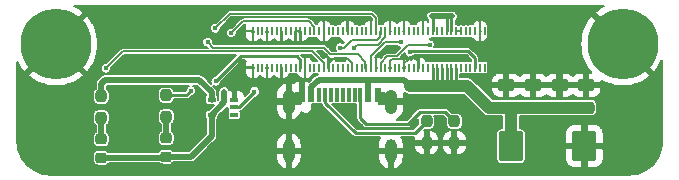
<source format=gtl>
G04 #@! TF.GenerationSoftware,KiCad,Pcbnew,(5.99.0-12267-gfe608bfcef)*
G04 #@! TF.CreationDate,2021-11-07T23:22:06+01:00*
G04 #@! TF.ProjectId,MinCab,4d696e43-6162-42e6-9b69-6361645f7063,rev?*
G04 #@! TF.SameCoordinates,Original*
G04 #@! TF.FileFunction,Copper,L1,Top*
G04 #@! TF.FilePolarity,Positive*
%FSLAX46Y46*%
G04 Gerber Fmt 4.6, Leading zero omitted, Abs format (unit mm)*
G04 Created by KiCad (PCBNEW (5.99.0-12267-gfe608bfcef)) date 2021-11-07 23:22:06*
%MOMM*%
%LPD*%
G01*
G04 APERTURE LIST*
G04 Aperture macros list*
%AMRoundRect*
0 Rectangle with rounded corners*
0 $1 Rounding radius*
0 $2 $3 $4 $5 $6 $7 $8 $9 X,Y pos of 4 corners*
0 Add a 4 corners polygon primitive as box body*
4,1,4,$2,$3,$4,$5,$6,$7,$8,$9,$2,$3,0*
0 Add four circle primitives for the rounded corners*
1,1,$1+$1,$2,$3*
1,1,$1+$1,$4,$5*
1,1,$1+$1,$6,$7*
1,1,$1+$1,$8,$9*
0 Add four rect primitives between the rounded corners*
20,1,$1+$1,$2,$3,$4,$5,0*
20,1,$1+$1,$4,$5,$6,$7,0*
20,1,$1+$1,$6,$7,$8,$9,0*
20,1,$1+$1,$8,$9,$2,$3,0*%
G04 Aperture macros list end*
G04 #@! TA.AperFunction,SMDPad,CuDef*
%ADD10RoundRect,0.250000X0.475000X-0.250000X0.475000X0.250000X-0.475000X0.250000X-0.475000X-0.250000X0*%
G04 #@! TD*
G04 #@! TA.AperFunction,SMDPad,CuDef*
%ADD11R,0.200000X0.700000*%
G04 #@! TD*
G04 #@! TA.AperFunction,ComponentPad*
%ADD12C,6.000000*%
G04 #@! TD*
G04 #@! TA.AperFunction,SMDPad,CuDef*
%ADD13RoundRect,0.237500X-0.237500X0.250000X-0.237500X-0.250000X0.237500X-0.250000X0.237500X0.250000X0*%
G04 #@! TD*
G04 #@! TA.AperFunction,SMDPad,CuDef*
%ADD14RoundRect,0.237500X0.237500X-0.250000X0.237500X0.250000X-0.237500X0.250000X-0.237500X-0.250000X0*%
G04 #@! TD*
G04 #@! TA.AperFunction,SMDPad,CuDef*
%ADD15R,0.650000X0.400000*%
G04 #@! TD*
G04 #@! TA.AperFunction,SMDPad,CuDef*
%ADD16RoundRect,0.218750X-0.256250X0.218750X-0.256250X-0.218750X0.256250X-0.218750X0.256250X0.218750X0*%
G04 #@! TD*
G04 #@! TA.AperFunction,SMDPad,CuDef*
%ADD17R,0.600000X1.150000*%
G04 #@! TD*
G04 #@! TA.AperFunction,SMDPad,CuDef*
%ADD18R,0.300000X1.150000*%
G04 #@! TD*
G04 #@! TA.AperFunction,ComponentPad*
%ADD19O,1.050000X2.100000*%
G04 #@! TD*
G04 #@! TA.AperFunction,ComponentPad*
%ADD20O,1.000000X2.000000*%
G04 #@! TD*
G04 #@! TA.AperFunction,SMDPad,CuDef*
%ADD21RoundRect,0.250000X-0.787500X-1.025000X0.787500X-1.025000X0.787500X1.025000X-0.787500X1.025000X0*%
G04 #@! TD*
G04 #@! TA.AperFunction,ViaPad*
%ADD22C,0.450000*%
G04 #@! TD*
G04 #@! TA.AperFunction,Conductor*
%ADD23C,0.500000*%
G04 #@! TD*
G04 #@! TA.AperFunction,Conductor*
%ADD24C,0.230000*%
G04 #@! TD*
G04 #@! TA.AperFunction,Conductor*
%ADD25C,0.130000*%
G04 #@! TD*
G04 #@! TA.AperFunction,Conductor*
%ADD26C,1.000000*%
G04 #@! TD*
G04 #@! TA.AperFunction,Conductor*
%ADD27C,0.160000*%
G04 #@! TD*
G04 #@! TA.AperFunction,Conductor*
%ADD28C,0.200000*%
G04 #@! TD*
G04 APERTURE END LIST*
D10*
X158900000Y-88350000D03*
X158900000Y-86450000D03*
X161150000Y-88350000D03*
X161150000Y-86450000D03*
D11*
X137450000Y-84950000D03*
X137450000Y-81870000D03*
X137850000Y-84950000D03*
X137850000Y-81870000D03*
X138250000Y-84950000D03*
X138250000Y-81870000D03*
X138650000Y-84950000D03*
X138650000Y-81870000D03*
X139050000Y-84950000D03*
X139050000Y-81870000D03*
X139450000Y-84950000D03*
X139450000Y-81870000D03*
X139850000Y-84950000D03*
X139850000Y-81870000D03*
X140250000Y-84950000D03*
X140250000Y-81870000D03*
X140650000Y-84950000D03*
X140650000Y-81870000D03*
X141050000Y-84950000D03*
X141050000Y-81870000D03*
X141450000Y-84950000D03*
X141450000Y-81870000D03*
X141850000Y-84950000D03*
X141850000Y-81870000D03*
X142250000Y-84950000D03*
X142250000Y-81870000D03*
X142650000Y-84950000D03*
X142650000Y-81870000D03*
X143050000Y-84950000D03*
X143050000Y-81870000D03*
X143450000Y-84950000D03*
X143450000Y-81870000D03*
X143850000Y-84950000D03*
X143850000Y-81870000D03*
X144250000Y-84950000D03*
X144250000Y-81870000D03*
X144650000Y-84950000D03*
X144650000Y-81870000D03*
X145050000Y-84950000D03*
X145050000Y-81870000D03*
X145450000Y-84950000D03*
X145450000Y-81870000D03*
X145850000Y-84950000D03*
X145850000Y-81870000D03*
X146250000Y-84950000D03*
X146250000Y-81870000D03*
X146650000Y-84950000D03*
X146650000Y-81870000D03*
X147050000Y-84950000D03*
X147050000Y-81870000D03*
X147450000Y-84950000D03*
X147450000Y-81870000D03*
X147850000Y-84950000D03*
X147850000Y-81870000D03*
X148250000Y-84950000D03*
X148250000Y-81870000D03*
X148650000Y-84950000D03*
X148650000Y-81870000D03*
X149050000Y-84950000D03*
X149050000Y-81870000D03*
X149450000Y-84950000D03*
X149450000Y-81870000D03*
X149850000Y-84950000D03*
X149850000Y-81870000D03*
X150250000Y-84950000D03*
X150250000Y-81870000D03*
X150650000Y-84950000D03*
X150650000Y-81870000D03*
X151050000Y-84950000D03*
X151050000Y-81870000D03*
X151450000Y-84950000D03*
X151450000Y-81870000D03*
X151850000Y-84950000D03*
X151850000Y-81870000D03*
X152250000Y-84950000D03*
X152250000Y-81870000D03*
X152650000Y-84950000D03*
X152650000Y-81870000D03*
X153050000Y-84950000D03*
X153050000Y-81870000D03*
X153450000Y-84950000D03*
X153450000Y-81870000D03*
X153850000Y-84950000D03*
X153850000Y-81870000D03*
X154250000Y-84950000D03*
X154250000Y-81870000D03*
X154650000Y-84950000D03*
X154650000Y-81870000D03*
X155050000Y-84950000D03*
X155050000Y-81870000D03*
X155450000Y-84950000D03*
X155450000Y-81870000D03*
X155850000Y-84950000D03*
X155850000Y-81870000D03*
X156250000Y-84950000D03*
X156250000Y-81870000D03*
X156650000Y-84950000D03*
X156650000Y-81870000D03*
X157050000Y-84950000D03*
X157050000Y-81870000D03*
D12*
X120750000Y-82950000D03*
X168750000Y-82950000D03*
D13*
X154500000Y-89487500D03*
X154500000Y-91312500D03*
D14*
X124600000Y-89200000D03*
X124600000Y-87375000D03*
D15*
X135850000Y-88950000D03*
X135850000Y-88300000D03*
X135850000Y-87650000D03*
X133950000Y-87650000D03*
X133950000Y-88950000D03*
D14*
X130100000Y-89112500D03*
X130100000Y-87287500D03*
D16*
X124600000Y-91000000D03*
X124600000Y-92575000D03*
D10*
X165650000Y-88350000D03*
X165650000Y-86450000D03*
X163400000Y-88350000D03*
X163400000Y-86450000D03*
D14*
X152150000Y-91312500D03*
X152150000Y-89487500D03*
D17*
X141600000Y-87245000D03*
X142400000Y-87245000D03*
D18*
X143550000Y-87245000D03*
X144550000Y-87245000D03*
X145050000Y-87245000D03*
X146050000Y-87245000D03*
D17*
X148000000Y-87245000D03*
X147200000Y-87245000D03*
D18*
X146550000Y-87245000D03*
X145550000Y-87245000D03*
X144050000Y-87245000D03*
X143050000Y-87245000D03*
D19*
X140480000Y-87820000D03*
D20*
X140480000Y-92000000D03*
X149120000Y-92000000D03*
D19*
X149120000Y-87820000D03*
D21*
X159287500Y-91600000D03*
X165512500Y-91600000D03*
D16*
X130100000Y-90912500D03*
X130100000Y-92487500D03*
D22*
X132200000Y-86900000D03*
X134300000Y-86100000D03*
X143850000Y-84270000D03*
X151250000Y-84150000D03*
X145500000Y-88650000D03*
X149080000Y-83310000D03*
X150725000Y-83625000D03*
X137575000Y-86975000D03*
X134250000Y-81625000D03*
X144834086Y-83260543D03*
X145999474Y-83250496D03*
X133600000Y-82800000D03*
X150000000Y-82800000D03*
X152400000Y-83000000D03*
X135600000Y-82025000D03*
X125000000Y-85000000D03*
X150700000Y-86500000D03*
X143000000Y-86000000D03*
X154200000Y-86500000D03*
X155600000Y-86500000D03*
X152600000Y-80600000D03*
X135000000Y-87000000D03*
D23*
X124900000Y-86000000D02*
X132900000Y-86000000D01*
X124600000Y-86300000D02*
X124900000Y-86000000D01*
X124600000Y-87375000D02*
X124600000Y-86300000D01*
X132900000Y-86000000D02*
X133950000Y-87050000D01*
X133950000Y-87050000D02*
X133950000Y-87650000D01*
D24*
X130100000Y-87287500D02*
X131812500Y-87287500D01*
X141450000Y-84300000D02*
X141450000Y-84950000D01*
X141150000Y-84000000D02*
X141450000Y-84300000D01*
X136400000Y-84000000D02*
X141150000Y-84000000D01*
X131812500Y-87287500D02*
X132200000Y-86900000D01*
X134300000Y-86100000D02*
X136400000Y-84000000D01*
X146550000Y-89250000D02*
X147000000Y-89700000D01*
X153712500Y-88700000D02*
X154500000Y-89487500D01*
X150600000Y-89700000D02*
X151600000Y-88700000D01*
X146550000Y-87245000D02*
X146550000Y-89250000D01*
X147000000Y-89700000D02*
X150600000Y-89700000D01*
X151600000Y-88700000D02*
X153712500Y-88700000D01*
X143550000Y-87245000D02*
X143550000Y-87911020D01*
X143550000Y-87911020D02*
X146138980Y-90500000D01*
X151137500Y-90500000D02*
X152150000Y-89487500D01*
X146138980Y-90500000D02*
X151137500Y-90500000D01*
D23*
X130100000Y-90912500D02*
X130100000Y-89112500D01*
X124600000Y-91000000D02*
X124600000Y-89200000D01*
D25*
X150250000Y-84548980D02*
X150534490Y-84264490D01*
X150530000Y-84260000D02*
X150534490Y-84264490D01*
X149200000Y-84260000D02*
X150530000Y-84260000D01*
X150534490Y-84264490D02*
X150648980Y-84150000D01*
X145501020Y-84200000D02*
X144250000Y-84200000D01*
X145850000Y-84950000D02*
X145850000Y-84548980D01*
X150648980Y-84150000D02*
X151250000Y-84150000D01*
X149050000Y-84410000D02*
X149200000Y-84260000D01*
X149050000Y-84950000D02*
X149050000Y-84410000D01*
X144250000Y-84200000D02*
X143920000Y-84200000D01*
X151450000Y-84350000D02*
X151250000Y-84150000D01*
D23*
X148545000Y-87245000D02*
X149120000Y-87820000D01*
D25*
X150250000Y-84950000D02*
X150250000Y-84548980D01*
D23*
X148000000Y-87245000D02*
X148545000Y-87245000D01*
D25*
X143920000Y-84200000D02*
X143850000Y-84270000D01*
D23*
X141600000Y-87245000D02*
X141055000Y-87245000D01*
X141055000Y-87245000D02*
X140480000Y-87820000D01*
D25*
X145850000Y-84548980D02*
X145501020Y-84200000D01*
X143850000Y-84548980D02*
X143850000Y-84950000D01*
X144250000Y-84200000D02*
X144198980Y-84200000D01*
X151450000Y-84950000D02*
X151450000Y-84350000D01*
X144198980Y-84200000D02*
X143850000Y-84548980D01*
D24*
X137575000Y-87025000D02*
X136300000Y-88300000D01*
X150775000Y-83575000D02*
X155675000Y-83575000D01*
X155675000Y-83575000D02*
X156250000Y-84150000D01*
X136300000Y-88300000D02*
X135850000Y-88300000D01*
X137575000Y-86975000D02*
X137575000Y-87025000D01*
X156250000Y-84150000D02*
X156250000Y-84950000D01*
X150725000Y-83625000D02*
X150775000Y-83575000D01*
D25*
X147850000Y-80750000D02*
X147850000Y-81870000D01*
X134250000Y-81625000D02*
X135475000Y-80400000D01*
X135475000Y-80400000D02*
X147500000Y-80400000D01*
X147500000Y-80400000D02*
X147850000Y-80750000D01*
X147921020Y-82600000D02*
X148200000Y-82321020D01*
X144834086Y-83260543D02*
X145139457Y-83260543D01*
X145800000Y-82600000D02*
X147921020Y-82600000D01*
X148200000Y-82321020D02*
X148200000Y-81920000D01*
X148200000Y-81920000D02*
X148250000Y-81870000D01*
X145139457Y-83260543D02*
X145800000Y-82600000D01*
X148650000Y-82350000D02*
X148650000Y-81870000D01*
X145999474Y-83250496D02*
X146249970Y-83000000D01*
X148000000Y-83000000D02*
X148650000Y-82350000D01*
X146249970Y-83000000D02*
X148000000Y-83000000D01*
X146945011Y-84950000D02*
X147050000Y-84950000D01*
X144000000Y-83800000D02*
X146301020Y-83800000D01*
X146301020Y-83800000D02*
X146945011Y-84443991D01*
X143450000Y-83250000D02*
X144000000Y-83800000D01*
X146945011Y-84443991D02*
X146945011Y-84950000D01*
X134050000Y-83250000D02*
X143450000Y-83250000D01*
X133600000Y-82800000D02*
X134050000Y-83250000D01*
X148633862Y-82800000D02*
X147450000Y-83983862D01*
X147450000Y-83983862D02*
X147450000Y-84950000D01*
X150000000Y-82800000D02*
X148633862Y-82800000D01*
X148250000Y-84548980D02*
X148250000Y-84950000D01*
X150600000Y-83000000D02*
X149600000Y-84000000D01*
X152400000Y-83000000D02*
X150600000Y-83000000D01*
X149600000Y-84000000D02*
X148798980Y-84000000D01*
X148798980Y-84000000D02*
X148250000Y-84548980D01*
X135600000Y-82025000D02*
X136625000Y-81000000D01*
X136625000Y-81000000D02*
X142181020Y-81000000D01*
X142181020Y-81000000D02*
X142650000Y-81468980D01*
X142650000Y-81468980D02*
X142650000Y-81870000D01*
X143450000Y-84550000D02*
X143450000Y-84950000D01*
X142475000Y-83575000D02*
X143450000Y-84550000D01*
X125000000Y-85000000D02*
X126425000Y-83575000D01*
X126425000Y-83575000D02*
X142475000Y-83575000D01*
D23*
X142400000Y-86600000D02*
X143000000Y-86000000D01*
X147400000Y-86000000D02*
X150200000Y-86000000D01*
D26*
X155600000Y-86500000D02*
X155100000Y-86500000D01*
X153300000Y-86500000D02*
X152600000Y-86500000D01*
D23*
X150200000Y-86000000D02*
X150700000Y-86500000D01*
X143000000Y-86000000D02*
X147400000Y-86000000D01*
D24*
X153850000Y-86450000D02*
X153800000Y-86500000D01*
D26*
X165650000Y-88350000D02*
X158900000Y-88350000D01*
D24*
X154650000Y-84950000D02*
X154650000Y-86050000D01*
D26*
X158900000Y-88350000D02*
X157450000Y-88350000D01*
D23*
X147200000Y-86200000D02*
X147400000Y-86000000D01*
D26*
X155100000Y-86500000D02*
X154500000Y-86500000D01*
D24*
X153050000Y-86050000D02*
X152600000Y-86500000D01*
X153850000Y-84950000D02*
X153850000Y-86450000D01*
X154650000Y-86050000D02*
X155100000Y-86500000D01*
D26*
X159287500Y-88737500D02*
X158900000Y-88350000D01*
D23*
X142400000Y-87245000D02*
X142400000Y-86600000D01*
D26*
X159287500Y-91600000D02*
X159287500Y-88737500D01*
X157450000Y-88350000D02*
X155600000Y-86500000D01*
D24*
X154250000Y-86250000D02*
X154500000Y-86500000D01*
D23*
X147200000Y-87245000D02*
X147200000Y-86200000D01*
D26*
X153800000Y-86500000D02*
X153300000Y-86500000D01*
D24*
X153450000Y-86350000D02*
X153300000Y-86500000D01*
X152650000Y-84950000D02*
X152650000Y-86450000D01*
X152650000Y-86450000D02*
X152600000Y-86500000D01*
D26*
X154500000Y-86500000D02*
X153800000Y-86500000D01*
D24*
X154250000Y-84950000D02*
X154250000Y-86250000D01*
X153050000Y-84950000D02*
X153050000Y-86050000D01*
X153450000Y-84950000D02*
X153450000Y-86350000D01*
D26*
X152600000Y-86500000D02*
X150700000Y-86500000D01*
D23*
X153900000Y-80600000D02*
X154300000Y-80600000D01*
D24*
X153850000Y-80650000D02*
X153900000Y-80600000D01*
D23*
X133950000Y-88950000D02*
X135000000Y-87900000D01*
X135000000Y-87900000D02*
X135000000Y-87000000D01*
D24*
X153850000Y-81870000D02*
X153850000Y-80650000D01*
X154250000Y-80650000D02*
X154300000Y-80600000D01*
X154250000Y-81870000D02*
X154250000Y-80650000D01*
X152650000Y-81870000D02*
X152650000Y-80650000D01*
X152650000Y-80650000D02*
X152600000Y-80600000D01*
D23*
X132212500Y-92487500D02*
X133950000Y-90750000D01*
X130012500Y-92575000D02*
X130100000Y-92487500D01*
X124600000Y-92575000D02*
X130012500Y-92575000D01*
X152600000Y-80600000D02*
X153900000Y-80600000D01*
X130100000Y-92487500D02*
X132212500Y-92487500D01*
X133950000Y-90750000D02*
X133950000Y-88950000D01*
D25*
X155050000Y-81870000D02*
X154650000Y-81870000D01*
D27*
X166957728Y-79837424D02*
X166950566Y-79841559D01*
X166642193Y-80041819D01*
X166635504Y-80046679D01*
X166404572Y-80233683D01*
X166376739Y-80280004D01*
X166385193Y-80333378D01*
X166398427Y-80350939D01*
X171349061Y-85301573D01*
X171398037Y-85324411D01*
X171450235Y-85310425D01*
X171466317Y-85295428D01*
X171653321Y-85064496D01*
X171658181Y-85057807D01*
X171858441Y-84749434D01*
X171862576Y-84742272D01*
X172029505Y-84414655D01*
X172032868Y-84407101D01*
X172061000Y-84333815D01*
X172061000Y-91172852D01*
X172058894Y-91182010D01*
X172058833Y-91217151D01*
X172059698Y-91220972D01*
X172043516Y-91509121D01*
X171991653Y-91814358D01*
X171905946Y-92111851D01*
X171787462Y-92397900D01*
X171637696Y-92668879D01*
X171458540Y-92921376D01*
X171252234Y-93152234D01*
X171021376Y-93358540D01*
X170768879Y-93537696D01*
X170497900Y-93687462D01*
X170211851Y-93805946D01*
X169914358Y-93891653D01*
X169609120Y-93943516D01*
X169321381Y-93959674D01*
X169317987Y-93958894D01*
X169282850Y-93958833D01*
X169273274Y-93961000D01*
X120327148Y-93961000D01*
X120317990Y-93958894D01*
X120282849Y-93958833D01*
X120279028Y-93959698D01*
X119990879Y-93943516D01*
X119685642Y-93891653D01*
X119388149Y-93805946D01*
X119102100Y-93687462D01*
X118831121Y-93537696D01*
X118578624Y-93358540D01*
X118347766Y-93152234D01*
X118141460Y-92921376D01*
X117962304Y-92668879D01*
X117812538Y-92397900D01*
X117694054Y-92111851D01*
X117608347Y-91814358D01*
X117556484Y-91509120D01*
X117540326Y-91221381D01*
X117541106Y-91217987D01*
X117541167Y-91182850D01*
X117539000Y-91173274D01*
X117539000Y-88918677D01*
X123885500Y-88918677D01*
X123885501Y-89481322D01*
X123886473Y-89493679D01*
X123901233Y-89586879D01*
X123908872Y-89610387D01*
X123966109Y-89722720D01*
X123980637Y-89742716D01*
X124069784Y-89831863D01*
X124089780Y-89846391D01*
X124110500Y-89856948D01*
X124110500Y-90385238D01*
X124085110Y-90397704D01*
X124064017Y-90412805D01*
X123974817Y-90502160D01*
X123959752Y-90523280D01*
X123904306Y-90636712D01*
X123897109Y-90660001D01*
X123886328Y-90733900D01*
X123885500Y-90745304D01*
X123885500Y-91254696D01*
X123886342Y-91266201D01*
X123897315Y-91340743D01*
X123904559Y-91364055D01*
X123960204Y-91477390D01*
X123975305Y-91498483D01*
X124064660Y-91587683D01*
X124085780Y-91602748D01*
X124199212Y-91658194D01*
X124222501Y-91665391D01*
X124296400Y-91676172D01*
X124307804Y-91677000D01*
X124892196Y-91677000D01*
X124903701Y-91676158D01*
X124978243Y-91665185D01*
X125001555Y-91657941D01*
X125114890Y-91602296D01*
X125135983Y-91587195D01*
X125225183Y-91497840D01*
X125240248Y-91476720D01*
X125295694Y-91363288D01*
X125302891Y-91339999D01*
X125313672Y-91266100D01*
X125314500Y-91254696D01*
X125314500Y-90745304D01*
X125313658Y-90733799D01*
X125302685Y-90659257D01*
X125295441Y-90635945D01*
X125239796Y-90522610D01*
X125224695Y-90501517D01*
X125135340Y-90412317D01*
X125114220Y-90397252D01*
X125089500Y-90385169D01*
X125089500Y-89856948D01*
X125110220Y-89846391D01*
X125130216Y-89831863D01*
X125219363Y-89742716D01*
X125233891Y-89722720D01*
X125291128Y-89610387D01*
X125298766Y-89586880D01*
X125313527Y-89493681D01*
X125314500Y-89481323D01*
X125314499Y-88918678D01*
X125313527Y-88906321D01*
X125301627Y-88831177D01*
X129385500Y-88831177D01*
X129385501Y-89393822D01*
X129386473Y-89406179D01*
X129401233Y-89499379D01*
X129408872Y-89522887D01*
X129466109Y-89635220D01*
X129480637Y-89655216D01*
X129569784Y-89744363D01*
X129589780Y-89758891D01*
X129610500Y-89769448D01*
X129610500Y-90297738D01*
X129585110Y-90310204D01*
X129564017Y-90325305D01*
X129474817Y-90414660D01*
X129459752Y-90435780D01*
X129404306Y-90549212D01*
X129397109Y-90572501D01*
X129386328Y-90646400D01*
X129385500Y-90657804D01*
X129385500Y-91167196D01*
X129386342Y-91178701D01*
X129397315Y-91253243D01*
X129404559Y-91276555D01*
X129460204Y-91389890D01*
X129475305Y-91410983D01*
X129564660Y-91500183D01*
X129585780Y-91515248D01*
X129699212Y-91570694D01*
X129722501Y-91577891D01*
X129796400Y-91588672D01*
X129807804Y-91589500D01*
X130392196Y-91589500D01*
X130403701Y-91588658D01*
X130478243Y-91577685D01*
X130501555Y-91570441D01*
X130614890Y-91514796D01*
X130635983Y-91499695D01*
X130725183Y-91410340D01*
X130740248Y-91389220D01*
X130795694Y-91275788D01*
X130802891Y-91252499D01*
X130813672Y-91178600D01*
X130814500Y-91167196D01*
X130814500Y-90657804D01*
X130813658Y-90646299D01*
X130802685Y-90571757D01*
X130795441Y-90548445D01*
X130739796Y-90435110D01*
X130724695Y-90414017D01*
X130635340Y-90324817D01*
X130614220Y-90309752D01*
X130589500Y-90297669D01*
X130589500Y-89769448D01*
X130610220Y-89758891D01*
X130630216Y-89744363D01*
X130719363Y-89655216D01*
X130733891Y-89635220D01*
X130791128Y-89522887D01*
X130798766Y-89499380D01*
X130813527Y-89406181D01*
X130814500Y-89393823D01*
X130814499Y-88831178D01*
X130813527Y-88818821D01*
X130798767Y-88725621D01*
X130791128Y-88702113D01*
X130733891Y-88589780D01*
X130719363Y-88569784D01*
X130630216Y-88480637D01*
X130610220Y-88466109D01*
X130497887Y-88408872D01*
X130474380Y-88401234D01*
X130381181Y-88386473D01*
X130368823Y-88385500D01*
X129831178Y-88385501D01*
X129818821Y-88386473D01*
X129725621Y-88401233D01*
X129702113Y-88408872D01*
X129589780Y-88466109D01*
X129569784Y-88480637D01*
X129480637Y-88569784D01*
X129466109Y-88589780D01*
X129408872Y-88702113D01*
X129401234Y-88725620D01*
X129386473Y-88818819D01*
X129385500Y-88831177D01*
X125301627Y-88831177D01*
X125298767Y-88813121D01*
X125291128Y-88789613D01*
X125233891Y-88677280D01*
X125219363Y-88657284D01*
X125130216Y-88568137D01*
X125110220Y-88553609D01*
X124997887Y-88496372D01*
X124974380Y-88488734D01*
X124881181Y-88473973D01*
X124868823Y-88473000D01*
X124331178Y-88473001D01*
X124318821Y-88473973D01*
X124225621Y-88488733D01*
X124202113Y-88496372D01*
X124089780Y-88553609D01*
X124069784Y-88568137D01*
X123980637Y-88657284D01*
X123966109Y-88677280D01*
X123908872Y-88789613D01*
X123901234Y-88813120D01*
X123886473Y-88906319D01*
X123885500Y-88918677D01*
X117539000Y-88918677D01*
X117539000Y-87093677D01*
X123885500Y-87093677D01*
X123885501Y-87656322D01*
X123886473Y-87668679D01*
X123901233Y-87761879D01*
X123908872Y-87785387D01*
X123966109Y-87897720D01*
X123980637Y-87917716D01*
X124069784Y-88006863D01*
X124089780Y-88021391D01*
X124202113Y-88078628D01*
X124225620Y-88086266D01*
X124318819Y-88101027D01*
X124331177Y-88102000D01*
X124868822Y-88101999D01*
X124881179Y-88101027D01*
X124974379Y-88086267D01*
X124997887Y-88078628D01*
X125110220Y-88021391D01*
X125130216Y-88006863D01*
X125219363Y-87917716D01*
X125233891Y-87897720D01*
X125291128Y-87785387D01*
X125298766Y-87761880D01*
X125313527Y-87668681D01*
X125314500Y-87656323D01*
X125314499Y-87093678D01*
X125313527Y-87081321D01*
X125298767Y-86988121D01*
X125291128Y-86964613D01*
X125233891Y-86852280D01*
X125219363Y-86832284D01*
X125130216Y-86743137D01*
X125110220Y-86728609D01*
X125089500Y-86718052D01*
X125089500Y-86502757D01*
X125102757Y-86489500D01*
X131982505Y-86489500D01*
X131934719Y-86513848D01*
X131914723Y-86528376D01*
X131828376Y-86614723D01*
X131813848Y-86634719D01*
X131758409Y-86743524D01*
X131750771Y-86767031D01*
X131735554Y-86863108D01*
X131665662Y-86933000D01*
X130803895Y-86933000D01*
X130798767Y-86900621D01*
X130791128Y-86877113D01*
X130733891Y-86764780D01*
X130719363Y-86744784D01*
X130630216Y-86655637D01*
X130610220Y-86641109D01*
X130497887Y-86583872D01*
X130474380Y-86576234D01*
X130381181Y-86561473D01*
X130368823Y-86560500D01*
X129831178Y-86560501D01*
X129818821Y-86561473D01*
X129725621Y-86576233D01*
X129702113Y-86583872D01*
X129589780Y-86641109D01*
X129569784Y-86655637D01*
X129480637Y-86744784D01*
X129466109Y-86764780D01*
X129408872Y-86877113D01*
X129401234Y-86900620D01*
X129386473Y-86993819D01*
X129385500Y-87006177D01*
X129385501Y-87568822D01*
X129386473Y-87581179D01*
X129401233Y-87674379D01*
X129408872Y-87697887D01*
X129466109Y-87810220D01*
X129480637Y-87830216D01*
X129569784Y-87919363D01*
X129589780Y-87933891D01*
X129702113Y-87991128D01*
X129725620Y-87998766D01*
X129818819Y-88013527D01*
X129831177Y-88014500D01*
X130368822Y-88014499D01*
X130381179Y-88013527D01*
X130474379Y-87998767D01*
X130497887Y-87991128D01*
X130610220Y-87933891D01*
X130630216Y-87919363D01*
X130719363Y-87830216D01*
X130733891Y-87810220D01*
X130791128Y-87697887D01*
X130798766Y-87674380D01*
X130803894Y-87642000D01*
X131777587Y-87642000D01*
X131797088Y-87645879D01*
X131827912Y-87645879D01*
X131855043Y-87640482D01*
X131855045Y-87640482D01*
X131935407Y-87624497D01*
X131963886Y-87612701D01*
X132005856Y-87584657D01*
X132032011Y-87567181D01*
X132032013Y-87567179D01*
X132055014Y-87551810D01*
X132076810Y-87530014D01*
X132087857Y-87513481D01*
X132236892Y-87364446D01*
X132332969Y-87349229D01*
X132356476Y-87341591D01*
X132465281Y-87286152D01*
X132485277Y-87271624D01*
X132571624Y-87185277D01*
X132586152Y-87165281D01*
X132641591Y-87056476D01*
X132649229Y-87032969D01*
X132668332Y-86912358D01*
X132668332Y-86887642D01*
X132649229Y-86767031D01*
X132641591Y-86743524D01*
X132586152Y-86634719D01*
X132571624Y-86614723D01*
X132485277Y-86528376D01*
X132465281Y-86513848D01*
X132417495Y-86489500D01*
X132697243Y-86489500D01*
X133460500Y-87252757D01*
X133460500Y-87273496D01*
X133443600Y-87290396D01*
X133408127Y-87343486D01*
X133396331Y-87371963D01*
X133387018Y-87418781D01*
X133385500Y-87434194D01*
X133385500Y-87865806D01*
X133387018Y-87881219D01*
X133396331Y-87928037D01*
X133408127Y-87956514D01*
X133443600Y-88009604D01*
X133465396Y-88031400D01*
X133518486Y-88066873D01*
X133546963Y-88078669D01*
X133593781Y-88087982D01*
X133609194Y-88089500D01*
X133734350Y-88089500D01*
X133785702Y-88115665D01*
X133809209Y-88123302D01*
X133937642Y-88143644D01*
X133962358Y-88143644D01*
X134083246Y-88124497D01*
X133697243Y-88510500D01*
X133609194Y-88510500D01*
X133593781Y-88512018D01*
X133546963Y-88521331D01*
X133518486Y-88533127D01*
X133465396Y-88568600D01*
X133443600Y-88590396D01*
X133408127Y-88643486D01*
X133396331Y-88671963D01*
X133387018Y-88718781D01*
X133385500Y-88734194D01*
X133385500Y-89165806D01*
X133387018Y-89181219D01*
X133396331Y-89228037D01*
X133408127Y-89256514D01*
X133443600Y-89309604D01*
X133460500Y-89326504D01*
X133460500Y-90547243D01*
X132009743Y-91998000D01*
X130731126Y-91998000D01*
X130724695Y-91989017D01*
X130635340Y-91899817D01*
X130614220Y-91884752D01*
X130500788Y-91829306D01*
X130477499Y-91822109D01*
X130403600Y-91811328D01*
X130392196Y-91810500D01*
X129807804Y-91810500D01*
X129796299Y-91811342D01*
X129721757Y-91822315D01*
X129698445Y-91829559D01*
X129585110Y-91885204D01*
X129564017Y-91900305D01*
X129474817Y-91989660D01*
X129459752Y-92010780D01*
X129423229Y-92085500D01*
X125231126Y-92085500D01*
X125224695Y-92076517D01*
X125135340Y-91987317D01*
X125114220Y-91972252D01*
X125000788Y-91916806D01*
X124977499Y-91909609D01*
X124903600Y-91898828D01*
X124892196Y-91898000D01*
X124307804Y-91898000D01*
X124296299Y-91898842D01*
X124221757Y-91909815D01*
X124198445Y-91917059D01*
X124085110Y-91972704D01*
X124064017Y-91987805D01*
X123974817Y-92077160D01*
X123959752Y-92098280D01*
X123904306Y-92211712D01*
X123897109Y-92235001D01*
X123886328Y-92308900D01*
X123885500Y-92320304D01*
X123885500Y-92829696D01*
X123886342Y-92841201D01*
X123897315Y-92915743D01*
X123904559Y-92939055D01*
X123960204Y-93052390D01*
X123975305Y-93073483D01*
X124064660Y-93162683D01*
X124085780Y-93177748D01*
X124199212Y-93233194D01*
X124222501Y-93240391D01*
X124296400Y-93251172D01*
X124307804Y-93252000D01*
X124892196Y-93252000D01*
X124903701Y-93251158D01*
X124978243Y-93240185D01*
X125001555Y-93232941D01*
X125114890Y-93177296D01*
X125135983Y-93162195D01*
X125225183Y-93072840D01*
X125231132Y-93064500D01*
X129553958Y-93064500D01*
X129564660Y-93075183D01*
X129585780Y-93090248D01*
X129699212Y-93145694D01*
X129722501Y-93152891D01*
X129796400Y-93163672D01*
X129807804Y-93164500D01*
X130392196Y-93164500D01*
X130403701Y-93163658D01*
X130478243Y-93152685D01*
X130501555Y-93145441D01*
X130614890Y-93089796D01*
X130635983Y-93074695D01*
X130725183Y-92985340D01*
X130731132Y-92977000D01*
X132277516Y-92977000D01*
X132301929Y-92973133D01*
X132327124Y-92964946D01*
X132353291Y-92960802D01*
X132376799Y-92953164D01*
X132400402Y-92941138D01*
X132425598Y-92932951D01*
X132447620Y-92921730D01*
X132469053Y-92906159D01*
X132492660Y-92894130D01*
X132512655Y-92879602D01*
X133138257Y-92254000D01*
X139393000Y-92254000D01*
X139393000Y-92549740D01*
X139393377Y-92557449D01*
X139407790Y-92704445D01*
X139410785Y-92719570D01*
X139467921Y-92908811D01*
X139473796Y-92923065D01*
X139566600Y-93097606D01*
X139575132Y-93110448D01*
X139700071Y-93263638D01*
X139710936Y-93274579D01*
X139863250Y-93400584D01*
X139876032Y-93409205D01*
X140049920Y-93503226D01*
X140064133Y-93509201D01*
X140202639Y-93552075D01*
X140256614Y-93549435D01*
X140296264Y-93512718D01*
X140305000Y-93476608D01*
X140305000Y-92254000D01*
X140655000Y-92254000D01*
X140655000Y-93476039D01*
X140673482Y-93526819D01*
X140720282Y-93553839D01*
X140756305Y-93551825D01*
X140881735Y-93514909D01*
X140896030Y-93509133D01*
X141071214Y-93417549D01*
X141084116Y-93409107D01*
X141238175Y-93285241D01*
X141249191Y-93274453D01*
X141376256Y-93123022D01*
X141384966Y-93110301D01*
X141480199Y-92937074D01*
X141486273Y-92922902D01*
X141546045Y-92734476D01*
X141549251Y-92719395D01*
X141566508Y-92565545D01*
X141567000Y-92556739D01*
X141567000Y-92254000D01*
X148033000Y-92254000D01*
X148033000Y-92549740D01*
X148033377Y-92557449D01*
X148047790Y-92704445D01*
X148050785Y-92719570D01*
X148107921Y-92908811D01*
X148113796Y-92923065D01*
X148206600Y-93097606D01*
X148215132Y-93110448D01*
X148340071Y-93263638D01*
X148350936Y-93274579D01*
X148503250Y-93400584D01*
X148516032Y-93409205D01*
X148689920Y-93503226D01*
X148704133Y-93509201D01*
X148842639Y-93552075D01*
X148896614Y-93549435D01*
X148936264Y-93512718D01*
X148945000Y-93476608D01*
X148945000Y-92254000D01*
X149295000Y-92254000D01*
X149295000Y-93476039D01*
X149313482Y-93526819D01*
X149360282Y-93553839D01*
X149396305Y-93551825D01*
X149521735Y-93514909D01*
X149536030Y-93509133D01*
X149711214Y-93417549D01*
X149724116Y-93409107D01*
X149878175Y-93285241D01*
X149889191Y-93274453D01*
X150016256Y-93123022D01*
X150024966Y-93110301D01*
X150120199Y-92937074D01*
X150126273Y-92922902D01*
X150186045Y-92734476D01*
X150189251Y-92719395D01*
X150206508Y-92565545D01*
X150207000Y-92556739D01*
X150207000Y-92254000D01*
X150188518Y-92203220D01*
X150141718Y-92176200D01*
X150128000Y-92175000D01*
X149374000Y-92175000D01*
X149323220Y-92193482D01*
X149296200Y-92240282D01*
X149295000Y-92254000D01*
X148945000Y-92254000D01*
X148926518Y-92203220D01*
X148879718Y-92176200D01*
X148866000Y-92175000D01*
X148112000Y-92175000D01*
X148061220Y-92193482D01*
X148034200Y-92240282D01*
X148033000Y-92254000D01*
X141567000Y-92254000D01*
X141548518Y-92203220D01*
X141501718Y-92176200D01*
X141488000Y-92175000D01*
X140734000Y-92175000D01*
X140683220Y-92193482D01*
X140656200Y-92240282D01*
X140655000Y-92254000D01*
X140305000Y-92254000D01*
X140286518Y-92203220D01*
X140239718Y-92176200D01*
X140226000Y-92175000D01*
X139472000Y-92175000D01*
X139421220Y-92193482D01*
X139394200Y-92240282D01*
X139393000Y-92254000D01*
X133138257Y-92254000D01*
X133948996Y-91443261D01*
X139393000Y-91443261D01*
X139393000Y-91746000D01*
X139411482Y-91796780D01*
X139458282Y-91823800D01*
X139472000Y-91825000D01*
X140226000Y-91825000D01*
X140276780Y-91806518D01*
X140303800Y-91759718D01*
X140305000Y-91746000D01*
X140305000Y-90523961D01*
X140304793Y-90523392D01*
X140655000Y-90523392D01*
X140655000Y-91746000D01*
X140673482Y-91796780D01*
X140720282Y-91823800D01*
X140734000Y-91825000D01*
X141488000Y-91825000D01*
X141538780Y-91806518D01*
X141565800Y-91759718D01*
X141567000Y-91746000D01*
X141567000Y-91450260D01*
X141566623Y-91442551D01*
X141552210Y-91295555D01*
X141549215Y-91280430D01*
X141492079Y-91091189D01*
X141486204Y-91076935D01*
X141393400Y-90902394D01*
X141384868Y-90889552D01*
X141259929Y-90736362D01*
X141249064Y-90725421D01*
X141096750Y-90599416D01*
X141083968Y-90590795D01*
X140910080Y-90496774D01*
X140895867Y-90490799D01*
X140757361Y-90447925D01*
X140703386Y-90450565D01*
X140663736Y-90487282D01*
X140655000Y-90523392D01*
X140304793Y-90523392D01*
X140286518Y-90473181D01*
X140239718Y-90446161D01*
X140203695Y-90448175D01*
X140078265Y-90485091D01*
X140063970Y-90490867D01*
X139888786Y-90582451D01*
X139875884Y-90590893D01*
X139721825Y-90714759D01*
X139710809Y-90725547D01*
X139583744Y-90876978D01*
X139575034Y-90889699D01*
X139479801Y-91062926D01*
X139473727Y-91077098D01*
X139413955Y-91265524D01*
X139410749Y-91280605D01*
X139393492Y-91434455D01*
X139393000Y-91443261D01*
X133948996Y-91443261D01*
X134342102Y-91050155D01*
X134356630Y-91030160D01*
X134368659Y-91006553D01*
X134384230Y-90985120D01*
X134395451Y-90963098D01*
X134403638Y-90937902D01*
X134415664Y-90914299D01*
X134423302Y-90890791D01*
X134427446Y-90864624D01*
X134435633Y-90839429D01*
X134439500Y-90815016D01*
X134439500Y-89326504D01*
X134456400Y-89309604D01*
X134491873Y-89256514D01*
X134503669Y-89228037D01*
X134512982Y-89181219D01*
X134514500Y-89165806D01*
X134514500Y-89077757D01*
X135229850Y-88362407D01*
X135231159Y-88363388D01*
X135250807Y-88374145D01*
X135285500Y-88387151D01*
X135285500Y-88515806D01*
X135287018Y-88531219D01*
X135296331Y-88578037D01*
X135308127Y-88606514D01*
X135320479Y-88625000D01*
X135308127Y-88643486D01*
X135296331Y-88671963D01*
X135287018Y-88718781D01*
X135285500Y-88734194D01*
X135285500Y-89165806D01*
X135287018Y-89181219D01*
X135296331Y-89228037D01*
X135308127Y-89256514D01*
X135343600Y-89309604D01*
X135365396Y-89331400D01*
X135418486Y-89366873D01*
X135446963Y-89378669D01*
X135493781Y-89387982D01*
X135509194Y-89389500D01*
X136190806Y-89389500D01*
X136206219Y-89387982D01*
X136253037Y-89378669D01*
X136281514Y-89366873D01*
X136334604Y-89331400D01*
X136356400Y-89309604D01*
X136391873Y-89256514D01*
X136403669Y-89228037D01*
X136412982Y-89181219D01*
X136414500Y-89165806D01*
X136414500Y-88734194D01*
X136412982Y-88718781D01*
X136403669Y-88671963D01*
X136391873Y-88643486D01*
X136391687Y-88643207D01*
X136422907Y-88636997D01*
X136451385Y-88625201D01*
X136516800Y-88581492D01*
X136519510Y-88579681D01*
X136519513Y-88579679D01*
X136542514Y-88564310D01*
X136564310Y-88542514D01*
X136575357Y-88525981D01*
X137027338Y-88074000D01*
X139368000Y-88074000D01*
X139368000Y-88395972D01*
X139368377Y-88403681D01*
X139383148Y-88554324D01*
X139386143Y-88569448D01*
X139444695Y-88763383D01*
X139450570Y-88777638D01*
X139545676Y-88956507D01*
X139554208Y-88969349D01*
X139682246Y-89126339D01*
X139693111Y-89137280D01*
X139849203Y-89266410D01*
X139861985Y-89275031D01*
X140040186Y-89371384D01*
X140054399Y-89377359D01*
X140202639Y-89423247D01*
X140256614Y-89420607D01*
X140296264Y-89383891D01*
X140305000Y-89347780D01*
X140305000Y-88074000D01*
X140286518Y-88023220D01*
X140239718Y-87996200D01*
X140226000Y-87995000D01*
X139447000Y-87995000D01*
X139396220Y-88013482D01*
X139369200Y-88060282D01*
X139368000Y-88074000D01*
X137027338Y-88074000D01*
X137671301Y-87430037D01*
X137707969Y-87424229D01*
X137731476Y-87416591D01*
X137840281Y-87361152D01*
X137860277Y-87346624D01*
X137946624Y-87260277D01*
X137961152Y-87240281D01*
X137962900Y-87236850D01*
X139368000Y-87236850D01*
X139368000Y-87566000D01*
X139386482Y-87616780D01*
X139433282Y-87643800D01*
X139447000Y-87645000D01*
X140226000Y-87645000D01*
X140276780Y-87626518D01*
X140303800Y-87579718D01*
X140305000Y-87566000D01*
X140305000Y-86292899D01*
X140286518Y-86242119D01*
X140239718Y-86215099D01*
X140203695Y-86217113D01*
X140068854Y-86256799D01*
X140054559Y-86262575D01*
X139875030Y-86356430D01*
X139862128Y-86364872D01*
X139704249Y-86491811D01*
X139693234Y-86502599D01*
X139563017Y-86657785D01*
X139554306Y-86670506D01*
X139456711Y-86848030D01*
X139450637Y-86862202D01*
X139389383Y-87055301D01*
X139386177Y-87070382D01*
X139368492Y-87228044D01*
X139368000Y-87236850D01*
X137962900Y-87236850D01*
X138016591Y-87131476D01*
X138024229Y-87107969D01*
X138043332Y-86987358D01*
X138043332Y-86962642D01*
X138024229Y-86842031D01*
X138016591Y-86818524D01*
X137961152Y-86709719D01*
X137946624Y-86689723D01*
X137860277Y-86603376D01*
X137840281Y-86588848D01*
X137731476Y-86533409D01*
X137707969Y-86525771D01*
X137587358Y-86506668D01*
X137562642Y-86506668D01*
X137442031Y-86525771D01*
X137418524Y-86533409D01*
X137309719Y-86588848D01*
X137289723Y-86603376D01*
X137203376Y-86689723D01*
X137188848Y-86709719D01*
X137133409Y-86818524D01*
X137125771Y-86842031D01*
X137106668Y-86962642D01*
X137106668Y-86987359D01*
X137107302Y-86991360D01*
X136756025Y-87342637D01*
X136754790Y-87331263D01*
X136750225Y-87312062D01*
X136699145Y-87175807D01*
X136688389Y-87156160D01*
X136601121Y-87039718D01*
X136585282Y-87023879D01*
X136468840Y-86936611D01*
X136449193Y-86925855D01*
X136312938Y-86874775D01*
X136293739Y-86870210D01*
X136231621Y-86863462D01*
X136223089Y-86863000D01*
X136050000Y-86863000D01*
X135999220Y-86881482D01*
X135972200Y-86928282D01*
X135971000Y-86942000D01*
X135971000Y-87771000D01*
X135729000Y-87771000D01*
X135729000Y-86942001D01*
X135710518Y-86891221D01*
X135663718Y-86864201D01*
X135650000Y-86863001D01*
X135476912Y-86863001D01*
X135473928Y-86863163D01*
X135473302Y-86859209D01*
X135465665Y-86835702D01*
X135406631Y-86719841D01*
X135392102Y-86699845D01*
X135300155Y-86607898D01*
X135280159Y-86593369D01*
X135164298Y-86534335D01*
X135140791Y-86526698D01*
X135012358Y-86506356D01*
X134987642Y-86506356D01*
X134859209Y-86526698D01*
X134835702Y-86534335D01*
X134719841Y-86593369D01*
X134699845Y-86607898D01*
X134607898Y-86699845D01*
X134593369Y-86719841D01*
X134534335Y-86835702D01*
X134526698Y-86859209D01*
X134511473Y-86955335D01*
X134510500Y-86967693D01*
X134510500Y-87406304D01*
X134503669Y-87371963D01*
X134491873Y-87343486D01*
X134456400Y-87290396D01*
X134439500Y-87273496D01*
X134439500Y-86984983D01*
X134435633Y-86960570D01*
X134427446Y-86935374D01*
X134423302Y-86909209D01*
X134415664Y-86885701D01*
X134403638Y-86862098D01*
X134395451Y-86836902D01*
X134384230Y-86814880D01*
X134368659Y-86793447D01*
X134356630Y-86769840D01*
X134342102Y-86749845D01*
X134123796Y-86531539D01*
X134143524Y-86541591D01*
X134167031Y-86549229D01*
X134287642Y-86568332D01*
X134312358Y-86568332D01*
X134432969Y-86549229D01*
X134456476Y-86541591D01*
X134565281Y-86486152D01*
X134585277Y-86471624D01*
X134671624Y-86385277D01*
X134686152Y-86365281D01*
X134741591Y-86256476D01*
X134749229Y-86232969D01*
X134764446Y-86136892D01*
X135851338Y-85050000D01*
X136763001Y-85050000D01*
X136763001Y-85348088D01*
X136763463Y-85356618D01*
X136770210Y-85418737D01*
X136774775Y-85437938D01*
X136825855Y-85574193D01*
X136836611Y-85593840D01*
X136923879Y-85710282D01*
X136939718Y-85726121D01*
X137056160Y-85813389D01*
X137075807Y-85824145D01*
X137212062Y-85875225D01*
X137231261Y-85879790D01*
X137293379Y-85886538D01*
X137301911Y-85887000D01*
X137350000Y-85887000D01*
X137400780Y-85868518D01*
X137427800Y-85821718D01*
X137429000Y-85808000D01*
X137429000Y-85050000D01*
X137410518Y-84999220D01*
X137363718Y-84972200D01*
X137350000Y-84971000D01*
X136842001Y-84971000D01*
X136791221Y-84989482D01*
X136764201Y-85036282D01*
X136763001Y-85050000D01*
X135851338Y-85050000D01*
X136546838Y-84354500D01*
X136815098Y-84354500D01*
X136774775Y-84462062D01*
X136770210Y-84481261D01*
X136763462Y-84543379D01*
X136763000Y-84551911D01*
X136763000Y-84850000D01*
X136781482Y-84900780D01*
X136828282Y-84927800D01*
X136842000Y-84929000D01*
X137510500Y-84929000D01*
X137510500Y-84985377D01*
X137499220Y-84989482D01*
X137472200Y-85036282D01*
X137471000Y-85050000D01*
X137471000Y-85807999D01*
X137489482Y-85858779D01*
X137536282Y-85885799D01*
X137550000Y-85886999D01*
X137598088Y-85886999D01*
X137606618Y-85886537D01*
X137668737Y-85879790D01*
X137687938Y-85875225D01*
X137824193Y-85824145D01*
X137843840Y-85813389D01*
X137960282Y-85726121D01*
X137976121Y-85710282D01*
X138050000Y-85611705D01*
X138123879Y-85710282D01*
X138139718Y-85726121D01*
X138256160Y-85813389D01*
X138275807Y-85824145D01*
X138412062Y-85875225D01*
X138431261Y-85879790D01*
X138493379Y-85886538D01*
X138501911Y-85887000D01*
X138550000Y-85887000D01*
X138600780Y-85868518D01*
X138627800Y-85821718D01*
X138629000Y-85808000D01*
X138629000Y-85050000D01*
X138610518Y-84999220D01*
X138589500Y-84987085D01*
X138589500Y-84929000D01*
X138710500Y-84929000D01*
X138710500Y-84985377D01*
X138699220Y-84989482D01*
X138672200Y-85036282D01*
X138671000Y-85050000D01*
X138671000Y-85807999D01*
X138689482Y-85858779D01*
X138736282Y-85885799D01*
X138750000Y-85886999D01*
X138798088Y-85886999D01*
X138806618Y-85886537D01*
X138868737Y-85879790D01*
X138887938Y-85875225D01*
X139024193Y-85824145D01*
X139043840Y-85813389D01*
X139160282Y-85726121D01*
X139176121Y-85710282D01*
X139250000Y-85611705D01*
X139323879Y-85710282D01*
X139339718Y-85726121D01*
X139456160Y-85813389D01*
X139475807Y-85824145D01*
X139612062Y-85875225D01*
X139631261Y-85879790D01*
X139693379Y-85886538D01*
X139701911Y-85887000D01*
X139750000Y-85887000D01*
X139800780Y-85868518D01*
X139827800Y-85821718D01*
X139829000Y-85808000D01*
X139829000Y-85050000D01*
X139810518Y-84999220D01*
X139789500Y-84987085D01*
X139789500Y-84929000D01*
X139871000Y-84929000D01*
X139871000Y-85807999D01*
X139889482Y-85858779D01*
X139936282Y-85885799D01*
X139950000Y-85886999D01*
X139998088Y-85886999D01*
X140006618Y-85886537D01*
X140068737Y-85879790D01*
X140087938Y-85875225D01*
X140224193Y-85824145D01*
X140243840Y-85813389D01*
X140360282Y-85726121D01*
X140376121Y-85710282D01*
X140463389Y-85593840D01*
X140474145Y-85574193D01*
X140489875Y-85532232D01*
X140518781Y-85537982D01*
X140534194Y-85539500D01*
X140765806Y-85539500D01*
X140781219Y-85537982D01*
X140828037Y-85528669D01*
X140850000Y-85519572D01*
X140871963Y-85528669D01*
X140918781Y-85537982D01*
X140934194Y-85539500D01*
X141165806Y-85539500D01*
X141181219Y-85537982D01*
X141210125Y-85532232D01*
X141225855Y-85574193D01*
X141236611Y-85593840D01*
X141323879Y-85710282D01*
X141339718Y-85726121D01*
X141456160Y-85813389D01*
X141475807Y-85824145D01*
X141612062Y-85875225D01*
X141631261Y-85879790D01*
X141693379Y-85886538D01*
X141701911Y-85887000D01*
X141750000Y-85887000D01*
X141800780Y-85868518D01*
X141827800Y-85821718D01*
X141829000Y-85808000D01*
X141829000Y-84092001D01*
X141810518Y-84041221D01*
X141763718Y-84014201D01*
X141750000Y-84013001D01*
X141701912Y-84013001D01*
X141693382Y-84013463D01*
X141667601Y-84016263D01*
X141530838Y-83879500D01*
X142348872Y-83879500D01*
X142849660Y-84380288D01*
X142828037Y-84371331D01*
X142781219Y-84362018D01*
X142765806Y-84360500D01*
X142534194Y-84360500D01*
X142518781Y-84362018D01*
X142489875Y-84367768D01*
X142474145Y-84325807D01*
X142463389Y-84306160D01*
X142376121Y-84189718D01*
X142360282Y-84173879D01*
X142243840Y-84086611D01*
X142224193Y-84075855D01*
X142087938Y-84024775D01*
X142068739Y-84020210D01*
X142006621Y-84013462D01*
X141998089Y-84013000D01*
X141950000Y-84013000D01*
X141899220Y-84031482D01*
X141872200Y-84078282D01*
X141871000Y-84092000D01*
X141871000Y-85807999D01*
X141889482Y-85858779D01*
X141936282Y-85885799D01*
X141950000Y-85886999D01*
X141998088Y-85886999D01*
X142006618Y-85886537D01*
X142068737Y-85879790D01*
X142087938Y-85875225D01*
X142224193Y-85824145D01*
X142243840Y-85813389D01*
X142360282Y-85726121D01*
X142376121Y-85710282D01*
X142463389Y-85593840D01*
X142474145Y-85574193D01*
X142489875Y-85532232D01*
X142518781Y-85537982D01*
X142534194Y-85539500D01*
X142765806Y-85539500D01*
X142781219Y-85537982D01*
X142828037Y-85528669D01*
X142850000Y-85519572D01*
X142864993Y-85525782D01*
X142859209Y-85526698D01*
X142835701Y-85534336D01*
X142812098Y-85546362D01*
X142786902Y-85554549D01*
X142764880Y-85565770D01*
X142743447Y-85581341D01*
X142719840Y-85593370D01*
X142699845Y-85607898D01*
X142165243Y-86142500D01*
X142037938Y-86094775D01*
X142018739Y-86090210D01*
X141956621Y-86083462D01*
X141948089Y-86083000D01*
X141854000Y-86083000D01*
X141803220Y-86101482D01*
X141776200Y-86148282D01*
X141775000Y-86162000D01*
X141775000Y-87420000D01*
X141425000Y-87420000D01*
X141425000Y-86162001D01*
X141406518Y-86111221D01*
X141359718Y-86084201D01*
X141346000Y-86083001D01*
X141251912Y-86083001D01*
X141243382Y-86083463D01*
X141181263Y-86090210D01*
X141162062Y-86094775D01*
X141025807Y-86145855D01*
X141006160Y-86156611D01*
X140889718Y-86243879D01*
X140879146Y-86254452D01*
X140757361Y-86216753D01*
X140703386Y-86219393D01*
X140663736Y-86256109D01*
X140655000Y-86292220D01*
X140655000Y-87566000D01*
X140673482Y-87616780D01*
X140720282Y-87643800D01*
X140734000Y-87645000D01*
X141474000Y-87645000D01*
X141474000Y-87960853D01*
X141443842Y-87995000D01*
X140734000Y-87995000D01*
X140683220Y-88013482D01*
X140656200Y-88060282D01*
X140655000Y-88074000D01*
X140655000Y-89347101D01*
X140673482Y-89397881D01*
X140720282Y-89424901D01*
X140756305Y-89422887D01*
X140891146Y-89383201D01*
X140905441Y-89377425D01*
X141084970Y-89283570D01*
X141097872Y-89275128D01*
X141255751Y-89148189D01*
X141266766Y-89137401D01*
X141396983Y-88982215D01*
X141405694Y-88969494D01*
X141503289Y-88791970D01*
X141509363Y-88777798D01*
X141522504Y-88736373D01*
X141522597Y-88736484D01*
X141539295Y-88751414D01*
X141655062Y-88828475D01*
X141675279Y-88838118D01*
X141808021Y-88879589D01*
X141830131Y-88883170D01*
X141969178Y-88885719D01*
X141991406Y-88882950D01*
X142125578Y-88846370D01*
X142146134Y-88837475D01*
X142264647Y-88764708D01*
X142281881Y-88750400D01*
X142375207Y-88647295D01*
X142387732Y-88628725D01*
X142448369Y-88503571D01*
X142455179Y-88482233D01*
X142478252Y-88345091D01*
X142479341Y-88332946D01*
X142479487Y-88320962D01*
X142478695Y-88308801D01*
X142458980Y-88171136D01*
X142452693Y-88149637D01*
X142425654Y-88090168D01*
X142437151Y-88059500D01*
X142715806Y-88059500D01*
X142731219Y-88057982D01*
X142778037Y-88048669D01*
X142800000Y-88039572D01*
X142821963Y-88048669D01*
X142868781Y-88057982D01*
X142884194Y-88059500D01*
X143215806Y-88059500D01*
X143223291Y-88058763D01*
X143224800Y-88062406D01*
X143237402Y-88081266D01*
X143268685Y-88128084D01*
X143285690Y-88153534D01*
X143307486Y-88175330D01*
X143324019Y-88186377D01*
X145863623Y-90725981D01*
X145874670Y-90742514D01*
X145896466Y-90764310D01*
X145919467Y-90779679D01*
X145919468Y-90779680D01*
X145987596Y-90825202D01*
X146016074Y-90836998D01*
X146123568Y-90858379D01*
X146154391Y-90858379D01*
X146173893Y-90854500D01*
X148242605Y-90854500D01*
X148223744Y-90876978D01*
X148215034Y-90889699D01*
X148119801Y-91062926D01*
X148113727Y-91077098D01*
X148053955Y-91265524D01*
X148050749Y-91280605D01*
X148033492Y-91434455D01*
X148033000Y-91443261D01*
X148033000Y-91746000D01*
X148051482Y-91796780D01*
X148098282Y-91823800D01*
X148112000Y-91825000D01*
X150128000Y-91825000D01*
X150178780Y-91806518D01*
X150205800Y-91759718D01*
X150207000Y-91746000D01*
X150207000Y-91566500D01*
X151088000Y-91566500D01*
X151088000Y-91612032D01*
X151088422Y-91620186D01*
X151099209Y-91724144D01*
X151102848Y-91740992D01*
X151157864Y-91905895D01*
X151165625Y-91922464D01*
X151257101Y-92070289D01*
X151268466Y-92084628D01*
X151391496Y-92207444D01*
X151405856Y-92218784D01*
X151553840Y-92310002D01*
X151570422Y-92317735D01*
X151735422Y-92372463D01*
X151752241Y-92376069D01*
X151854916Y-92386589D01*
X151862968Y-92387000D01*
X151896000Y-92387000D01*
X151946780Y-92368518D01*
X151973800Y-92321718D01*
X151975000Y-92308000D01*
X151975000Y-91566500D01*
X152325000Y-91566500D01*
X152325000Y-92308000D01*
X152343482Y-92358780D01*
X152390282Y-92385800D01*
X152404000Y-92387000D01*
X152437032Y-92387000D01*
X152445186Y-92386578D01*
X152549144Y-92375791D01*
X152565992Y-92372152D01*
X152730895Y-92317136D01*
X152747464Y-92309375D01*
X152895289Y-92217899D01*
X152909628Y-92206534D01*
X153032444Y-92083504D01*
X153043784Y-92069144D01*
X153135002Y-91921160D01*
X153142735Y-91904578D01*
X153197463Y-91739578D01*
X153201069Y-91722759D01*
X153211589Y-91620084D01*
X153212000Y-91612032D01*
X153212000Y-91566500D01*
X153438000Y-91566500D01*
X153438000Y-91612032D01*
X153438422Y-91620186D01*
X153449209Y-91724144D01*
X153452848Y-91740992D01*
X153507864Y-91905895D01*
X153515625Y-91922464D01*
X153607101Y-92070289D01*
X153618466Y-92084628D01*
X153741496Y-92207444D01*
X153755856Y-92218784D01*
X153903840Y-92310002D01*
X153920422Y-92317735D01*
X154085422Y-92372463D01*
X154102241Y-92376069D01*
X154204916Y-92386589D01*
X154212968Y-92387000D01*
X154246000Y-92387000D01*
X154296780Y-92368518D01*
X154323800Y-92321718D01*
X154325000Y-92308000D01*
X154325000Y-91566500D01*
X154675000Y-91566500D01*
X154675000Y-92308000D01*
X154693482Y-92358780D01*
X154740282Y-92385800D01*
X154754000Y-92387000D01*
X154787032Y-92387000D01*
X154795186Y-92386578D01*
X154899144Y-92375791D01*
X154915992Y-92372152D01*
X155080895Y-92317136D01*
X155097464Y-92309375D01*
X155245289Y-92217899D01*
X155259628Y-92206534D01*
X155382444Y-92083504D01*
X155393784Y-92069144D01*
X155485002Y-91921160D01*
X155492735Y-91904578D01*
X155547463Y-91739578D01*
X155551069Y-91722759D01*
X155561589Y-91620084D01*
X155562000Y-91612032D01*
X155562000Y-91566500D01*
X155543518Y-91515720D01*
X155496718Y-91488700D01*
X155483000Y-91487500D01*
X154754000Y-91487500D01*
X154703220Y-91505982D01*
X154676200Y-91552782D01*
X154675000Y-91566500D01*
X154325000Y-91566500D01*
X154306518Y-91515720D01*
X154259718Y-91488700D01*
X154246000Y-91487500D01*
X153517000Y-91487500D01*
X153466220Y-91505982D01*
X153439200Y-91552782D01*
X153438000Y-91566500D01*
X153212000Y-91566500D01*
X153193518Y-91515720D01*
X153146718Y-91488700D01*
X153133000Y-91487500D01*
X152404000Y-91487500D01*
X152353220Y-91505982D01*
X152326200Y-91552782D01*
X152325000Y-91566500D01*
X151975000Y-91566500D01*
X151956518Y-91515720D01*
X151909718Y-91488700D01*
X151896000Y-91487500D01*
X151167000Y-91487500D01*
X151116220Y-91505982D01*
X151089200Y-91552782D01*
X151088000Y-91566500D01*
X150207000Y-91566500D01*
X150207000Y-91450260D01*
X150206623Y-91442551D01*
X150192210Y-91295555D01*
X150189215Y-91280430D01*
X150132079Y-91091189D01*
X150126204Y-91076935D01*
X150033400Y-90902394D01*
X150024868Y-90889552D01*
X149996280Y-90854500D01*
X151102587Y-90854500D01*
X151112162Y-90856404D01*
X151102537Y-90885422D01*
X151098931Y-90902241D01*
X151088411Y-91004916D01*
X151088000Y-91012968D01*
X151088000Y-91058500D01*
X151106482Y-91109280D01*
X151153282Y-91136300D01*
X151167000Y-91137500D01*
X151896000Y-91137500D01*
X151946780Y-91119018D01*
X151973800Y-91072218D01*
X151975000Y-91058500D01*
X151975000Y-90317000D01*
X152325000Y-90317000D01*
X152325000Y-91058500D01*
X152343482Y-91109280D01*
X152390282Y-91136300D01*
X152404000Y-91137500D01*
X153133000Y-91137500D01*
X153183780Y-91119018D01*
X153210800Y-91072218D01*
X153212000Y-91058500D01*
X153212000Y-91012968D01*
X153438000Y-91012968D01*
X153438000Y-91058500D01*
X153456482Y-91109280D01*
X153503282Y-91136300D01*
X153517000Y-91137500D01*
X154246000Y-91137500D01*
X154296780Y-91119018D01*
X154323800Y-91072218D01*
X154325000Y-91058500D01*
X154325000Y-90317000D01*
X154675000Y-90317000D01*
X154675000Y-91058500D01*
X154693482Y-91109280D01*
X154740282Y-91136300D01*
X154754000Y-91137500D01*
X155483000Y-91137500D01*
X155533780Y-91119018D01*
X155560800Y-91072218D01*
X155562000Y-91058500D01*
X155562000Y-91012968D01*
X155561578Y-91004814D01*
X155550791Y-90900856D01*
X155547152Y-90884008D01*
X155492136Y-90719105D01*
X155484375Y-90702536D01*
X155392899Y-90554711D01*
X155381534Y-90540372D01*
X155258504Y-90417556D01*
X155244144Y-90406216D01*
X155096160Y-90314998D01*
X155079578Y-90307265D01*
X154914578Y-90252537D01*
X154897759Y-90248931D01*
X154795084Y-90238411D01*
X154787032Y-90238000D01*
X154754000Y-90238000D01*
X154703220Y-90256482D01*
X154676200Y-90303282D01*
X154675000Y-90317000D01*
X154325000Y-90317000D01*
X154306518Y-90266220D01*
X154259718Y-90239200D01*
X154246000Y-90238000D01*
X154212968Y-90238000D01*
X154204814Y-90238422D01*
X154100856Y-90249209D01*
X154084008Y-90252848D01*
X153919105Y-90307864D01*
X153902536Y-90315625D01*
X153754711Y-90407101D01*
X153740372Y-90418466D01*
X153617556Y-90541496D01*
X153606216Y-90555856D01*
X153514998Y-90703840D01*
X153507265Y-90720422D01*
X153452537Y-90885422D01*
X153448931Y-90902241D01*
X153438411Y-91004916D01*
X153438000Y-91012968D01*
X153212000Y-91012968D01*
X153211578Y-91004814D01*
X153200791Y-90900856D01*
X153197152Y-90884008D01*
X153142136Y-90719105D01*
X153134375Y-90702536D01*
X153042899Y-90554711D01*
X153031534Y-90540372D01*
X152908504Y-90417556D01*
X152894144Y-90406216D01*
X152746160Y-90314998D01*
X152729578Y-90307265D01*
X152564578Y-90252537D01*
X152547759Y-90248931D01*
X152445084Y-90238411D01*
X152437032Y-90238000D01*
X152404000Y-90238000D01*
X152353220Y-90256482D01*
X152326200Y-90303282D01*
X152325000Y-90317000D01*
X151975000Y-90317000D01*
X151956518Y-90266220D01*
X151909718Y-90239200D01*
X151900449Y-90238389D01*
X151924338Y-90214500D01*
X152418822Y-90214499D01*
X152431179Y-90213527D01*
X152524379Y-90198767D01*
X152547887Y-90191128D01*
X152660220Y-90133891D01*
X152680216Y-90119363D01*
X152769363Y-90030216D01*
X152783891Y-90010220D01*
X152841128Y-89897887D01*
X152848766Y-89874380D01*
X152863527Y-89781181D01*
X152864500Y-89768823D01*
X152864499Y-89206178D01*
X152863527Y-89193821D01*
X152848767Y-89100621D01*
X152841128Y-89077113D01*
X152829606Y-89054500D01*
X153565662Y-89054500D01*
X153785500Y-89274338D01*
X153785501Y-89768822D01*
X153786473Y-89781179D01*
X153801233Y-89874379D01*
X153808872Y-89897887D01*
X153866109Y-90010220D01*
X153880637Y-90030216D01*
X153969784Y-90119363D01*
X153989780Y-90133891D01*
X154102113Y-90191128D01*
X154125620Y-90198766D01*
X154218819Y-90213527D01*
X154231177Y-90214500D01*
X154768822Y-90214499D01*
X154781179Y-90213527D01*
X154874379Y-90198767D01*
X154897887Y-90191128D01*
X155010220Y-90133891D01*
X155030216Y-90119363D01*
X155119363Y-90030216D01*
X155133891Y-90010220D01*
X155191128Y-89897887D01*
X155198766Y-89874380D01*
X155213527Y-89781181D01*
X155214500Y-89768823D01*
X155214499Y-89206178D01*
X155213527Y-89193821D01*
X155198767Y-89100621D01*
X155191128Y-89077113D01*
X155133891Y-88964780D01*
X155119363Y-88944784D01*
X155030216Y-88855637D01*
X155010220Y-88841109D01*
X154897887Y-88783872D01*
X154874380Y-88776234D01*
X154781181Y-88761473D01*
X154768823Y-88760500D01*
X154274339Y-88760501D01*
X153987857Y-88474019D01*
X153976810Y-88457486D01*
X153955014Y-88435690D01*
X153932013Y-88420321D01*
X153932012Y-88420320D01*
X153899826Y-88398814D01*
X153863885Y-88374799D01*
X153835407Y-88363003D01*
X153755045Y-88347018D01*
X153755043Y-88347018D01*
X153727912Y-88341621D01*
X153697088Y-88341621D01*
X153677587Y-88345500D01*
X151634913Y-88345500D01*
X151615411Y-88341621D01*
X151584588Y-88341621D01*
X151477094Y-88363002D01*
X151448616Y-88374798D01*
X151380488Y-88420320D01*
X151380487Y-88420321D01*
X151357486Y-88435690D01*
X151335690Y-88457486D01*
X151324643Y-88474019D01*
X150453162Y-89345500D01*
X149606508Y-89345500D01*
X149724970Y-89283570D01*
X149737872Y-89275128D01*
X149895751Y-89148189D01*
X149906766Y-89137401D01*
X150036983Y-88982215D01*
X150045694Y-88969494D01*
X150143289Y-88791970D01*
X150149363Y-88777798D01*
X150210617Y-88584699D01*
X150213823Y-88569618D01*
X150231508Y-88411956D01*
X150232000Y-88403150D01*
X150232000Y-88074000D01*
X150213518Y-88023220D01*
X150166718Y-87996200D01*
X150153000Y-87995000D01*
X148155165Y-87995000D01*
X148126000Y-87961152D01*
X148126000Y-87645000D01*
X150153000Y-87645000D01*
X150203780Y-87626518D01*
X150230800Y-87579718D01*
X150232000Y-87566000D01*
X150232000Y-87244028D01*
X150231623Y-87236319D01*
X150216852Y-87085676D01*
X150213857Y-87070552D01*
X150210672Y-87060002D01*
X150340163Y-87151010D01*
X150356891Y-87159980D01*
X150505837Y-87218052D01*
X150524222Y-87222772D01*
X150646148Y-87238824D01*
X150656460Y-87239500D01*
X155293690Y-87239500D01*
X156908951Y-88854761D01*
X156945262Y-88896385D01*
X156959367Y-88909086D01*
X157008937Y-88943925D01*
X157056585Y-88981285D01*
X157072820Y-88991118D01*
X157081960Y-88995245D01*
X157090163Y-89001010D01*
X157106890Y-89009979D01*
X157163331Y-89031985D01*
X157218524Y-89056905D01*
X157236638Y-89062581D01*
X157246489Y-89064407D01*
X157255836Y-89068051D01*
X157274222Y-89072772D01*
X157334288Y-89080680D01*
X157393827Y-89091715D01*
X157412771Y-89092907D01*
X157471856Y-89089500D01*
X158548000Y-89089500D01*
X158548000Y-90085501D01*
X158467694Y-90085501D01*
X158455336Y-90086473D01*
X158359209Y-90101697D01*
X158335702Y-90109335D01*
X158219841Y-90168369D01*
X158199845Y-90182898D01*
X158107898Y-90274845D01*
X158093369Y-90294841D01*
X158034335Y-90410702D01*
X158026698Y-90434209D01*
X158011473Y-90530335D01*
X158010500Y-90542693D01*
X158010501Y-92657306D01*
X158011473Y-92669664D01*
X158026697Y-92765791D01*
X158034335Y-92789298D01*
X158093369Y-92905159D01*
X158107898Y-92925155D01*
X158199845Y-93017102D01*
X158219841Y-93031631D01*
X158335702Y-93090665D01*
X158359209Y-93098302D01*
X158455335Y-93113527D01*
X158467693Y-93114500D01*
X160107306Y-93114499D01*
X160119664Y-93113527D01*
X160215791Y-93098303D01*
X160239298Y-93090665D01*
X160355159Y-93031631D01*
X160375155Y-93017102D01*
X160467102Y-92925155D01*
X160481631Y-92905159D01*
X160540665Y-92789298D01*
X160548302Y-92765791D01*
X160563527Y-92669665D01*
X160564500Y-92657307D01*
X160564500Y-91854000D01*
X163888001Y-91854000D01*
X163888001Y-92675362D01*
X163888423Y-92683515D01*
X163899390Y-92789216D01*
X163903029Y-92806064D01*
X163958967Y-92973733D01*
X163966728Y-92990303D01*
X164059739Y-93140606D01*
X164071104Y-93154945D01*
X164196196Y-93279820D01*
X164210556Y-93291160D01*
X164361022Y-93383908D01*
X164377604Y-93391641D01*
X164545370Y-93447287D01*
X164562189Y-93450893D01*
X164666585Y-93461589D01*
X164674637Y-93462000D01*
X165258500Y-93462000D01*
X165309280Y-93443518D01*
X165336300Y-93396718D01*
X165337500Y-93383000D01*
X165337500Y-91854000D01*
X165687500Y-91854000D01*
X165687500Y-93382999D01*
X165705982Y-93433779D01*
X165752782Y-93460799D01*
X165766500Y-93461999D01*
X166350362Y-93461999D01*
X166358515Y-93461577D01*
X166464216Y-93450610D01*
X166481064Y-93446971D01*
X166648733Y-93391033D01*
X166665303Y-93383272D01*
X166815606Y-93290261D01*
X166829945Y-93278896D01*
X166954820Y-93153804D01*
X166966160Y-93139444D01*
X167058908Y-92988978D01*
X167066641Y-92972396D01*
X167122287Y-92804630D01*
X167125893Y-92787811D01*
X167136589Y-92683415D01*
X167137000Y-92675363D01*
X167137000Y-91854000D01*
X167118518Y-91803220D01*
X167071718Y-91776200D01*
X167058000Y-91775000D01*
X165766500Y-91775000D01*
X165715720Y-91793482D01*
X165688700Y-91840282D01*
X165687500Y-91854000D01*
X165337500Y-91854000D01*
X165319018Y-91803220D01*
X165272218Y-91776200D01*
X165258500Y-91775000D01*
X163967001Y-91775000D01*
X163916221Y-91793482D01*
X163889201Y-91840282D01*
X163888001Y-91854000D01*
X160564500Y-91854000D01*
X160564499Y-90542694D01*
X160563527Y-90530336D01*
X160562624Y-90524637D01*
X163888000Y-90524637D01*
X163888000Y-91346000D01*
X163906482Y-91396780D01*
X163953282Y-91423800D01*
X163967000Y-91425000D01*
X165258500Y-91425000D01*
X165309280Y-91406518D01*
X165336300Y-91359718D01*
X165337500Y-91346000D01*
X165337500Y-89817001D01*
X165337500Y-89817000D01*
X165687500Y-89817000D01*
X165687500Y-91346000D01*
X165705982Y-91396780D01*
X165752782Y-91423800D01*
X165766500Y-91425000D01*
X167057999Y-91425000D01*
X167108779Y-91406518D01*
X167135799Y-91359718D01*
X167136999Y-91346000D01*
X167136999Y-90524638D01*
X167136577Y-90516485D01*
X167125610Y-90410784D01*
X167121971Y-90393936D01*
X167066033Y-90226267D01*
X167058272Y-90209697D01*
X166965261Y-90059394D01*
X166953896Y-90045055D01*
X166828804Y-89920180D01*
X166814444Y-89908840D01*
X166663978Y-89816092D01*
X166647396Y-89808359D01*
X166479630Y-89752713D01*
X166462811Y-89749107D01*
X166358415Y-89738411D01*
X166350363Y-89738000D01*
X165766500Y-89738000D01*
X165715720Y-89756482D01*
X165688700Y-89803282D01*
X165687500Y-89817000D01*
X165337500Y-89817000D01*
X165319018Y-89766221D01*
X165272218Y-89739201D01*
X165258500Y-89738001D01*
X164674638Y-89738001D01*
X164666485Y-89738423D01*
X164560784Y-89749390D01*
X164543936Y-89753029D01*
X164376267Y-89808967D01*
X164359697Y-89816728D01*
X164209394Y-89909739D01*
X164195055Y-89921104D01*
X164070180Y-90046196D01*
X164058840Y-90060556D01*
X163966092Y-90211022D01*
X163958359Y-90227604D01*
X163902713Y-90395370D01*
X163899107Y-90412189D01*
X163888411Y-90516585D01*
X163888000Y-90524637D01*
X160562624Y-90524637D01*
X160548303Y-90434209D01*
X160540665Y-90410702D01*
X160481631Y-90294841D01*
X160467102Y-90274845D01*
X160375155Y-90182898D01*
X160355159Y-90168369D01*
X160239298Y-90109335D01*
X160215791Y-90101698D01*
X160119665Y-90086473D01*
X160107307Y-90085500D01*
X160027000Y-90085500D01*
X160027000Y-89089500D01*
X165690086Y-89089500D01*
X165690094Y-89089499D01*
X166157306Y-89089499D01*
X166169664Y-89088527D01*
X166265791Y-89073303D01*
X166289298Y-89065665D01*
X166405159Y-89006631D01*
X166425155Y-88992102D01*
X166517102Y-88900155D01*
X166531631Y-88880159D01*
X166590665Y-88764298D01*
X166598302Y-88740791D01*
X166613527Y-88644665D01*
X166614500Y-88632307D01*
X166614499Y-88067694D01*
X166613527Y-88055336D01*
X166598303Y-87959209D01*
X166590665Y-87935702D01*
X166531631Y-87819841D01*
X166517102Y-87799845D01*
X166425155Y-87707898D01*
X166405159Y-87693369D01*
X166289298Y-87634335D01*
X166265791Y-87626698D01*
X166169665Y-87611473D01*
X166157307Y-87610500D01*
X158968125Y-87610500D01*
X158956174Y-87608285D01*
X158937229Y-87607093D01*
X158878144Y-87610500D01*
X157756310Y-87610500D01*
X156849810Y-86704000D01*
X157588001Y-86704000D01*
X157588001Y-86750362D01*
X157588423Y-86758515D01*
X157599390Y-86864216D01*
X157603029Y-86881064D01*
X157658967Y-87048733D01*
X157666728Y-87065303D01*
X157759739Y-87215606D01*
X157771104Y-87229945D01*
X157896196Y-87354820D01*
X157910556Y-87366160D01*
X158061022Y-87458908D01*
X158077604Y-87466641D01*
X158245370Y-87522287D01*
X158262189Y-87525893D01*
X158366585Y-87536589D01*
X158374637Y-87537000D01*
X158646000Y-87537000D01*
X158696780Y-87518518D01*
X158723800Y-87471718D01*
X158725000Y-87458000D01*
X158725000Y-86704000D01*
X159075000Y-86704000D01*
X159075000Y-87457999D01*
X159093482Y-87508779D01*
X159140282Y-87535799D01*
X159154000Y-87536999D01*
X159425362Y-87536999D01*
X159433515Y-87536577D01*
X159539216Y-87525610D01*
X159556064Y-87521971D01*
X159723733Y-87466033D01*
X159740303Y-87458272D01*
X159890606Y-87365261D01*
X159904945Y-87353896D01*
X160024899Y-87233733D01*
X160146196Y-87354820D01*
X160160556Y-87366160D01*
X160311022Y-87458908D01*
X160327604Y-87466641D01*
X160495370Y-87522287D01*
X160512189Y-87525893D01*
X160616585Y-87536589D01*
X160624637Y-87537000D01*
X160896000Y-87537000D01*
X160946780Y-87518518D01*
X160973800Y-87471718D01*
X160975000Y-87458000D01*
X160975000Y-86704000D01*
X161325000Y-86704000D01*
X161325000Y-87457999D01*
X161343482Y-87508779D01*
X161390282Y-87535799D01*
X161404000Y-87536999D01*
X161675362Y-87536999D01*
X161683515Y-87536577D01*
X161789216Y-87525610D01*
X161806064Y-87521971D01*
X161973733Y-87466033D01*
X161990303Y-87458272D01*
X162140606Y-87365261D01*
X162154945Y-87353896D01*
X162274899Y-87233733D01*
X162396196Y-87354820D01*
X162410556Y-87366160D01*
X162561022Y-87458908D01*
X162577604Y-87466641D01*
X162745370Y-87522287D01*
X162762189Y-87525893D01*
X162866585Y-87536589D01*
X162874637Y-87537000D01*
X163146000Y-87537000D01*
X163196780Y-87518518D01*
X163223800Y-87471718D01*
X163225000Y-87458000D01*
X163225000Y-86704000D01*
X163575000Y-86704000D01*
X163575000Y-87457999D01*
X163593482Y-87508779D01*
X163640282Y-87535799D01*
X163654000Y-87536999D01*
X163925362Y-87536999D01*
X163933515Y-87536577D01*
X164039216Y-87525610D01*
X164056064Y-87521971D01*
X164223733Y-87466033D01*
X164240303Y-87458272D01*
X164390606Y-87365261D01*
X164404945Y-87353896D01*
X164524899Y-87233733D01*
X164646196Y-87354820D01*
X164660556Y-87366160D01*
X164811022Y-87458908D01*
X164827604Y-87466641D01*
X164995370Y-87522287D01*
X165012189Y-87525893D01*
X165116585Y-87536589D01*
X165124637Y-87537000D01*
X165396000Y-87537000D01*
X165446780Y-87518518D01*
X165473800Y-87471718D01*
X165475000Y-87458000D01*
X165475000Y-86704000D01*
X165825000Y-86704000D01*
X165825000Y-87457999D01*
X165843482Y-87508779D01*
X165890282Y-87535799D01*
X165904000Y-87536999D01*
X166175362Y-87536999D01*
X166183515Y-87536577D01*
X166289216Y-87525610D01*
X166306064Y-87521971D01*
X166473733Y-87466033D01*
X166490303Y-87458272D01*
X166640606Y-87365261D01*
X166654945Y-87353896D01*
X166779820Y-87228804D01*
X166791160Y-87214444D01*
X166883908Y-87063978D01*
X166891641Y-87047396D01*
X166947287Y-86879630D01*
X166950893Y-86862811D01*
X166961589Y-86758415D01*
X166962000Y-86750363D01*
X166962000Y-86704000D01*
X166943518Y-86653220D01*
X166896718Y-86626200D01*
X166883000Y-86625000D01*
X165904000Y-86625000D01*
X165853220Y-86643482D01*
X165826200Y-86690282D01*
X165825000Y-86704000D01*
X165475000Y-86704000D01*
X165456518Y-86653220D01*
X165409718Y-86626200D01*
X165396000Y-86625000D01*
X163654000Y-86625000D01*
X163603220Y-86643482D01*
X163576200Y-86690282D01*
X163575000Y-86704000D01*
X163225000Y-86704000D01*
X163206518Y-86653220D01*
X163159718Y-86626200D01*
X163146000Y-86625000D01*
X161404000Y-86625000D01*
X161353220Y-86643482D01*
X161326200Y-86690282D01*
X161325000Y-86704000D01*
X160975000Y-86704000D01*
X160956518Y-86653220D01*
X160909718Y-86626200D01*
X160896000Y-86625000D01*
X159154000Y-86625000D01*
X159103220Y-86643482D01*
X159076200Y-86690282D01*
X159075000Y-86704000D01*
X158725000Y-86704000D01*
X158706518Y-86653220D01*
X158659718Y-86626200D01*
X158646000Y-86625000D01*
X157667001Y-86625000D01*
X157616221Y-86643482D01*
X157589201Y-86690282D01*
X157588001Y-86704000D01*
X156849810Y-86704000D01*
X156295447Y-86149637D01*
X157588000Y-86149637D01*
X157588000Y-86196000D01*
X157606482Y-86246780D01*
X157653282Y-86273800D01*
X157667000Y-86275000D01*
X158646000Y-86275000D01*
X158696780Y-86256518D01*
X158723800Y-86209718D01*
X158725000Y-86196000D01*
X158725000Y-85442001D01*
X158725000Y-85442000D01*
X159075000Y-85442000D01*
X159075000Y-86196000D01*
X159093482Y-86246780D01*
X159140282Y-86273800D01*
X159154000Y-86275000D01*
X160896000Y-86275000D01*
X160946780Y-86256518D01*
X160973800Y-86209718D01*
X160975000Y-86196000D01*
X160975000Y-85442001D01*
X160975000Y-85442000D01*
X161325000Y-85442000D01*
X161325000Y-86196000D01*
X161343482Y-86246780D01*
X161390282Y-86273800D01*
X161404000Y-86275000D01*
X163146000Y-86275000D01*
X163196780Y-86256518D01*
X163223800Y-86209718D01*
X163225000Y-86196000D01*
X163225000Y-85442001D01*
X163225000Y-85442000D01*
X163575000Y-85442000D01*
X163575000Y-86196000D01*
X163593482Y-86246780D01*
X163640282Y-86273800D01*
X163654000Y-86275000D01*
X165396000Y-86275000D01*
X165446780Y-86256518D01*
X165473800Y-86209718D01*
X165475000Y-86196000D01*
X165475000Y-85442001D01*
X165456518Y-85391221D01*
X165409718Y-85364201D01*
X165396000Y-85363001D01*
X165124638Y-85363001D01*
X165116485Y-85363423D01*
X165010784Y-85374390D01*
X164993936Y-85378029D01*
X164826267Y-85433967D01*
X164809697Y-85441728D01*
X164659394Y-85534739D01*
X164645055Y-85546104D01*
X164525101Y-85666267D01*
X164403804Y-85545180D01*
X164389444Y-85533840D01*
X164238978Y-85441092D01*
X164222396Y-85433359D01*
X164054630Y-85377713D01*
X164037811Y-85374107D01*
X163933415Y-85363411D01*
X163925363Y-85363000D01*
X163654000Y-85363000D01*
X163603220Y-85381482D01*
X163576200Y-85428282D01*
X163575000Y-85442000D01*
X163225000Y-85442000D01*
X163206518Y-85391221D01*
X163159718Y-85364201D01*
X163146000Y-85363001D01*
X162874638Y-85363001D01*
X162866485Y-85363423D01*
X162760784Y-85374390D01*
X162743936Y-85378029D01*
X162576267Y-85433967D01*
X162559697Y-85441728D01*
X162409394Y-85534739D01*
X162395055Y-85546104D01*
X162275101Y-85666267D01*
X162153804Y-85545180D01*
X162139444Y-85533840D01*
X161988978Y-85441092D01*
X161972396Y-85433359D01*
X161804630Y-85377713D01*
X161787811Y-85374107D01*
X161683415Y-85363411D01*
X161675363Y-85363000D01*
X161404000Y-85363000D01*
X161353220Y-85381482D01*
X161326200Y-85428282D01*
X161325000Y-85442000D01*
X160975000Y-85442000D01*
X160956518Y-85391221D01*
X160909718Y-85364201D01*
X160896000Y-85363001D01*
X160624638Y-85363001D01*
X160616485Y-85363423D01*
X160510784Y-85374390D01*
X160493936Y-85378029D01*
X160326267Y-85433967D01*
X160309697Y-85441728D01*
X160159394Y-85534739D01*
X160145055Y-85546104D01*
X160025101Y-85666267D01*
X159903804Y-85545180D01*
X159889444Y-85533840D01*
X159738978Y-85441092D01*
X159722396Y-85433359D01*
X159554630Y-85377713D01*
X159537811Y-85374107D01*
X159433415Y-85363411D01*
X159425363Y-85363000D01*
X159154000Y-85363000D01*
X159103220Y-85381482D01*
X159076200Y-85428282D01*
X159075000Y-85442000D01*
X158725000Y-85442000D01*
X158706518Y-85391221D01*
X158659718Y-85364201D01*
X158646000Y-85363001D01*
X158374638Y-85363001D01*
X158366485Y-85363423D01*
X158260784Y-85374390D01*
X158243936Y-85378029D01*
X158076267Y-85433967D01*
X158059697Y-85441728D01*
X157909394Y-85534739D01*
X157895055Y-85546104D01*
X157770180Y-85671196D01*
X157758840Y-85685556D01*
X157666092Y-85836022D01*
X157658359Y-85852604D01*
X157602713Y-86020370D01*
X157599107Y-86037189D01*
X157588411Y-86141585D01*
X157588000Y-86149637D01*
X156295447Y-86149637D01*
X156141049Y-85995239D01*
X156104738Y-85953615D01*
X156090633Y-85940914D01*
X156041063Y-85906075D01*
X155993415Y-85868715D01*
X155977180Y-85858882D01*
X155968040Y-85854755D01*
X155959837Y-85848990D01*
X155943110Y-85840021D01*
X155886669Y-85818015D01*
X155831476Y-85793095D01*
X155813362Y-85787419D01*
X155803511Y-85785593D01*
X155794164Y-85781949D01*
X155775778Y-85777228D01*
X155715712Y-85769320D01*
X155656173Y-85758285D01*
X155637229Y-85757093D01*
X155578144Y-85760500D01*
X155004500Y-85760500D01*
X155004500Y-85539500D01*
X155165806Y-85539500D01*
X155181219Y-85537982D01*
X155228037Y-85528669D01*
X155250000Y-85519572D01*
X155271963Y-85528669D01*
X155318781Y-85537982D01*
X155334194Y-85539500D01*
X155565806Y-85539500D01*
X155581219Y-85537982D01*
X155628037Y-85528669D01*
X155650000Y-85519572D01*
X155671963Y-85528669D01*
X155718781Y-85537982D01*
X155734194Y-85539500D01*
X155965806Y-85539500D01*
X155981219Y-85537982D01*
X156028037Y-85528669D01*
X156050000Y-85519572D01*
X156071963Y-85528669D01*
X156118781Y-85537982D01*
X156134194Y-85539500D01*
X156365806Y-85539500D01*
X156381219Y-85537982D01*
X156428037Y-85528669D01*
X156450000Y-85519572D01*
X156471963Y-85528669D01*
X156518781Y-85537982D01*
X156534194Y-85539500D01*
X156765806Y-85539500D01*
X156781219Y-85537982D01*
X156828037Y-85528669D01*
X156850000Y-85519572D01*
X156871963Y-85528669D01*
X156918781Y-85537982D01*
X156934194Y-85539500D01*
X157165806Y-85539500D01*
X157181219Y-85537982D01*
X157228037Y-85528669D01*
X157256514Y-85516873D01*
X157309604Y-85481400D01*
X157331400Y-85459604D01*
X157366873Y-85406514D01*
X157378669Y-85378037D01*
X157387982Y-85331219D01*
X157389500Y-85315806D01*
X157389500Y-84584194D01*
X157387982Y-84568781D01*
X157378669Y-84521963D01*
X157366873Y-84493486D01*
X157331400Y-84440396D01*
X157309604Y-84418600D01*
X157256514Y-84383127D01*
X157228037Y-84371331D01*
X157181219Y-84362018D01*
X157165806Y-84360500D01*
X156934194Y-84360500D01*
X156918781Y-84362018D01*
X156871963Y-84371331D01*
X156850000Y-84380428D01*
X156828037Y-84371331D01*
X156781219Y-84362018D01*
X156765806Y-84360500D01*
X156604500Y-84360500D01*
X156604500Y-84184913D01*
X156608379Y-84165412D01*
X156608379Y-84134588D01*
X156586997Y-84027094D01*
X156584020Y-84027686D01*
X156575201Y-83998615D01*
X156538738Y-83944045D01*
X156529681Y-83930490D01*
X156529679Y-83930487D01*
X156514310Y-83907486D01*
X156492514Y-83885690D01*
X156475981Y-83874643D01*
X155950357Y-83349019D01*
X155939310Y-83332486D01*
X155917514Y-83310690D01*
X155894513Y-83295321D01*
X155894512Y-83295320D01*
X155850777Y-83266097D01*
X155826386Y-83249799D01*
X155797907Y-83238003D01*
X155717545Y-83222018D01*
X155717543Y-83222018D01*
X155690412Y-83216621D01*
X155659588Y-83216621D01*
X155640087Y-83220500D01*
X152808969Y-83220500D01*
X152841591Y-83156476D01*
X152849229Y-83132969D01*
X152868332Y-83012358D01*
X152868332Y-82987642D01*
X152861715Y-82945865D01*
X165158294Y-82945865D01*
X165158294Y-82954135D01*
X165177538Y-83321324D01*
X165178403Y-83329547D01*
X165235922Y-83692713D01*
X165237641Y-83700802D01*
X165332807Y-84055966D01*
X165335362Y-84063830D01*
X165467132Y-84407101D01*
X165470495Y-84414655D01*
X165637424Y-84742272D01*
X165641559Y-84749434D01*
X165841819Y-85057807D01*
X165846679Y-85064496D01*
X166078075Y-85350247D01*
X166083609Y-85356392D01*
X166090217Y-85363000D01*
X165904000Y-85363000D01*
X165853220Y-85381482D01*
X165826200Y-85428282D01*
X165825000Y-85442000D01*
X165825000Y-86196000D01*
X165843482Y-86246780D01*
X165890282Y-86273800D01*
X165904000Y-86275000D01*
X166882999Y-86275000D01*
X166933779Y-86256518D01*
X166960799Y-86209718D01*
X166961999Y-86196000D01*
X166961999Y-86149638D01*
X166961577Y-86141485D01*
X166953113Y-86059911D01*
X166957728Y-86062576D01*
X167285345Y-86229505D01*
X167292899Y-86232868D01*
X167636170Y-86364638D01*
X167644034Y-86367193D01*
X167999198Y-86462359D01*
X168007287Y-86464078D01*
X168370453Y-86521597D01*
X168378676Y-86522462D01*
X168745865Y-86541706D01*
X168754135Y-86541706D01*
X169121324Y-86522462D01*
X169129547Y-86521597D01*
X169492713Y-86464078D01*
X169500802Y-86462359D01*
X169855966Y-86367193D01*
X169863830Y-86364638D01*
X170207101Y-86232868D01*
X170214655Y-86229505D01*
X170542272Y-86062576D01*
X170549434Y-86058441D01*
X170857807Y-85858181D01*
X170864496Y-85853321D01*
X171095428Y-85666317D01*
X171123261Y-85619996D01*
X171114807Y-85566622D01*
X171101573Y-85549061D01*
X166150939Y-80598427D01*
X166101963Y-80575589D01*
X166049765Y-80589575D01*
X166033683Y-80604572D01*
X165846679Y-80835504D01*
X165841819Y-80842193D01*
X165641559Y-81150566D01*
X165637424Y-81157728D01*
X165470495Y-81485345D01*
X165467132Y-81492899D01*
X165335362Y-81836170D01*
X165332807Y-81844034D01*
X165237641Y-82199198D01*
X165235922Y-82207287D01*
X165178403Y-82570453D01*
X165177538Y-82578676D01*
X165158294Y-82945865D01*
X152861715Y-82945865D01*
X152849229Y-82867031D01*
X152841591Y-82843524D01*
X152786152Y-82734719D01*
X152771624Y-82714723D01*
X152685277Y-82628376D01*
X152665281Y-82613848D01*
X152556476Y-82558409D01*
X152532969Y-82550771D01*
X152446031Y-82537001D01*
X152463389Y-82513840D01*
X152474145Y-82494193D01*
X152489875Y-82452232D01*
X152518781Y-82457982D01*
X152534194Y-82459500D01*
X152765806Y-82459500D01*
X152781219Y-82457982D01*
X152828037Y-82448669D01*
X152850000Y-82439572D01*
X152871963Y-82448669D01*
X152918781Y-82457982D01*
X152934194Y-82459500D01*
X153165806Y-82459500D01*
X153181219Y-82457982D01*
X153228037Y-82448669D01*
X153250000Y-82439572D01*
X153271963Y-82448669D01*
X153318781Y-82457982D01*
X153334194Y-82459500D01*
X153565806Y-82459500D01*
X153581219Y-82457982D01*
X153628037Y-82448669D01*
X153650000Y-82439572D01*
X153671963Y-82448669D01*
X153718781Y-82457982D01*
X153734194Y-82459500D01*
X153965806Y-82459500D01*
X153981219Y-82457982D01*
X154028037Y-82448669D01*
X154050000Y-82439572D01*
X154071963Y-82448669D01*
X154118781Y-82457982D01*
X154134194Y-82459500D01*
X154365806Y-82459500D01*
X154381219Y-82457982D01*
X154428037Y-82448669D01*
X154450000Y-82439572D01*
X154471963Y-82448669D01*
X154518781Y-82457982D01*
X154534194Y-82459500D01*
X154765806Y-82459500D01*
X154781219Y-82457982D01*
X154828037Y-82448669D01*
X154850000Y-82439572D01*
X154871963Y-82448669D01*
X154918781Y-82457982D01*
X154934194Y-82459500D01*
X155165806Y-82459500D01*
X155181219Y-82457982D01*
X155228037Y-82448669D01*
X155250000Y-82439572D01*
X155271963Y-82448669D01*
X155318781Y-82457982D01*
X155334194Y-82459500D01*
X155565806Y-82459500D01*
X155581219Y-82457982D01*
X155628037Y-82448669D01*
X155650000Y-82439572D01*
X155671963Y-82448669D01*
X155718781Y-82457982D01*
X155734194Y-82459500D01*
X155965806Y-82459500D01*
X155981219Y-82457982D01*
X156010125Y-82452232D01*
X156025855Y-82494193D01*
X156036611Y-82513840D01*
X156123879Y-82630282D01*
X156139718Y-82646121D01*
X156256160Y-82733389D01*
X156275807Y-82744145D01*
X156412062Y-82795225D01*
X156431261Y-82799790D01*
X156493379Y-82806538D01*
X156501911Y-82807000D01*
X156550000Y-82807000D01*
X156600780Y-82788518D01*
X156627800Y-82741718D01*
X156629000Y-82728000D01*
X156629000Y-81012001D01*
X156629000Y-81012000D01*
X156671000Y-81012000D01*
X156671000Y-82727999D01*
X156689482Y-82778779D01*
X156736282Y-82805799D01*
X156750000Y-82806999D01*
X156798088Y-82806999D01*
X156806618Y-82806537D01*
X156868737Y-82799790D01*
X156887938Y-82795225D01*
X157024193Y-82744145D01*
X157043840Y-82733389D01*
X157160282Y-82646121D01*
X157176121Y-82630282D01*
X157263389Y-82513840D01*
X157274145Y-82494193D01*
X157308707Y-82402000D01*
X157309603Y-82401401D01*
X157331400Y-82379604D01*
X157366873Y-82326514D01*
X157378669Y-82298037D01*
X157387982Y-82251219D01*
X157389500Y-82235806D01*
X157389500Y-81504194D01*
X157387982Y-81488781D01*
X157378669Y-81441963D01*
X157366873Y-81413486D01*
X157331400Y-81360396D01*
X157309603Y-81338599D01*
X157308707Y-81338000D01*
X157274145Y-81245807D01*
X157263389Y-81226160D01*
X157176121Y-81109718D01*
X157160282Y-81093879D01*
X157043840Y-81006611D01*
X157024193Y-80995855D01*
X156887938Y-80944775D01*
X156868739Y-80940210D01*
X156806621Y-80933462D01*
X156798089Y-80933000D01*
X156750000Y-80933000D01*
X156699220Y-80951482D01*
X156672200Y-80998282D01*
X156671000Y-81012000D01*
X156629000Y-81012000D01*
X156610518Y-80961221D01*
X156563718Y-80934201D01*
X156550000Y-80933001D01*
X156501912Y-80933001D01*
X156493382Y-80933463D01*
X156431263Y-80940210D01*
X156412062Y-80944775D01*
X156275807Y-80995855D01*
X156256160Y-81006611D01*
X156139718Y-81093879D01*
X156123879Y-81109718D01*
X156036611Y-81226160D01*
X156025855Y-81245807D01*
X156010125Y-81287768D01*
X155981219Y-81282018D01*
X155965806Y-81280500D01*
X155734194Y-81280500D01*
X155718781Y-81282018D01*
X155671963Y-81291331D01*
X155650000Y-81300428D01*
X155628037Y-81291331D01*
X155581219Y-81282018D01*
X155565806Y-81280500D01*
X155334194Y-81280500D01*
X155318781Y-81282018D01*
X155271963Y-81291331D01*
X155250000Y-81300428D01*
X155228037Y-81291331D01*
X155181219Y-81282018D01*
X155165806Y-81280500D01*
X154934194Y-81280500D01*
X154918781Y-81282018D01*
X154871963Y-81291331D01*
X154850000Y-81300428D01*
X154828037Y-81291331D01*
X154781219Y-81282018D01*
X154765806Y-81280500D01*
X154604500Y-81280500D01*
X154604500Y-80987757D01*
X154692102Y-80900155D01*
X154706631Y-80880159D01*
X154765665Y-80764298D01*
X154773302Y-80740791D01*
X154793644Y-80612358D01*
X154793644Y-80587642D01*
X154773302Y-80459209D01*
X154765665Y-80435702D01*
X154706631Y-80319841D01*
X154692102Y-80299845D01*
X154600155Y-80207898D01*
X154580159Y-80193369D01*
X154464298Y-80134335D01*
X154440791Y-80126698D01*
X154344665Y-80111473D01*
X154332307Y-80110500D01*
X152567693Y-80110500D01*
X152555335Y-80111473D01*
X152459209Y-80126698D01*
X152435702Y-80134335D01*
X152319841Y-80193369D01*
X152299845Y-80207898D01*
X152207898Y-80299845D01*
X152193369Y-80319841D01*
X152134335Y-80435702D01*
X152126698Y-80459209D01*
X152106356Y-80587642D01*
X152106356Y-80612358D01*
X152126698Y-80740791D01*
X152134335Y-80764298D01*
X152193369Y-80880159D01*
X152207898Y-80900155D01*
X152295500Y-80987757D01*
X152295500Y-81045328D01*
X152243840Y-81006611D01*
X152224193Y-80995855D01*
X152087938Y-80944775D01*
X152068739Y-80940210D01*
X152006621Y-80933462D01*
X151998089Y-80933000D01*
X151950000Y-80933000D01*
X151899220Y-80951482D01*
X151872200Y-80998282D01*
X151871000Y-81012000D01*
X151871000Y-81891000D01*
X151829000Y-81891000D01*
X151829000Y-81012001D01*
X151810518Y-80961221D01*
X151763718Y-80934201D01*
X151750000Y-80933001D01*
X151701912Y-80933001D01*
X151693382Y-80933463D01*
X151631263Y-80940210D01*
X151612062Y-80944775D01*
X151475807Y-80995855D01*
X151456160Y-81006611D01*
X151339718Y-81093879D01*
X151323879Y-81109718D01*
X151236611Y-81226160D01*
X151225855Y-81245807D01*
X151210125Y-81287768D01*
X151181219Y-81282018D01*
X151165806Y-81280500D01*
X150934194Y-81280500D01*
X150918781Y-81282018D01*
X150889875Y-81287768D01*
X150874145Y-81245807D01*
X150863389Y-81226160D01*
X150776121Y-81109718D01*
X150760282Y-81093879D01*
X150643840Y-81006611D01*
X150624193Y-80995855D01*
X150487938Y-80944775D01*
X150468739Y-80940210D01*
X150406621Y-80933462D01*
X150398089Y-80933000D01*
X150350000Y-80933000D01*
X150299220Y-80951482D01*
X150272200Y-80998282D01*
X150271000Y-81012000D01*
X150271000Y-81891000D01*
X150189500Y-81891000D01*
X150189500Y-81834623D01*
X150200780Y-81830518D01*
X150227800Y-81783718D01*
X150229000Y-81770000D01*
X150229000Y-81012001D01*
X150210518Y-80961221D01*
X150163718Y-80934201D01*
X150150000Y-80933001D01*
X150101912Y-80933001D01*
X150093382Y-80933463D01*
X150031263Y-80940210D01*
X150012062Y-80944775D01*
X149875807Y-80995855D01*
X149856160Y-81006611D01*
X149739718Y-81093879D01*
X149723879Y-81109718D01*
X149650000Y-81208295D01*
X149576121Y-81109718D01*
X149560282Y-81093879D01*
X149443840Y-81006611D01*
X149424193Y-80995855D01*
X149287938Y-80944775D01*
X149268739Y-80940210D01*
X149206621Y-80933462D01*
X149198089Y-80933000D01*
X149150000Y-80933000D01*
X149099220Y-80951482D01*
X149072200Y-80998282D01*
X149071000Y-81012000D01*
X149071000Y-81770000D01*
X149089482Y-81820780D01*
X149110500Y-81832915D01*
X149110500Y-81891000D01*
X149029000Y-81891000D01*
X149029000Y-81012001D01*
X149010518Y-80961221D01*
X148963718Y-80934201D01*
X148950000Y-80933001D01*
X148901912Y-80933001D01*
X148893382Y-80933463D01*
X148831263Y-80940210D01*
X148812062Y-80944775D01*
X148675807Y-80995855D01*
X148656160Y-81006611D01*
X148539718Y-81093879D01*
X148523879Y-81109718D01*
X148436611Y-81226160D01*
X148425855Y-81245807D01*
X148410125Y-81287768D01*
X148381219Y-81282018D01*
X148365806Y-81280500D01*
X148154500Y-81280500D01*
X148154500Y-80757988D01*
X148156592Y-80718070D01*
X148151453Y-80685624D01*
X148142863Y-80663246D01*
X148137881Y-80639808D01*
X148124519Y-80609797D01*
X148119910Y-80603454D01*
X148117099Y-80596130D01*
X148099207Y-80568580D01*
X148082262Y-80551635D01*
X148068172Y-80532242D01*
X148043760Y-80510261D01*
X148036965Y-80506338D01*
X147720958Y-80190331D01*
X147694215Y-80160630D01*
X147667639Y-80141321D01*
X147645747Y-80131574D01*
X147625646Y-80118520D01*
X147594975Y-80106746D01*
X147587227Y-80105519D01*
X147580065Y-80102330D01*
X147547932Y-80095500D01*
X147523964Y-80095500D01*
X147500293Y-80091751D01*
X147467489Y-80093470D01*
X147459913Y-80095500D01*
X135482988Y-80095500D01*
X135443070Y-80093408D01*
X135410624Y-80098547D01*
X135388246Y-80107137D01*
X135364808Y-80112119D01*
X135334797Y-80125481D01*
X135328454Y-80130090D01*
X135321130Y-80132901D01*
X135293580Y-80150793D01*
X135276635Y-80167738D01*
X135257242Y-80181828D01*
X135235261Y-80206240D01*
X135231338Y-80213035D01*
X134284239Y-81160134D01*
X134262358Y-81156668D01*
X134237642Y-81156668D01*
X134117031Y-81175771D01*
X134093524Y-81183409D01*
X133984719Y-81238848D01*
X133964723Y-81253376D01*
X133878376Y-81339723D01*
X133863848Y-81359719D01*
X133808409Y-81468524D01*
X133800771Y-81492031D01*
X133781668Y-81612642D01*
X133781668Y-81637358D01*
X133800771Y-81757969D01*
X133808409Y-81781476D01*
X133863848Y-81890281D01*
X133878376Y-81910277D01*
X133964723Y-81996624D01*
X133984719Y-82011152D01*
X134093524Y-82066591D01*
X134117031Y-82074229D01*
X134237642Y-82093332D01*
X134262358Y-82093332D01*
X134382969Y-82074229D01*
X134406476Y-82066591D01*
X134515281Y-82011152D01*
X134535277Y-81996624D01*
X134621624Y-81910277D01*
X134636152Y-81890281D01*
X134691591Y-81781476D01*
X134699229Y-81757969D01*
X134718332Y-81637358D01*
X134718332Y-81612642D01*
X134714867Y-81590761D01*
X135601127Y-80704500D01*
X136545116Y-80704500D01*
X136538246Y-80707137D01*
X136514808Y-80712119D01*
X136484797Y-80725481D01*
X136478454Y-80730090D01*
X136471130Y-80732901D01*
X136443580Y-80750793D01*
X136426635Y-80767738D01*
X136407242Y-80781828D01*
X136385261Y-80806240D01*
X136381338Y-80813035D01*
X135634239Y-81560134D01*
X135612358Y-81556668D01*
X135587642Y-81556668D01*
X135467031Y-81575771D01*
X135443524Y-81583409D01*
X135334719Y-81638848D01*
X135314723Y-81653376D01*
X135228376Y-81739723D01*
X135213848Y-81759719D01*
X135158409Y-81868524D01*
X135150771Y-81892031D01*
X135131668Y-82012642D01*
X135131668Y-82037358D01*
X135150771Y-82157969D01*
X135158409Y-82181476D01*
X135213848Y-82290281D01*
X135228376Y-82310277D01*
X135314723Y-82396624D01*
X135334719Y-82411152D01*
X135443524Y-82466591D01*
X135467031Y-82474229D01*
X135587642Y-82493332D01*
X135612358Y-82493332D01*
X135732969Y-82474229D01*
X135756476Y-82466591D01*
X135865281Y-82411152D01*
X135885277Y-82396624D01*
X135971624Y-82310277D01*
X135986152Y-82290281D01*
X136041591Y-82181476D01*
X136049229Y-82157969D01*
X136068332Y-82037358D01*
X136068332Y-82012642D01*
X136064867Y-81990761D01*
X136085628Y-81970000D01*
X136763001Y-81970000D01*
X136763001Y-82268088D01*
X136763463Y-82276618D01*
X136770210Y-82338737D01*
X136774775Y-82357938D01*
X136825855Y-82494193D01*
X136836611Y-82513840D01*
X136923879Y-82630282D01*
X136939718Y-82646121D01*
X137056160Y-82733389D01*
X137075807Y-82744145D01*
X137212062Y-82795225D01*
X137231261Y-82799790D01*
X137293379Y-82806538D01*
X137301911Y-82807000D01*
X137350000Y-82807000D01*
X137400780Y-82788518D01*
X137427800Y-82741718D01*
X137429000Y-82728000D01*
X137429000Y-81970000D01*
X137410518Y-81919220D01*
X137363718Y-81892200D01*
X137350000Y-81891000D01*
X136842001Y-81891000D01*
X136791221Y-81909482D01*
X136764201Y-81956282D01*
X136763001Y-81970000D01*
X136085628Y-81970000D01*
X136751127Y-81304500D01*
X136803852Y-81304500D01*
X136774775Y-81382062D01*
X136770210Y-81401261D01*
X136763462Y-81463379D01*
X136763000Y-81471911D01*
X136763000Y-81770000D01*
X136781482Y-81820780D01*
X136828282Y-81847800D01*
X136842000Y-81849000D01*
X137510500Y-81849000D01*
X137510500Y-81905377D01*
X137499220Y-81909482D01*
X137472200Y-81956282D01*
X137471000Y-81970000D01*
X137471000Y-82727999D01*
X137489482Y-82778779D01*
X137536282Y-82805799D01*
X137550000Y-82806999D01*
X137598088Y-82806999D01*
X137606618Y-82806537D01*
X137668737Y-82799790D01*
X137687938Y-82795225D01*
X137824193Y-82744145D01*
X137843840Y-82733389D01*
X137960282Y-82646121D01*
X137976121Y-82630282D01*
X138050000Y-82531705D01*
X138123879Y-82630282D01*
X138139718Y-82646121D01*
X138256160Y-82733389D01*
X138275807Y-82744145D01*
X138412062Y-82795225D01*
X138431261Y-82799790D01*
X138493379Y-82806538D01*
X138501911Y-82807000D01*
X138550000Y-82807000D01*
X138600780Y-82788518D01*
X138627800Y-82741718D01*
X138629000Y-82728000D01*
X138629000Y-81970000D01*
X138610518Y-81919220D01*
X138589500Y-81907085D01*
X138589500Y-81849000D01*
X138710500Y-81849000D01*
X138710500Y-81905377D01*
X138699220Y-81909482D01*
X138672200Y-81956282D01*
X138671000Y-81970000D01*
X138671000Y-82727999D01*
X138689482Y-82778779D01*
X138736282Y-82805799D01*
X138750000Y-82806999D01*
X138798088Y-82806999D01*
X138806618Y-82806537D01*
X138868737Y-82799790D01*
X138887938Y-82795225D01*
X139024193Y-82744145D01*
X139043840Y-82733389D01*
X139160282Y-82646121D01*
X139176121Y-82630282D01*
X139250000Y-82531705D01*
X139323879Y-82630282D01*
X139339718Y-82646121D01*
X139456160Y-82733389D01*
X139475807Y-82744145D01*
X139612062Y-82795225D01*
X139631261Y-82799790D01*
X139693379Y-82806538D01*
X139701911Y-82807000D01*
X139750000Y-82807000D01*
X139800780Y-82788518D01*
X139827800Y-82741718D01*
X139829000Y-82728000D01*
X139829000Y-81970000D01*
X139810518Y-81919220D01*
X139789500Y-81907085D01*
X139789500Y-81849000D01*
X139910500Y-81849000D01*
X139910500Y-81905377D01*
X139899220Y-81909482D01*
X139872200Y-81956282D01*
X139871000Y-81970000D01*
X139871000Y-82727999D01*
X139889482Y-82778779D01*
X139936282Y-82805799D01*
X139950000Y-82806999D01*
X139998088Y-82806999D01*
X140006618Y-82806537D01*
X140068737Y-82799790D01*
X140087938Y-82795225D01*
X140224193Y-82744145D01*
X140243840Y-82733389D01*
X140360282Y-82646121D01*
X140376121Y-82630282D01*
X140450000Y-82531705D01*
X140523879Y-82630282D01*
X140539718Y-82646121D01*
X140656160Y-82733389D01*
X140675807Y-82744145D01*
X140812062Y-82795225D01*
X140831261Y-82799790D01*
X140893379Y-82806538D01*
X140901911Y-82807000D01*
X140950000Y-82807000D01*
X141000780Y-82788518D01*
X141027800Y-82741718D01*
X141029000Y-82728000D01*
X141029000Y-81970000D01*
X141071000Y-81970000D01*
X141071000Y-82727999D01*
X141089482Y-82778779D01*
X141136282Y-82805799D01*
X141150000Y-82806999D01*
X141198088Y-82806999D01*
X141206618Y-82806537D01*
X141249998Y-82801826D01*
X141293380Y-82806538D01*
X141301911Y-82807000D01*
X141350000Y-82807000D01*
X141400780Y-82788518D01*
X141427800Y-82741718D01*
X141429000Y-82728000D01*
X141429000Y-81970000D01*
X141410518Y-81919220D01*
X141363718Y-81892200D01*
X141350000Y-81891000D01*
X141150000Y-81891000D01*
X141099220Y-81909482D01*
X141072200Y-81956282D01*
X141071000Y-81970000D01*
X141029000Y-81970000D01*
X141010518Y-81919220D01*
X140989500Y-81907085D01*
X140989500Y-81849000D01*
X141510500Y-81849000D01*
X141510500Y-81905377D01*
X141499220Y-81909482D01*
X141472200Y-81956282D01*
X141471000Y-81970000D01*
X141471000Y-82727999D01*
X141489482Y-82778779D01*
X141536282Y-82805799D01*
X141550000Y-82806999D01*
X141598088Y-82806999D01*
X141606618Y-82806537D01*
X141668737Y-82799790D01*
X141687938Y-82795225D01*
X141824193Y-82744145D01*
X141843840Y-82733389D01*
X141960282Y-82646121D01*
X141976121Y-82630282D01*
X142063389Y-82513840D01*
X142074145Y-82494193D01*
X142089875Y-82452232D01*
X142118781Y-82457982D01*
X142134194Y-82459500D01*
X142365806Y-82459500D01*
X142381219Y-82457982D01*
X142428037Y-82448669D01*
X142450000Y-82439572D01*
X142471963Y-82448669D01*
X142518781Y-82457982D01*
X142534194Y-82459500D01*
X142765806Y-82459500D01*
X142781219Y-82457982D01*
X142810125Y-82452232D01*
X142825855Y-82494193D01*
X142836611Y-82513840D01*
X142923879Y-82630282D01*
X142939718Y-82646121D01*
X143056160Y-82733389D01*
X143075807Y-82744145D01*
X143212062Y-82795225D01*
X143231261Y-82799790D01*
X143293379Y-82806538D01*
X143301911Y-82807000D01*
X143350000Y-82807000D01*
X143400780Y-82788518D01*
X143427800Y-82741718D01*
X143429000Y-82728000D01*
X143429000Y-81012001D01*
X143410518Y-80961221D01*
X143363718Y-80934201D01*
X143350000Y-80933001D01*
X143301912Y-80933001D01*
X143293382Y-80933463D01*
X143231263Y-80940210D01*
X143212062Y-80944775D01*
X143075807Y-80995855D01*
X143056160Y-81006611D01*
X142939718Y-81093879D01*
X142923879Y-81109718D01*
X142837158Y-81225430D01*
X142836965Y-81225318D01*
X142401978Y-80790331D01*
X142375235Y-80760630D01*
X142348659Y-80741321D01*
X142326767Y-80731574D01*
X142306666Y-80718520D01*
X142275995Y-80706746D01*
X142268247Y-80705519D01*
X142265959Y-80704500D01*
X147373872Y-80704500D01*
X147545500Y-80876128D01*
X147545500Y-80934638D01*
X147499220Y-80951482D01*
X147472200Y-80998282D01*
X147471000Y-81012000D01*
X147471000Y-81891000D01*
X147429000Y-81891000D01*
X147429000Y-81012001D01*
X147410518Y-80961221D01*
X147363718Y-80934201D01*
X147350000Y-80933001D01*
X147301912Y-80933001D01*
X147293382Y-80933463D01*
X147231263Y-80940210D01*
X147212062Y-80944775D01*
X147075807Y-80995855D01*
X147056160Y-81006611D01*
X146939718Y-81093879D01*
X146923879Y-81109718D01*
X146836611Y-81226160D01*
X146825855Y-81245807D01*
X146810125Y-81287768D01*
X146781219Y-81282018D01*
X146765806Y-81280500D01*
X146534194Y-81280500D01*
X146518781Y-81282018D01*
X146471963Y-81291331D01*
X146450000Y-81300428D01*
X146428037Y-81291331D01*
X146381219Y-81282018D01*
X146365806Y-81280500D01*
X146134194Y-81280500D01*
X146118781Y-81282018D01*
X146089875Y-81287768D01*
X146074145Y-81245807D01*
X146063389Y-81226160D01*
X145976121Y-81109718D01*
X145960282Y-81093879D01*
X145843840Y-81006611D01*
X145824193Y-80995855D01*
X145687938Y-80944775D01*
X145668739Y-80940210D01*
X145606621Y-80933462D01*
X145598089Y-80933000D01*
X145550000Y-80933000D01*
X145499220Y-80951482D01*
X145472200Y-80998282D01*
X145471000Y-81012000D01*
X145471000Y-81891000D01*
X145429000Y-81891000D01*
X145429000Y-81012001D01*
X145410518Y-80961221D01*
X145363718Y-80934201D01*
X145350000Y-80933001D01*
X145301912Y-80933001D01*
X145293382Y-80933463D01*
X145231263Y-80940210D01*
X145212062Y-80944775D01*
X145075807Y-80995855D01*
X145056160Y-81006611D01*
X144939718Y-81093879D01*
X144923879Y-81109718D01*
X144836611Y-81226160D01*
X144825855Y-81245807D01*
X144810125Y-81287768D01*
X144781219Y-81282018D01*
X144765806Y-81280500D01*
X144534194Y-81280500D01*
X144518781Y-81282018D01*
X144471963Y-81291331D01*
X144450000Y-81300428D01*
X144428037Y-81291331D01*
X144381219Y-81282018D01*
X144365806Y-81280500D01*
X144134194Y-81280500D01*
X144118781Y-81282018D01*
X144089875Y-81287768D01*
X144074145Y-81245807D01*
X144063389Y-81226160D01*
X143976121Y-81109718D01*
X143960282Y-81093879D01*
X143843840Y-81006611D01*
X143824193Y-80995855D01*
X143687938Y-80944775D01*
X143668739Y-80940210D01*
X143606621Y-80933462D01*
X143598089Y-80933000D01*
X143550000Y-80933000D01*
X143499220Y-80951482D01*
X143472200Y-80998282D01*
X143471000Y-81012000D01*
X143471000Y-82727999D01*
X143489482Y-82778779D01*
X143536282Y-82805799D01*
X143550000Y-82806999D01*
X143598088Y-82806999D01*
X143606618Y-82806537D01*
X143668737Y-82799790D01*
X143687938Y-82795225D01*
X143824193Y-82744145D01*
X143843840Y-82733389D01*
X143960282Y-82646121D01*
X143976121Y-82630282D01*
X144063389Y-82513840D01*
X144074145Y-82494193D01*
X144089875Y-82452232D01*
X144118781Y-82457982D01*
X144134194Y-82459500D01*
X144365806Y-82459500D01*
X144381219Y-82457982D01*
X144428037Y-82448669D01*
X144450000Y-82439572D01*
X144471963Y-82448669D01*
X144518781Y-82457982D01*
X144534194Y-82459500D01*
X144765806Y-82459500D01*
X144781219Y-82457982D01*
X144810125Y-82452232D01*
X144825855Y-82494193D01*
X144836611Y-82513840D01*
X144923879Y-82630282D01*
X144939718Y-82646121D01*
X145056160Y-82733389D01*
X145075807Y-82744145D01*
X145184487Y-82784887D01*
X145096463Y-82872911D01*
X144990562Y-82818952D01*
X144967055Y-82811314D01*
X144846444Y-82792211D01*
X144821728Y-82792211D01*
X144701117Y-82811314D01*
X144677610Y-82818952D01*
X144568805Y-82874391D01*
X144548809Y-82888919D01*
X144462462Y-82975266D01*
X144447934Y-82995262D01*
X144392495Y-83104067D01*
X144384857Y-83127574D01*
X144365754Y-83248185D01*
X144365754Y-83272901D01*
X144384857Y-83393512D01*
X144392495Y-83417019D01*
X144432483Y-83495500D01*
X144126127Y-83495500D01*
X143670958Y-83040331D01*
X143644215Y-83010630D01*
X143617639Y-82991321D01*
X143595747Y-82981574D01*
X143575646Y-82968520D01*
X143544975Y-82956746D01*
X143537227Y-82955519D01*
X143530065Y-82952330D01*
X143497932Y-82945500D01*
X143473964Y-82945500D01*
X143450293Y-82941751D01*
X143417489Y-82943470D01*
X143409913Y-82945500D01*
X134176128Y-82945500D01*
X134064867Y-82834239D01*
X134068332Y-82812358D01*
X134068332Y-82787642D01*
X134049229Y-82667031D01*
X134041591Y-82643524D01*
X133986152Y-82534719D01*
X133971624Y-82514723D01*
X133885277Y-82428376D01*
X133865281Y-82413848D01*
X133756476Y-82358409D01*
X133732969Y-82350771D01*
X133612358Y-82331668D01*
X133587642Y-82331668D01*
X133467031Y-82350771D01*
X133443524Y-82358409D01*
X133334719Y-82413848D01*
X133314723Y-82428376D01*
X133228376Y-82514723D01*
X133213848Y-82534719D01*
X133158409Y-82643524D01*
X133150771Y-82667031D01*
X133131668Y-82787642D01*
X133131668Y-82812358D01*
X133150771Y-82932969D01*
X133158409Y-82956476D01*
X133213848Y-83065281D01*
X133228376Y-83085277D01*
X133314723Y-83171624D01*
X133334719Y-83186152D01*
X133443524Y-83241591D01*
X133467031Y-83249229D01*
X133587642Y-83268332D01*
X133612358Y-83268332D01*
X133634238Y-83264867D01*
X133639871Y-83270500D01*
X126432978Y-83270500D01*
X126393070Y-83268409D01*
X126360624Y-83273548D01*
X126338251Y-83282136D01*
X126314808Y-83287119D01*
X126284798Y-83300480D01*
X126278450Y-83305092D01*
X126271127Y-83307903D01*
X126243579Y-83325794D01*
X126226635Y-83342738D01*
X126207242Y-83356828D01*
X126185261Y-83381240D01*
X126181338Y-83388035D01*
X125034239Y-84535134D01*
X125012358Y-84531668D01*
X124987642Y-84531668D01*
X124867031Y-84550771D01*
X124843524Y-84558409D01*
X124734719Y-84613848D01*
X124714723Y-84628376D01*
X124628376Y-84714723D01*
X124613848Y-84734719D01*
X124558409Y-84843524D01*
X124550771Y-84867031D01*
X124531668Y-84987642D01*
X124531668Y-85012358D01*
X124550771Y-85132969D01*
X124558409Y-85156476D01*
X124613848Y-85265281D01*
X124628376Y-85285277D01*
X124714723Y-85371624D01*
X124734719Y-85386152D01*
X124843524Y-85441591D01*
X124867031Y-85449229D01*
X124987642Y-85468332D01*
X125012358Y-85468332D01*
X125132969Y-85449229D01*
X125156476Y-85441591D01*
X125265281Y-85386152D01*
X125285277Y-85371624D01*
X125371624Y-85285277D01*
X125386152Y-85265281D01*
X125441591Y-85156476D01*
X125449229Y-85132969D01*
X125468332Y-85012358D01*
X125468332Y-84987642D01*
X125464867Y-84965761D01*
X126551127Y-83879500D01*
X136019162Y-83879500D01*
X134263108Y-85635554D01*
X134167031Y-85650771D01*
X134143524Y-85658409D01*
X134034719Y-85713848D01*
X134014723Y-85728376D01*
X133928376Y-85814723D01*
X133913848Y-85834719D01*
X133858409Y-85943524D01*
X133850771Y-85967031D01*
X133831668Y-86087642D01*
X133831668Y-86112358D01*
X133850771Y-86232969D01*
X133858409Y-86256476D01*
X133868461Y-86276204D01*
X133200155Y-85607898D01*
X133180160Y-85593370D01*
X133156553Y-85581341D01*
X133135120Y-85565770D01*
X133113098Y-85554549D01*
X133087902Y-85546362D01*
X133064299Y-85534336D01*
X133040791Y-85526698D01*
X133014624Y-85522554D01*
X132989429Y-85514367D01*
X132965016Y-85510500D01*
X124834984Y-85510500D01*
X124810571Y-85514367D01*
X124785376Y-85522554D01*
X124759209Y-85526698D01*
X124735701Y-85534336D01*
X124712098Y-85546362D01*
X124686902Y-85554549D01*
X124664880Y-85565770D01*
X124643447Y-85581341D01*
X124619840Y-85593370D01*
X124599845Y-85607898D01*
X124207898Y-85999845D01*
X124193370Y-86019840D01*
X124181341Y-86043447D01*
X124165770Y-86064880D01*
X124154549Y-86086902D01*
X124146362Y-86112098D01*
X124134336Y-86135701D01*
X124126698Y-86159209D01*
X124122554Y-86185376D01*
X124114367Y-86210571D01*
X124110500Y-86234984D01*
X124110500Y-86718052D01*
X124089780Y-86728609D01*
X124069784Y-86743137D01*
X123980637Y-86832284D01*
X123966109Y-86852280D01*
X123908872Y-86964613D01*
X123901234Y-86988120D01*
X123886473Y-87081319D01*
X123885500Y-87093677D01*
X117539000Y-87093677D01*
X117539000Y-85598037D01*
X118375589Y-85598037D01*
X118389575Y-85650235D01*
X118404572Y-85666317D01*
X118635504Y-85853321D01*
X118642193Y-85858181D01*
X118950566Y-86058441D01*
X118957728Y-86062576D01*
X119285345Y-86229505D01*
X119292899Y-86232868D01*
X119636170Y-86364638D01*
X119644034Y-86367193D01*
X119999198Y-86462359D01*
X120007287Y-86464078D01*
X120370453Y-86521597D01*
X120378676Y-86522462D01*
X120745865Y-86541706D01*
X120754135Y-86541706D01*
X121121324Y-86522462D01*
X121129547Y-86521597D01*
X121492713Y-86464078D01*
X121500802Y-86462359D01*
X121855966Y-86367193D01*
X121863830Y-86364638D01*
X122207101Y-86232868D01*
X122214655Y-86229505D01*
X122542272Y-86062576D01*
X122549434Y-86058441D01*
X122857807Y-85858181D01*
X122864496Y-85853321D01*
X123095428Y-85666317D01*
X123123261Y-85619996D01*
X123114807Y-85566622D01*
X123101573Y-85549061D01*
X120805861Y-83253349D01*
X120756885Y-83230511D01*
X120704687Y-83244497D01*
X120694139Y-83253349D01*
X118398427Y-85549061D01*
X118375589Y-85598037D01*
X117539000Y-85598037D01*
X117539000Y-84549104D01*
X117637424Y-84742272D01*
X117641559Y-84749434D01*
X117841819Y-85057807D01*
X117846679Y-85064496D01*
X118033683Y-85295428D01*
X118080004Y-85323261D01*
X118133378Y-85314807D01*
X118150939Y-85301573D01*
X120509397Y-82943115D01*
X121030511Y-82943115D01*
X121044497Y-82995313D01*
X121053349Y-83005861D01*
X123349061Y-85301573D01*
X123398037Y-85324411D01*
X123450235Y-85310425D01*
X123466317Y-85295428D01*
X123653321Y-85064496D01*
X123658181Y-85057807D01*
X123858441Y-84749434D01*
X123862576Y-84742272D01*
X124029505Y-84414655D01*
X124032868Y-84407101D01*
X124164638Y-84063830D01*
X124167193Y-84055966D01*
X124262359Y-83700802D01*
X124264078Y-83692713D01*
X124321597Y-83329547D01*
X124322462Y-83321324D01*
X124341706Y-82954135D01*
X124341706Y-82945865D01*
X124322462Y-82578676D01*
X124321597Y-82570453D01*
X124264078Y-82207287D01*
X124262359Y-82199198D01*
X124167193Y-81844034D01*
X124164638Y-81836170D01*
X124032868Y-81492899D01*
X124029505Y-81485345D01*
X123862576Y-81157728D01*
X123858441Y-81150566D01*
X123658181Y-80842193D01*
X123653321Y-80835504D01*
X123466317Y-80604572D01*
X123419996Y-80576739D01*
X123366622Y-80585193D01*
X123349061Y-80598427D01*
X121053349Y-82894139D01*
X121030511Y-82943115D01*
X120509397Y-82943115D01*
X123101573Y-80350939D01*
X123124411Y-80301963D01*
X123110425Y-80249765D01*
X123095428Y-80233683D01*
X122864496Y-80046679D01*
X122857807Y-80041819D01*
X122549434Y-79841559D01*
X122542272Y-79837424D01*
X122349104Y-79739000D01*
X167150896Y-79739000D01*
X166957728Y-79837424D02*
X167150896Y-79739000D01*
G04 #@! TA.AperFunction,Conductor*
G36*
X166957728Y-79837424D02*
G01*
X166950566Y-79841559D01*
X166642193Y-80041819D01*
X166635504Y-80046679D01*
X166404572Y-80233683D01*
X166376739Y-80280004D01*
X166385193Y-80333378D01*
X166398427Y-80350939D01*
X171349061Y-85301573D01*
X171398037Y-85324411D01*
X171450235Y-85310425D01*
X171466317Y-85295428D01*
X171653321Y-85064496D01*
X171658181Y-85057807D01*
X171858441Y-84749434D01*
X171862576Y-84742272D01*
X172029505Y-84414655D01*
X172032868Y-84407101D01*
X172061000Y-84333815D01*
X172061000Y-91172852D01*
X172058894Y-91182010D01*
X172058833Y-91217151D01*
X172059698Y-91220972D01*
X172043516Y-91509121D01*
X171991653Y-91814358D01*
X171905946Y-92111851D01*
X171787462Y-92397900D01*
X171637696Y-92668879D01*
X171458540Y-92921376D01*
X171252234Y-93152234D01*
X171021376Y-93358540D01*
X170768879Y-93537696D01*
X170497900Y-93687462D01*
X170211851Y-93805946D01*
X169914358Y-93891653D01*
X169609120Y-93943516D01*
X169321381Y-93959674D01*
X169317987Y-93958894D01*
X169282850Y-93958833D01*
X169273274Y-93961000D01*
X120327148Y-93961000D01*
X120317990Y-93958894D01*
X120282849Y-93958833D01*
X120279028Y-93959698D01*
X119990879Y-93943516D01*
X119685642Y-93891653D01*
X119388149Y-93805946D01*
X119102100Y-93687462D01*
X118831121Y-93537696D01*
X118578624Y-93358540D01*
X118347766Y-93152234D01*
X118141460Y-92921376D01*
X117962304Y-92668879D01*
X117812538Y-92397900D01*
X117694054Y-92111851D01*
X117608347Y-91814358D01*
X117556484Y-91509120D01*
X117540326Y-91221381D01*
X117541106Y-91217987D01*
X117541167Y-91182850D01*
X117539000Y-91173274D01*
X117539000Y-88918677D01*
X123885500Y-88918677D01*
X123885501Y-89481322D01*
X123886473Y-89493679D01*
X123901233Y-89586879D01*
X123908872Y-89610387D01*
X123966109Y-89722720D01*
X123980637Y-89742716D01*
X124069784Y-89831863D01*
X124089780Y-89846391D01*
X124110500Y-89856948D01*
X124110500Y-90385238D01*
X124085110Y-90397704D01*
X124064017Y-90412805D01*
X123974817Y-90502160D01*
X123959752Y-90523280D01*
X123904306Y-90636712D01*
X123897109Y-90660001D01*
X123886328Y-90733900D01*
X123885500Y-90745304D01*
X123885500Y-91254696D01*
X123886342Y-91266201D01*
X123897315Y-91340743D01*
X123904559Y-91364055D01*
X123960204Y-91477390D01*
X123975305Y-91498483D01*
X124064660Y-91587683D01*
X124085780Y-91602748D01*
X124199212Y-91658194D01*
X124222501Y-91665391D01*
X124296400Y-91676172D01*
X124307804Y-91677000D01*
X124892196Y-91677000D01*
X124903701Y-91676158D01*
X124978243Y-91665185D01*
X125001555Y-91657941D01*
X125114890Y-91602296D01*
X125135983Y-91587195D01*
X125225183Y-91497840D01*
X125240248Y-91476720D01*
X125295694Y-91363288D01*
X125302891Y-91339999D01*
X125313672Y-91266100D01*
X125314500Y-91254696D01*
X125314500Y-90745304D01*
X125313658Y-90733799D01*
X125302685Y-90659257D01*
X125295441Y-90635945D01*
X125239796Y-90522610D01*
X125224695Y-90501517D01*
X125135340Y-90412317D01*
X125114220Y-90397252D01*
X125089500Y-90385169D01*
X125089500Y-89856948D01*
X125110220Y-89846391D01*
X125130216Y-89831863D01*
X125219363Y-89742716D01*
X125233891Y-89722720D01*
X125291128Y-89610387D01*
X125298766Y-89586880D01*
X125313527Y-89493681D01*
X125314500Y-89481323D01*
X125314499Y-88918678D01*
X125313527Y-88906321D01*
X125301627Y-88831177D01*
X129385500Y-88831177D01*
X129385501Y-89393822D01*
X129386473Y-89406179D01*
X129401233Y-89499379D01*
X129408872Y-89522887D01*
X129466109Y-89635220D01*
X129480637Y-89655216D01*
X129569784Y-89744363D01*
X129589780Y-89758891D01*
X129610500Y-89769448D01*
X129610500Y-90297738D01*
X129585110Y-90310204D01*
X129564017Y-90325305D01*
X129474817Y-90414660D01*
X129459752Y-90435780D01*
X129404306Y-90549212D01*
X129397109Y-90572501D01*
X129386328Y-90646400D01*
X129385500Y-90657804D01*
X129385500Y-91167196D01*
X129386342Y-91178701D01*
X129397315Y-91253243D01*
X129404559Y-91276555D01*
X129460204Y-91389890D01*
X129475305Y-91410983D01*
X129564660Y-91500183D01*
X129585780Y-91515248D01*
X129699212Y-91570694D01*
X129722501Y-91577891D01*
X129796400Y-91588672D01*
X129807804Y-91589500D01*
X130392196Y-91589500D01*
X130403701Y-91588658D01*
X130478243Y-91577685D01*
X130501555Y-91570441D01*
X130614890Y-91514796D01*
X130635983Y-91499695D01*
X130725183Y-91410340D01*
X130740248Y-91389220D01*
X130795694Y-91275788D01*
X130802891Y-91252499D01*
X130813672Y-91178600D01*
X130814500Y-91167196D01*
X130814500Y-90657804D01*
X130813658Y-90646299D01*
X130802685Y-90571757D01*
X130795441Y-90548445D01*
X130739796Y-90435110D01*
X130724695Y-90414017D01*
X130635340Y-90324817D01*
X130614220Y-90309752D01*
X130589500Y-90297669D01*
X130589500Y-89769448D01*
X130610220Y-89758891D01*
X130630216Y-89744363D01*
X130719363Y-89655216D01*
X130733891Y-89635220D01*
X130791128Y-89522887D01*
X130798766Y-89499380D01*
X130813527Y-89406181D01*
X130814500Y-89393823D01*
X130814499Y-88831178D01*
X130813527Y-88818821D01*
X130798767Y-88725621D01*
X130791128Y-88702113D01*
X130733891Y-88589780D01*
X130719363Y-88569784D01*
X130630216Y-88480637D01*
X130610220Y-88466109D01*
X130497887Y-88408872D01*
X130474380Y-88401234D01*
X130381181Y-88386473D01*
X130368823Y-88385500D01*
X129831178Y-88385501D01*
X129818821Y-88386473D01*
X129725621Y-88401233D01*
X129702113Y-88408872D01*
X129589780Y-88466109D01*
X129569784Y-88480637D01*
X129480637Y-88569784D01*
X129466109Y-88589780D01*
X129408872Y-88702113D01*
X129401234Y-88725620D01*
X129386473Y-88818819D01*
X129385500Y-88831177D01*
X125301627Y-88831177D01*
X125298767Y-88813121D01*
X125291128Y-88789613D01*
X125233891Y-88677280D01*
X125219363Y-88657284D01*
X125130216Y-88568137D01*
X125110220Y-88553609D01*
X124997887Y-88496372D01*
X124974380Y-88488734D01*
X124881181Y-88473973D01*
X124868823Y-88473000D01*
X124331178Y-88473001D01*
X124318821Y-88473973D01*
X124225621Y-88488733D01*
X124202113Y-88496372D01*
X124089780Y-88553609D01*
X124069784Y-88568137D01*
X123980637Y-88657284D01*
X123966109Y-88677280D01*
X123908872Y-88789613D01*
X123901234Y-88813120D01*
X123886473Y-88906319D01*
X123885500Y-88918677D01*
X117539000Y-88918677D01*
X117539000Y-87093677D01*
X123885500Y-87093677D01*
X123885501Y-87656322D01*
X123886473Y-87668679D01*
X123901233Y-87761879D01*
X123908872Y-87785387D01*
X123966109Y-87897720D01*
X123980637Y-87917716D01*
X124069784Y-88006863D01*
X124089780Y-88021391D01*
X124202113Y-88078628D01*
X124225620Y-88086266D01*
X124318819Y-88101027D01*
X124331177Y-88102000D01*
X124868822Y-88101999D01*
X124881179Y-88101027D01*
X124974379Y-88086267D01*
X124997887Y-88078628D01*
X125110220Y-88021391D01*
X125130216Y-88006863D01*
X125219363Y-87917716D01*
X125233891Y-87897720D01*
X125291128Y-87785387D01*
X125298766Y-87761880D01*
X125313527Y-87668681D01*
X125314500Y-87656323D01*
X125314499Y-87093678D01*
X125313527Y-87081321D01*
X125298767Y-86988121D01*
X125291128Y-86964613D01*
X125233891Y-86852280D01*
X125219363Y-86832284D01*
X125130216Y-86743137D01*
X125110220Y-86728609D01*
X125089500Y-86718052D01*
X125089500Y-86502757D01*
X125102757Y-86489500D01*
X131982505Y-86489500D01*
X131934719Y-86513848D01*
X131914723Y-86528376D01*
X131828376Y-86614723D01*
X131813848Y-86634719D01*
X131758409Y-86743524D01*
X131750771Y-86767031D01*
X131735554Y-86863108D01*
X131665662Y-86933000D01*
X130803895Y-86933000D01*
X130798767Y-86900621D01*
X130791128Y-86877113D01*
X130733891Y-86764780D01*
X130719363Y-86744784D01*
X130630216Y-86655637D01*
X130610220Y-86641109D01*
X130497887Y-86583872D01*
X130474380Y-86576234D01*
X130381181Y-86561473D01*
X130368823Y-86560500D01*
X129831178Y-86560501D01*
X129818821Y-86561473D01*
X129725621Y-86576233D01*
X129702113Y-86583872D01*
X129589780Y-86641109D01*
X129569784Y-86655637D01*
X129480637Y-86744784D01*
X129466109Y-86764780D01*
X129408872Y-86877113D01*
X129401234Y-86900620D01*
X129386473Y-86993819D01*
X129385500Y-87006177D01*
X129385501Y-87568822D01*
X129386473Y-87581179D01*
X129401233Y-87674379D01*
X129408872Y-87697887D01*
X129466109Y-87810220D01*
X129480637Y-87830216D01*
X129569784Y-87919363D01*
X129589780Y-87933891D01*
X129702113Y-87991128D01*
X129725620Y-87998766D01*
X129818819Y-88013527D01*
X129831177Y-88014500D01*
X130368822Y-88014499D01*
X130381179Y-88013527D01*
X130474379Y-87998767D01*
X130497887Y-87991128D01*
X130610220Y-87933891D01*
X130630216Y-87919363D01*
X130719363Y-87830216D01*
X130733891Y-87810220D01*
X130791128Y-87697887D01*
X130798766Y-87674380D01*
X130803894Y-87642000D01*
X131777587Y-87642000D01*
X131797088Y-87645879D01*
X131827912Y-87645879D01*
X131855043Y-87640482D01*
X131855045Y-87640482D01*
X131935407Y-87624497D01*
X131963886Y-87612701D01*
X132005856Y-87584657D01*
X132032011Y-87567181D01*
X132032013Y-87567179D01*
X132055014Y-87551810D01*
X132076810Y-87530014D01*
X132087857Y-87513481D01*
X132236892Y-87364446D01*
X132332969Y-87349229D01*
X132356476Y-87341591D01*
X132465281Y-87286152D01*
X132485277Y-87271624D01*
X132571624Y-87185277D01*
X132586152Y-87165281D01*
X132641591Y-87056476D01*
X132649229Y-87032969D01*
X132668332Y-86912358D01*
X132668332Y-86887642D01*
X132649229Y-86767031D01*
X132641591Y-86743524D01*
X132586152Y-86634719D01*
X132571624Y-86614723D01*
X132485277Y-86528376D01*
X132465281Y-86513848D01*
X132417495Y-86489500D01*
X132697243Y-86489500D01*
X133460500Y-87252757D01*
X133460500Y-87273496D01*
X133443600Y-87290396D01*
X133408127Y-87343486D01*
X133396331Y-87371963D01*
X133387018Y-87418781D01*
X133385500Y-87434194D01*
X133385500Y-87865806D01*
X133387018Y-87881219D01*
X133396331Y-87928037D01*
X133408127Y-87956514D01*
X133443600Y-88009604D01*
X133465396Y-88031400D01*
X133518486Y-88066873D01*
X133546963Y-88078669D01*
X133593781Y-88087982D01*
X133609194Y-88089500D01*
X133734350Y-88089500D01*
X133785702Y-88115665D01*
X133809209Y-88123302D01*
X133937642Y-88143644D01*
X133962358Y-88143644D01*
X134083246Y-88124497D01*
X133697243Y-88510500D01*
X133609194Y-88510500D01*
X133593781Y-88512018D01*
X133546963Y-88521331D01*
X133518486Y-88533127D01*
X133465396Y-88568600D01*
X133443600Y-88590396D01*
X133408127Y-88643486D01*
X133396331Y-88671963D01*
X133387018Y-88718781D01*
X133385500Y-88734194D01*
X133385500Y-89165806D01*
X133387018Y-89181219D01*
X133396331Y-89228037D01*
X133408127Y-89256514D01*
X133443600Y-89309604D01*
X133460500Y-89326504D01*
X133460500Y-90547243D01*
X132009743Y-91998000D01*
X130731126Y-91998000D01*
X130724695Y-91989017D01*
X130635340Y-91899817D01*
X130614220Y-91884752D01*
X130500788Y-91829306D01*
X130477499Y-91822109D01*
X130403600Y-91811328D01*
X130392196Y-91810500D01*
X129807804Y-91810500D01*
X129796299Y-91811342D01*
X129721757Y-91822315D01*
X129698445Y-91829559D01*
X129585110Y-91885204D01*
X129564017Y-91900305D01*
X129474817Y-91989660D01*
X129459752Y-92010780D01*
X129423229Y-92085500D01*
X125231126Y-92085500D01*
X125224695Y-92076517D01*
X125135340Y-91987317D01*
X125114220Y-91972252D01*
X125000788Y-91916806D01*
X124977499Y-91909609D01*
X124903600Y-91898828D01*
X124892196Y-91898000D01*
X124307804Y-91898000D01*
X124296299Y-91898842D01*
X124221757Y-91909815D01*
X124198445Y-91917059D01*
X124085110Y-91972704D01*
X124064017Y-91987805D01*
X123974817Y-92077160D01*
X123959752Y-92098280D01*
X123904306Y-92211712D01*
X123897109Y-92235001D01*
X123886328Y-92308900D01*
X123885500Y-92320304D01*
X123885500Y-92829696D01*
X123886342Y-92841201D01*
X123897315Y-92915743D01*
X123904559Y-92939055D01*
X123960204Y-93052390D01*
X123975305Y-93073483D01*
X124064660Y-93162683D01*
X124085780Y-93177748D01*
X124199212Y-93233194D01*
X124222501Y-93240391D01*
X124296400Y-93251172D01*
X124307804Y-93252000D01*
X124892196Y-93252000D01*
X124903701Y-93251158D01*
X124978243Y-93240185D01*
X125001555Y-93232941D01*
X125114890Y-93177296D01*
X125135983Y-93162195D01*
X125225183Y-93072840D01*
X125231132Y-93064500D01*
X129553958Y-93064500D01*
X129564660Y-93075183D01*
X129585780Y-93090248D01*
X129699212Y-93145694D01*
X129722501Y-93152891D01*
X129796400Y-93163672D01*
X129807804Y-93164500D01*
X130392196Y-93164500D01*
X130403701Y-93163658D01*
X130478243Y-93152685D01*
X130501555Y-93145441D01*
X130614890Y-93089796D01*
X130635983Y-93074695D01*
X130725183Y-92985340D01*
X130731132Y-92977000D01*
X132277516Y-92977000D01*
X132301929Y-92973133D01*
X132327124Y-92964946D01*
X132353291Y-92960802D01*
X132376799Y-92953164D01*
X132400402Y-92941138D01*
X132425598Y-92932951D01*
X132447620Y-92921730D01*
X132469053Y-92906159D01*
X132492660Y-92894130D01*
X132512655Y-92879602D01*
X133138257Y-92254000D01*
X139393000Y-92254000D01*
X139393000Y-92549740D01*
X139393377Y-92557449D01*
X139407790Y-92704445D01*
X139410785Y-92719570D01*
X139467921Y-92908811D01*
X139473796Y-92923065D01*
X139566600Y-93097606D01*
X139575132Y-93110448D01*
X139700071Y-93263638D01*
X139710936Y-93274579D01*
X139863250Y-93400584D01*
X139876032Y-93409205D01*
X140049920Y-93503226D01*
X140064133Y-93509201D01*
X140202639Y-93552075D01*
X140256614Y-93549435D01*
X140296264Y-93512718D01*
X140305000Y-93476608D01*
X140305000Y-92254000D01*
X140655000Y-92254000D01*
X140655000Y-93476039D01*
X140673482Y-93526819D01*
X140720282Y-93553839D01*
X140756305Y-93551825D01*
X140881735Y-93514909D01*
X140896030Y-93509133D01*
X141071214Y-93417549D01*
X141084116Y-93409107D01*
X141238175Y-93285241D01*
X141249191Y-93274453D01*
X141376256Y-93123022D01*
X141384966Y-93110301D01*
X141480199Y-92937074D01*
X141486273Y-92922902D01*
X141546045Y-92734476D01*
X141549251Y-92719395D01*
X141566508Y-92565545D01*
X141567000Y-92556739D01*
X141567000Y-92254000D01*
X148033000Y-92254000D01*
X148033000Y-92549740D01*
X148033377Y-92557449D01*
X148047790Y-92704445D01*
X148050785Y-92719570D01*
X148107921Y-92908811D01*
X148113796Y-92923065D01*
X148206600Y-93097606D01*
X148215132Y-93110448D01*
X148340071Y-93263638D01*
X148350936Y-93274579D01*
X148503250Y-93400584D01*
X148516032Y-93409205D01*
X148689920Y-93503226D01*
X148704133Y-93509201D01*
X148842639Y-93552075D01*
X148896614Y-93549435D01*
X148936264Y-93512718D01*
X148945000Y-93476608D01*
X148945000Y-92254000D01*
X149295000Y-92254000D01*
X149295000Y-93476039D01*
X149313482Y-93526819D01*
X149360282Y-93553839D01*
X149396305Y-93551825D01*
X149521735Y-93514909D01*
X149536030Y-93509133D01*
X149711214Y-93417549D01*
X149724116Y-93409107D01*
X149878175Y-93285241D01*
X149889191Y-93274453D01*
X150016256Y-93123022D01*
X150024966Y-93110301D01*
X150120199Y-92937074D01*
X150126273Y-92922902D01*
X150186045Y-92734476D01*
X150189251Y-92719395D01*
X150206508Y-92565545D01*
X150207000Y-92556739D01*
X150207000Y-92254000D01*
X150188518Y-92203220D01*
X150141718Y-92176200D01*
X150128000Y-92175000D01*
X149374000Y-92175000D01*
X149323220Y-92193482D01*
X149296200Y-92240282D01*
X149295000Y-92254000D01*
X148945000Y-92254000D01*
X148926518Y-92203220D01*
X148879718Y-92176200D01*
X148866000Y-92175000D01*
X148112000Y-92175000D01*
X148061220Y-92193482D01*
X148034200Y-92240282D01*
X148033000Y-92254000D01*
X141567000Y-92254000D01*
X141548518Y-92203220D01*
X141501718Y-92176200D01*
X141488000Y-92175000D01*
X140734000Y-92175000D01*
X140683220Y-92193482D01*
X140656200Y-92240282D01*
X140655000Y-92254000D01*
X140305000Y-92254000D01*
X140286518Y-92203220D01*
X140239718Y-92176200D01*
X140226000Y-92175000D01*
X139472000Y-92175000D01*
X139421220Y-92193482D01*
X139394200Y-92240282D01*
X139393000Y-92254000D01*
X133138257Y-92254000D01*
X133948996Y-91443261D01*
X139393000Y-91443261D01*
X139393000Y-91746000D01*
X139411482Y-91796780D01*
X139458282Y-91823800D01*
X139472000Y-91825000D01*
X140226000Y-91825000D01*
X140276780Y-91806518D01*
X140303800Y-91759718D01*
X140305000Y-91746000D01*
X140305000Y-90523961D01*
X140304793Y-90523392D01*
X140655000Y-90523392D01*
X140655000Y-91746000D01*
X140673482Y-91796780D01*
X140720282Y-91823800D01*
X140734000Y-91825000D01*
X141488000Y-91825000D01*
X141538780Y-91806518D01*
X141565800Y-91759718D01*
X141567000Y-91746000D01*
X141567000Y-91450260D01*
X141566623Y-91442551D01*
X141552210Y-91295555D01*
X141549215Y-91280430D01*
X141492079Y-91091189D01*
X141486204Y-91076935D01*
X141393400Y-90902394D01*
X141384868Y-90889552D01*
X141259929Y-90736362D01*
X141249064Y-90725421D01*
X141096750Y-90599416D01*
X141083968Y-90590795D01*
X140910080Y-90496774D01*
X140895867Y-90490799D01*
X140757361Y-90447925D01*
X140703386Y-90450565D01*
X140663736Y-90487282D01*
X140655000Y-90523392D01*
X140304793Y-90523392D01*
X140286518Y-90473181D01*
X140239718Y-90446161D01*
X140203695Y-90448175D01*
X140078265Y-90485091D01*
X140063970Y-90490867D01*
X139888786Y-90582451D01*
X139875884Y-90590893D01*
X139721825Y-90714759D01*
X139710809Y-90725547D01*
X139583744Y-90876978D01*
X139575034Y-90889699D01*
X139479801Y-91062926D01*
X139473727Y-91077098D01*
X139413955Y-91265524D01*
X139410749Y-91280605D01*
X139393492Y-91434455D01*
X139393000Y-91443261D01*
X133948996Y-91443261D01*
X134342102Y-91050155D01*
X134356630Y-91030160D01*
X134368659Y-91006553D01*
X134384230Y-90985120D01*
X134395451Y-90963098D01*
X134403638Y-90937902D01*
X134415664Y-90914299D01*
X134423302Y-90890791D01*
X134427446Y-90864624D01*
X134435633Y-90839429D01*
X134439500Y-90815016D01*
X134439500Y-89326504D01*
X134456400Y-89309604D01*
X134491873Y-89256514D01*
X134503669Y-89228037D01*
X134512982Y-89181219D01*
X134514500Y-89165806D01*
X134514500Y-89077757D01*
X135229850Y-88362407D01*
X135231159Y-88363388D01*
X135250807Y-88374145D01*
X135285500Y-88387151D01*
X135285500Y-88515806D01*
X135287018Y-88531219D01*
X135296331Y-88578037D01*
X135308127Y-88606514D01*
X135320479Y-88625000D01*
X135308127Y-88643486D01*
X135296331Y-88671963D01*
X135287018Y-88718781D01*
X135285500Y-88734194D01*
X135285500Y-89165806D01*
X135287018Y-89181219D01*
X135296331Y-89228037D01*
X135308127Y-89256514D01*
X135343600Y-89309604D01*
X135365396Y-89331400D01*
X135418486Y-89366873D01*
X135446963Y-89378669D01*
X135493781Y-89387982D01*
X135509194Y-89389500D01*
X136190806Y-89389500D01*
X136206219Y-89387982D01*
X136253037Y-89378669D01*
X136281514Y-89366873D01*
X136334604Y-89331400D01*
X136356400Y-89309604D01*
X136391873Y-89256514D01*
X136403669Y-89228037D01*
X136412982Y-89181219D01*
X136414500Y-89165806D01*
X136414500Y-88734194D01*
X136412982Y-88718781D01*
X136403669Y-88671963D01*
X136391873Y-88643486D01*
X136391687Y-88643207D01*
X136422907Y-88636997D01*
X136451385Y-88625201D01*
X136516800Y-88581492D01*
X136519510Y-88579681D01*
X136519513Y-88579679D01*
X136542514Y-88564310D01*
X136564310Y-88542514D01*
X136575357Y-88525981D01*
X137027338Y-88074000D01*
X139368000Y-88074000D01*
X139368000Y-88395972D01*
X139368377Y-88403681D01*
X139383148Y-88554324D01*
X139386143Y-88569448D01*
X139444695Y-88763383D01*
X139450570Y-88777638D01*
X139545676Y-88956507D01*
X139554208Y-88969349D01*
X139682246Y-89126339D01*
X139693111Y-89137280D01*
X139849203Y-89266410D01*
X139861985Y-89275031D01*
X140040186Y-89371384D01*
X140054399Y-89377359D01*
X140202639Y-89423247D01*
X140256614Y-89420607D01*
X140296264Y-89383891D01*
X140305000Y-89347780D01*
X140305000Y-88074000D01*
X140286518Y-88023220D01*
X140239718Y-87996200D01*
X140226000Y-87995000D01*
X139447000Y-87995000D01*
X139396220Y-88013482D01*
X139369200Y-88060282D01*
X139368000Y-88074000D01*
X137027338Y-88074000D01*
X137671301Y-87430037D01*
X137707969Y-87424229D01*
X137731476Y-87416591D01*
X137840281Y-87361152D01*
X137860277Y-87346624D01*
X137946624Y-87260277D01*
X137961152Y-87240281D01*
X137962900Y-87236850D01*
X139368000Y-87236850D01*
X139368000Y-87566000D01*
X139386482Y-87616780D01*
X139433282Y-87643800D01*
X139447000Y-87645000D01*
X140226000Y-87645000D01*
X140276780Y-87626518D01*
X140303800Y-87579718D01*
X140305000Y-87566000D01*
X140305000Y-86292899D01*
X140286518Y-86242119D01*
X140239718Y-86215099D01*
X140203695Y-86217113D01*
X140068854Y-86256799D01*
X140054559Y-86262575D01*
X139875030Y-86356430D01*
X139862128Y-86364872D01*
X139704249Y-86491811D01*
X139693234Y-86502599D01*
X139563017Y-86657785D01*
X139554306Y-86670506D01*
X139456711Y-86848030D01*
X139450637Y-86862202D01*
X139389383Y-87055301D01*
X139386177Y-87070382D01*
X139368492Y-87228044D01*
X139368000Y-87236850D01*
X137962900Y-87236850D01*
X138016591Y-87131476D01*
X138024229Y-87107969D01*
X138043332Y-86987358D01*
X138043332Y-86962642D01*
X138024229Y-86842031D01*
X138016591Y-86818524D01*
X137961152Y-86709719D01*
X137946624Y-86689723D01*
X137860277Y-86603376D01*
X137840281Y-86588848D01*
X137731476Y-86533409D01*
X137707969Y-86525771D01*
X137587358Y-86506668D01*
X137562642Y-86506668D01*
X137442031Y-86525771D01*
X137418524Y-86533409D01*
X137309719Y-86588848D01*
X137289723Y-86603376D01*
X137203376Y-86689723D01*
X137188848Y-86709719D01*
X137133409Y-86818524D01*
X137125771Y-86842031D01*
X137106668Y-86962642D01*
X137106668Y-86987359D01*
X137107302Y-86991360D01*
X136756025Y-87342637D01*
X136754790Y-87331263D01*
X136750225Y-87312062D01*
X136699145Y-87175807D01*
X136688389Y-87156160D01*
X136601121Y-87039718D01*
X136585282Y-87023879D01*
X136468840Y-86936611D01*
X136449193Y-86925855D01*
X136312938Y-86874775D01*
X136293739Y-86870210D01*
X136231621Y-86863462D01*
X136223089Y-86863000D01*
X136050000Y-86863000D01*
X135999220Y-86881482D01*
X135972200Y-86928282D01*
X135971000Y-86942000D01*
X135971000Y-87771000D01*
X135729000Y-87771000D01*
X135729000Y-86942001D01*
X135710518Y-86891221D01*
X135663718Y-86864201D01*
X135650000Y-86863001D01*
X135476912Y-86863001D01*
X135473928Y-86863163D01*
X135473302Y-86859209D01*
X135465665Y-86835702D01*
X135406631Y-86719841D01*
X135392102Y-86699845D01*
X135300155Y-86607898D01*
X135280159Y-86593369D01*
X135164298Y-86534335D01*
X135140791Y-86526698D01*
X135012358Y-86506356D01*
X134987642Y-86506356D01*
X134859209Y-86526698D01*
X134835702Y-86534335D01*
X134719841Y-86593369D01*
X134699845Y-86607898D01*
X134607898Y-86699845D01*
X134593369Y-86719841D01*
X134534335Y-86835702D01*
X134526698Y-86859209D01*
X134511473Y-86955335D01*
X134510500Y-86967693D01*
X134510500Y-87406304D01*
X134503669Y-87371963D01*
X134491873Y-87343486D01*
X134456400Y-87290396D01*
X134439500Y-87273496D01*
X134439500Y-86984983D01*
X134435633Y-86960570D01*
X134427446Y-86935374D01*
X134423302Y-86909209D01*
X134415664Y-86885701D01*
X134403638Y-86862098D01*
X134395451Y-86836902D01*
X134384230Y-86814880D01*
X134368659Y-86793447D01*
X134356630Y-86769840D01*
X134342102Y-86749845D01*
X134123796Y-86531539D01*
X134143524Y-86541591D01*
X134167031Y-86549229D01*
X134287642Y-86568332D01*
X134312358Y-86568332D01*
X134432969Y-86549229D01*
X134456476Y-86541591D01*
X134565281Y-86486152D01*
X134585277Y-86471624D01*
X134671624Y-86385277D01*
X134686152Y-86365281D01*
X134741591Y-86256476D01*
X134749229Y-86232969D01*
X134764446Y-86136892D01*
X135851338Y-85050000D01*
X136763001Y-85050000D01*
X136763001Y-85348088D01*
X136763463Y-85356618D01*
X136770210Y-85418737D01*
X136774775Y-85437938D01*
X136825855Y-85574193D01*
X136836611Y-85593840D01*
X136923879Y-85710282D01*
X136939718Y-85726121D01*
X137056160Y-85813389D01*
X137075807Y-85824145D01*
X137212062Y-85875225D01*
X137231261Y-85879790D01*
X137293379Y-85886538D01*
X137301911Y-85887000D01*
X137350000Y-85887000D01*
X137400780Y-85868518D01*
X137427800Y-85821718D01*
X137429000Y-85808000D01*
X137429000Y-85050000D01*
X137410518Y-84999220D01*
X137363718Y-84972200D01*
X137350000Y-84971000D01*
X136842001Y-84971000D01*
X136791221Y-84989482D01*
X136764201Y-85036282D01*
X136763001Y-85050000D01*
X135851338Y-85050000D01*
X136546838Y-84354500D01*
X136815098Y-84354500D01*
X136774775Y-84462062D01*
X136770210Y-84481261D01*
X136763462Y-84543379D01*
X136763000Y-84551911D01*
X136763000Y-84850000D01*
X136781482Y-84900780D01*
X136828282Y-84927800D01*
X136842000Y-84929000D01*
X137510500Y-84929000D01*
X137510500Y-84985377D01*
X137499220Y-84989482D01*
X137472200Y-85036282D01*
X137471000Y-85050000D01*
X137471000Y-85807999D01*
X137489482Y-85858779D01*
X137536282Y-85885799D01*
X137550000Y-85886999D01*
X137598088Y-85886999D01*
X137606618Y-85886537D01*
X137668737Y-85879790D01*
X137687938Y-85875225D01*
X137824193Y-85824145D01*
X137843840Y-85813389D01*
X137960282Y-85726121D01*
X137976121Y-85710282D01*
X138050000Y-85611705D01*
X138123879Y-85710282D01*
X138139718Y-85726121D01*
X138256160Y-85813389D01*
X138275807Y-85824145D01*
X138412062Y-85875225D01*
X138431261Y-85879790D01*
X138493379Y-85886538D01*
X138501911Y-85887000D01*
X138550000Y-85887000D01*
X138600780Y-85868518D01*
X138627800Y-85821718D01*
X138629000Y-85808000D01*
X138629000Y-85050000D01*
X138610518Y-84999220D01*
X138589500Y-84987085D01*
X138589500Y-84929000D01*
X138710500Y-84929000D01*
X138710500Y-84985377D01*
X138699220Y-84989482D01*
X138672200Y-85036282D01*
X138671000Y-85050000D01*
X138671000Y-85807999D01*
X138689482Y-85858779D01*
X138736282Y-85885799D01*
X138750000Y-85886999D01*
X138798088Y-85886999D01*
X138806618Y-85886537D01*
X138868737Y-85879790D01*
X138887938Y-85875225D01*
X139024193Y-85824145D01*
X139043840Y-85813389D01*
X139160282Y-85726121D01*
X139176121Y-85710282D01*
X139250000Y-85611705D01*
X139323879Y-85710282D01*
X139339718Y-85726121D01*
X139456160Y-85813389D01*
X139475807Y-85824145D01*
X139612062Y-85875225D01*
X139631261Y-85879790D01*
X139693379Y-85886538D01*
X139701911Y-85887000D01*
X139750000Y-85887000D01*
X139800780Y-85868518D01*
X139827800Y-85821718D01*
X139829000Y-85808000D01*
X139829000Y-85050000D01*
X139810518Y-84999220D01*
X139789500Y-84987085D01*
X139789500Y-84929000D01*
X139871000Y-84929000D01*
X139871000Y-85807999D01*
X139889482Y-85858779D01*
X139936282Y-85885799D01*
X139950000Y-85886999D01*
X139998088Y-85886999D01*
X140006618Y-85886537D01*
X140068737Y-85879790D01*
X140087938Y-85875225D01*
X140224193Y-85824145D01*
X140243840Y-85813389D01*
X140360282Y-85726121D01*
X140376121Y-85710282D01*
X140463389Y-85593840D01*
X140474145Y-85574193D01*
X140489875Y-85532232D01*
X140518781Y-85537982D01*
X140534194Y-85539500D01*
X140765806Y-85539500D01*
X140781219Y-85537982D01*
X140828037Y-85528669D01*
X140850000Y-85519572D01*
X140871963Y-85528669D01*
X140918781Y-85537982D01*
X140934194Y-85539500D01*
X141165806Y-85539500D01*
X141181219Y-85537982D01*
X141210125Y-85532232D01*
X141225855Y-85574193D01*
X141236611Y-85593840D01*
X141323879Y-85710282D01*
X141339718Y-85726121D01*
X141456160Y-85813389D01*
X141475807Y-85824145D01*
X141612062Y-85875225D01*
X141631261Y-85879790D01*
X141693379Y-85886538D01*
X141701911Y-85887000D01*
X141750000Y-85887000D01*
X141800780Y-85868518D01*
X141827800Y-85821718D01*
X141829000Y-85808000D01*
X141829000Y-84092001D01*
X141810518Y-84041221D01*
X141763718Y-84014201D01*
X141750000Y-84013001D01*
X141701912Y-84013001D01*
X141693382Y-84013463D01*
X141667601Y-84016263D01*
X141530838Y-83879500D01*
X142348872Y-83879500D01*
X142849660Y-84380288D01*
X142828037Y-84371331D01*
X142781219Y-84362018D01*
X142765806Y-84360500D01*
X142534194Y-84360500D01*
X142518781Y-84362018D01*
X142489875Y-84367768D01*
X142474145Y-84325807D01*
X142463389Y-84306160D01*
X142376121Y-84189718D01*
X142360282Y-84173879D01*
X142243840Y-84086611D01*
X142224193Y-84075855D01*
X142087938Y-84024775D01*
X142068739Y-84020210D01*
X142006621Y-84013462D01*
X141998089Y-84013000D01*
X141950000Y-84013000D01*
X141899220Y-84031482D01*
X141872200Y-84078282D01*
X141871000Y-84092000D01*
X141871000Y-85807999D01*
X141889482Y-85858779D01*
X141936282Y-85885799D01*
X141950000Y-85886999D01*
X141998088Y-85886999D01*
X142006618Y-85886537D01*
X142068737Y-85879790D01*
X142087938Y-85875225D01*
X142224193Y-85824145D01*
X142243840Y-85813389D01*
X142360282Y-85726121D01*
X142376121Y-85710282D01*
X142463389Y-85593840D01*
X142474145Y-85574193D01*
X142489875Y-85532232D01*
X142518781Y-85537982D01*
X142534194Y-85539500D01*
X142765806Y-85539500D01*
X142781219Y-85537982D01*
X142828037Y-85528669D01*
X142850000Y-85519572D01*
X142864993Y-85525782D01*
X142859209Y-85526698D01*
X142835701Y-85534336D01*
X142812098Y-85546362D01*
X142786902Y-85554549D01*
X142764880Y-85565770D01*
X142743447Y-85581341D01*
X142719840Y-85593370D01*
X142699845Y-85607898D01*
X142165243Y-86142500D01*
X142037938Y-86094775D01*
X142018739Y-86090210D01*
X141956621Y-86083462D01*
X141948089Y-86083000D01*
X141854000Y-86083000D01*
X141803220Y-86101482D01*
X141776200Y-86148282D01*
X141775000Y-86162000D01*
X141775000Y-87420000D01*
X141425000Y-87420000D01*
X141425000Y-86162001D01*
X141406518Y-86111221D01*
X141359718Y-86084201D01*
X141346000Y-86083001D01*
X141251912Y-86083001D01*
X141243382Y-86083463D01*
X141181263Y-86090210D01*
X141162062Y-86094775D01*
X141025807Y-86145855D01*
X141006160Y-86156611D01*
X140889718Y-86243879D01*
X140879146Y-86254452D01*
X140757361Y-86216753D01*
X140703386Y-86219393D01*
X140663736Y-86256109D01*
X140655000Y-86292220D01*
X140655000Y-87566000D01*
X140673482Y-87616780D01*
X140720282Y-87643800D01*
X140734000Y-87645000D01*
X141474000Y-87645000D01*
X141474000Y-87960853D01*
X141443842Y-87995000D01*
X140734000Y-87995000D01*
X140683220Y-88013482D01*
X140656200Y-88060282D01*
X140655000Y-88074000D01*
X140655000Y-89347101D01*
X140673482Y-89397881D01*
X140720282Y-89424901D01*
X140756305Y-89422887D01*
X140891146Y-89383201D01*
X140905441Y-89377425D01*
X141084970Y-89283570D01*
X141097872Y-89275128D01*
X141255751Y-89148189D01*
X141266766Y-89137401D01*
X141396983Y-88982215D01*
X141405694Y-88969494D01*
X141503289Y-88791970D01*
X141509363Y-88777798D01*
X141522504Y-88736373D01*
X141522597Y-88736484D01*
X141539295Y-88751414D01*
X141655062Y-88828475D01*
X141675279Y-88838118D01*
X141808021Y-88879589D01*
X141830131Y-88883170D01*
X141969178Y-88885719D01*
X141991406Y-88882950D01*
X142125578Y-88846370D01*
X142146134Y-88837475D01*
X142264647Y-88764708D01*
X142281881Y-88750400D01*
X142375207Y-88647295D01*
X142387732Y-88628725D01*
X142448369Y-88503571D01*
X142455179Y-88482233D01*
X142478252Y-88345091D01*
X142479341Y-88332946D01*
X142479487Y-88320962D01*
X142478695Y-88308801D01*
X142458980Y-88171136D01*
X142452693Y-88149637D01*
X142425654Y-88090168D01*
X142437151Y-88059500D01*
X142715806Y-88059500D01*
X142731219Y-88057982D01*
X142778037Y-88048669D01*
X142800000Y-88039572D01*
X142821963Y-88048669D01*
X142868781Y-88057982D01*
X142884194Y-88059500D01*
X143215806Y-88059500D01*
X143223291Y-88058763D01*
X143224800Y-88062406D01*
X143237402Y-88081266D01*
X143268685Y-88128084D01*
X143285690Y-88153534D01*
X143307486Y-88175330D01*
X143324019Y-88186377D01*
X145863623Y-90725981D01*
X145874670Y-90742514D01*
X145896466Y-90764310D01*
X145919467Y-90779679D01*
X145919468Y-90779680D01*
X145987596Y-90825202D01*
X146016074Y-90836998D01*
X146123568Y-90858379D01*
X146154391Y-90858379D01*
X146173893Y-90854500D01*
X148242605Y-90854500D01*
X148223744Y-90876978D01*
X148215034Y-90889699D01*
X148119801Y-91062926D01*
X148113727Y-91077098D01*
X148053955Y-91265524D01*
X148050749Y-91280605D01*
X148033492Y-91434455D01*
X148033000Y-91443261D01*
X148033000Y-91746000D01*
X148051482Y-91796780D01*
X148098282Y-91823800D01*
X148112000Y-91825000D01*
X150128000Y-91825000D01*
X150178780Y-91806518D01*
X150205800Y-91759718D01*
X150207000Y-91746000D01*
X150207000Y-91566500D01*
X151088000Y-91566500D01*
X151088000Y-91612032D01*
X151088422Y-91620186D01*
X151099209Y-91724144D01*
X151102848Y-91740992D01*
X151157864Y-91905895D01*
X151165625Y-91922464D01*
X151257101Y-92070289D01*
X151268466Y-92084628D01*
X151391496Y-92207444D01*
X151405856Y-92218784D01*
X151553840Y-92310002D01*
X151570422Y-92317735D01*
X151735422Y-92372463D01*
X151752241Y-92376069D01*
X151854916Y-92386589D01*
X151862968Y-92387000D01*
X151896000Y-92387000D01*
X151946780Y-92368518D01*
X151973800Y-92321718D01*
X151975000Y-92308000D01*
X151975000Y-91566500D01*
X152325000Y-91566500D01*
X152325000Y-92308000D01*
X152343482Y-92358780D01*
X152390282Y-92385800D01*
X152404000Y-92387000D01*
X152437032Y-92387000D01*
X152445186Y-92386578D01*
X152549144Y-92375791D01*
X152565992Y-92372152D01*
X152730895Y-92317136D01*
X152747464Y-92309375D01*
X152895289Y-92217899D01*
X152909628Y-92206534D01*
X153032444Y-92083504D01*
X153043784Y-92069144D01*
X153135002Y-91921160D01*
X153142735Y-91904578D01*
X153197463Y-91739578D01*
X153201069Y-91722759D01*
X153211589Y-91620084D01*
X153212000Y-91612032D01*
X153212000Y-91566500D01*
X153438000Y-91566500D01*
X153438000Y-91612032D01*
X153438422Y-91620186D01*
X153449209Y-91724144D01*
X153452848Y-91740992D01*
X153507864Y-91905895D01*
X153515625Y-91922464D01*
X153607101Y-92070289D01*
X153618466Y-92084628D01*
X153741496Y-92207444D01*
X153755856Y-92218784D01*
X153903840Y-92310002D01*
X153920422Y-92317735D01*
X154085422Y-92372463D01*
X154102241Y-92376069D01*
X154204916Y-92386589D01*
X154212968Y-92387000D01*
X154246000Y-92387000D01*
X154296780Y-92368518D01*
X154323800Y-92321718D01*
X154325000Y-92308000D01*
X154325000Y-91566500D01*
X154675000Y-91566500D01*
X154675000Y-92308000D01*
X154693482Y-92358780D01*
X154740282Y-92385800D01*
X154754000Y-92387000D01*
X154787032Y-92387000D01*
X154795186Y-92386578D01*
X154899144Y-92375791D01*
X154915992Y-92372152D01*
X155080895Y-92317136D01*
X155097464Y-92309375D01*
X155245289Y-92217899D01*
X155259628Y-92206534D01*
X155382444Y-92083504D01*
X155393784Y-92069144D01*
X155485002Y-91921160D01*
X155492735Y-91904578D01*
X155547463Y-91739578D01*
X155551069Y-91722759D01*
X155561589Y-91620084D01*
X155562000Y-91612032D01*
X155562000Y-91566500D01*
X155543518Y-91515720D01*
X155496718Y-91488700D01*
X155483000Y-91487500D01*
X154754000Y-91487500D01*
X154703220Y-91505982D01*
X154676200Y-91552782D01*
X154675000Y-91566500D01*
X154325000Y-91566500D01*
X154306518Y-91515720D01*
X154259718Y-91488700D01*
X154246000Y-91487500D01*
X153517000Y-91487500D01*
X153466220Y-91505982D01*
X153439200Y-91552782D01*
X153438000Y-91566500D01*
X153212000Y-91566500D01*
X153193518Y-91515720D01*
X153146718Y-91488700D01*
X153133000Y-91487500D01*
X152404000Y-91487500D01*
X152353220Y-91505982D01*
X152326200Y-91552782D01*
X152325000Y-91566500D01*
X151975000Y-91566500D01*
X151956518Y-91515720D01*
X151909718Y-91488700D01*
X151896000Y-91487500D01*
X151167000Y-91487500D01*
X151116220Y-91505982D01*
X151089200Y-91552782D01*
X151088000Y-91566500D01*
X150207000Y-91566500D01*
X150207000Y-91450260D01*
X150206623Y-91442551D01*
X150192210Y-91295555D01*
X150189215Y-91280430D01*
X150132079Y-91091189D01*
X150126204Y-91076935D01*
X150033400Y-90902394D01*
X150024868Y-90889552D01*
X149996280Y-90854500D01*
X151102587Y-90854500D01*
X151112162Y-90856404D01*
X151102537Y-90885422D01*
X151098931Y-90902241D01*
X151088411Y-91004916D01*
X151088000Y-91012968D01*
X151088000Y-91058500D01*
X151106482Y-91109280D01*
X151153282Y-91136300D01*
X151167000Y-91137500D01*
X151896000Y-91137500D01*
X151946780Y-91119018D01*
X151973800Y-91072218D01*
X151975000Y-91058500D01*
X151975000Y-90317000D01*
X152325000Y-90317000D01*
X152325000Y-91058500D01*
X152343482Y-91109280D01*
X152390282Y-91136300D01*
X152404000Y-91137500D01*
X153133000Y-91137500D01*
X153183780Y-91119018D01*
X153210800Y-91072218D01*
X153212000Y-91058500D01*
X153212000Y-91012968D01*
X153438000Y-91012968D01*
X153438000Y-91058500D01*
X153456482Y-91109280D01*
X153503282Y-91136300D01*
X153517000Y-91137500D01*
X154246000Y-91137500D01*
X154296780Y-91119018D01*
X154323800Y-91072218D01*
X154325000Y-91058500D01*
X154325000Y-90317000D01*
X154675000Y-90317000D01*
X154675000Y-91058500D01*
X154693482Y-91109280D01*
X154740282Y-91136300D01*
X154754000Y-91137500D01*
X155483000Y-91137500D01*
X155533780Y-91119018D01*
X155560800Y-91072218D01*
X155562000Y-91058500D01*
X155562000Y-91012968D01*
X155561578Y-91004814D01*
X155550791Y-90900856D01*
X155547152Y-90884008D01*
X155492136Y-90719105D01*
X155484375Y-90702536D01*
X155392899Y-90554711D01*
X155381534Y-90540372D01*
X155258504Y-90417556D01*
X155244144Y-90406216D01*
X155096160Y-90314998D01*
X155079578Y-90307265D01*
X154914578Y-90252537D01*
X154897759Y-90248931D01*
X154795084Y-90238411D01*
X154787032Y-90238000D01*
X154754000Y-90238000D01*
X154703220Y-90256482D01*
X154676200Y-90303282D01*
X154675000Y-90317000D01*
X154325000Y-90317000D01*
X154306518Y-90266220D01*
X154259718Y-90239200D01*
X154246000Y-90238000D01*
X154212968Y-90238000D01*
X154204814Y-90238422D01*
X154100856Y-90249209D01*
X154084008Y-90252848D01*
X153919105Y-90307864D01*
X153902536Y-90315625D01*
X153754711Y-90407101D01*
X153740372Y-90418466D01*
X153617556Y-90541496D01*
X153606216Y-90555856D01*
X153514998Y-90703840D01*
X153507265Y-90720422D01*
X153452537Y-90885422D01*
X153448931Y-90902241D01*
X153438411Y-91004916D01*
X153438000Y-91012968D01*
X153212000Y-91012968D01*
X153211578Y-91004814D01*
X153200791Y-90900856D01*
X153197152Y-90884008D01*
X153142136Y-90719105D01*
X153134375Y-90702536D01*
X153042899Y-90554711D01*
X153031534Y-90540372D01*
X152908504Y-90417556D01*
X152894144Y-90406216D01*
X152746160Y-90314998D01*
X152729578Y-90307265D01*
X152564578Y-90252537D01*
X152547759Y-90248931D01*
X152445084Y-90238411D01*
X152437032Y-90238000D01*
X152404000Y-90238000D01*
X152353220Y-90256482D01*
X152326200Y-90303282D01*
X152325000Y-90317000D01*
X151975000Y-90317000D01*
X151956518Y-90266220D01*
X151909718Y-90239200D01*
X151900449Y-90238389D01*
X151924338Y-90214500D01*
X152418822Y-90214499D01*
X152431179Y-90213527D01*
X152524379Y-90198767D01*
X152547887Y-90191128D01*
X152660220Y-90133891D01*
X152680216Y-90119363D01*
X152769363Y-90030216D01*
X152783891Y-90010220D01*
X152841128Y-89897887D01*
X152848766Y-89874380D01*
X152863527Y-89781181D01*
X152864500Y-89768823D01*
X152864499Y-89206178D01*
X152863527Y-89193821D01*
X152848767Y-89100621D01*
X152841128Y-89077113D01*
X152829606Y-89054500D01*
X153565662Y-89054500D01*
X153785500Y-89274338D01*
X153785501Y-89768822D01*
X153786473Y-89781179D01*
X153801233Y-89874379D01*
X153808872Y-89897887D01*
X153866109Y-90010220D01*
X153880637Y-90030216D01*
X153969784Y-90119363D01*
X153989780Y-90133891D01*
X154102113Y-90191128D01*
X154125620Y-90198766D01*
X154218819Y-90213527D01*
X154231177Y-90214500D01*
X154768822Y-90214499D01*
X154781179Y-90213527D01*
X154874379Y-90198767D01*
X154897887Y-90191128D01*
X155010220Y-90133891D01*
X155030216Y-90119363D01*
X155119363Y-90030216D01*
X155133891Y-90010220D01*
X155191128Y-89897887D01*
X155198766Y-89874380D01*
X155213527Y-89781181D01*
X155214500Y-89768823D01*
X155214499Y-89206178D01*
X155213527Y-89193821D01*
X155198767Y-89100621D01*
X155191128Y-89077113D01*
X155133891Y-88964780D01*
X155119363Y-88944784D01*
X155030216Y-88855637D01*
X155010220Y-88841109D01*
X154897887Y-88783872D01*
X154874380Y-88776234D01*
X154781181Y-88761473D01*
X154768823Y-88760500D01*
X154274339Y-88760501D01*
X153987857Y-88474019D01*
X153976810Y-88457486D01*
X153955014Y-88435690D01*
X153932013Y-88420321D01*
X153932012Y-88420320D01*
X153899826Y-88398814D01*
X153863885Y-88374799D01*
X153835407Y-88363003D01*
X153755045Y-88347018D01*
X153755043Y-88347018D01*
X153727912Y-88341621D01*
X153697088Y-88341621D01*
X153677587Y-88345500D01*
X151634913Y-88345500D01*
X151615411Y-88341621D01*
X151584588Y-88341621D01*
X151477094Y-88363002D01*
X151448616Y-88374798D01*
X151380488Y-88420320D01*
X151380487Y-88420321D01*
X151357486Y-88435690D01*
X151335690Y-88457486D01*
X151324643Y-88474019D01*
X150453162Y-89345500D01*
X149606508Y-89345500D01*
X149724970Y-89283570D01*
X149737872Y-89275128D01*
X149895751Y-89148189D01*
X149906766Y-89137401D01*
X150036983Y-88982215D01*
X150045694Y-88969494D01*
X150143289Y-88791970D01*
X150149363Y-88777798D01*
X150210617Y-88584699D01*
X150213823Y-88569618D01*
X150231508Y-88411956D01*
X150232000Y-88403150D01*
X150232000Y-88074000D01*
X150213518Y-88023220D01*
X150166718Y-87996200D01*
X150153000Y-87995000D01*
X148155165Y-87995000D01*
X148126000Y-87961152D01*
X148126000Y-87645000D01*
X150153000Y-87645000D01*
X150203780Y-87626518D01*
X150230800Y-87579718D01*
X150232000Y-87566000D01*
X150232000Y-87244028D01*
X150231623Y-87236319D01*
X150216852Y-87085676D01*
X150213857Y-87070552D01*
X150210672Y-87060002D01*
X150340163Y-87151010D01*
X150356891Y-87159980D01*
X150505837Y-87218052D01*
X150524222Y-87222772D01*
X150646148Y-87238824D01*
X150656460Y-87239500D01*
X155293690Y-87239500D01*
X156908951Y-88854761D01*
X156945262Y-88896385D01*
X156959367Y-88909086D01*
X157008937Y-88943925D01*
X157056585Y-88981285D01*
X157072820Y-88991118D01*
X157081960Y-88995245D01*
X157090163Y-89001010D01*
X157106890Y-89009979D01*
X157163331Y-89031985D01*
X157218524Y-89056905D01*
X157236638Y-89062581D01*
X157246489Y-89064407D01*
X157255836Y-89068051D01*
X157274222Y-89072772D01*
X157334288Y-89080680D01*
X157393827Y-89091715D01*
X157412771Y-89092907D01*
X157471856Y-89089500D01*
X158548000Y-89089500D01*
X158548000Y-90085501D01*
X158467694Y-90085501D01*
X158455336Y-90086473D01*
X158359209Y-90101697D01*
X158335702Y-90109335D01*
X158219841Y-90168369D01*
X158199845Y-90182898D01*
X158107898Y-90274845D01*
X158093369Y-90294841D01*
X158034335Y-90410702D01*
X158026698Y-90434209D01*
X158011473Y-90530335D01*
X158010500Y-90542693D01*
X158010501Y-92657306D01*
X158011473Y-92669664D01*
X158026697Y-92765791D01*
X158034335Y-92789298D01*
X158093369Y-92905159D01*
X158107898Y-92925155D01*
X158199845Y-93017102D01*
X158219841Y-93031631D01*
X158335702Y-93090665D01*
X158359209Y-93098302D01*
X158455335Y-93113527D01*
X158467693Y-93114500D01*
X160107306Y-93114499D01*
X160119664Y-93113527D01*
X160215791Y-93098303D01*
X160239298Y-93090665D01*
X160355159Y-93031631D01*
X160375155Y-93017102D01*
X160467102Y-92925155D01*
X160481631Y-92905159D01*
X160540665Y-92789298D01*
X160548302Y-92765791D01*
X160563527Y-92669665D01*
X160564500Y-92657307D01*
X160564500Y-91854000D01*
X163888001Y-91854000D01*
X163888001Y-92675362D01*
X163888423Y-92683515D01*
X163899390Y-92789216D01*
X163903029Y-92806064D01*
X163958967Y-92973733D01*
X163966728Y-92990303D01*
X164059739Y-93140606D01*
X164071104Y-93154945D01*
X164196196Y-93279820D01*
X164210556Y-93291160D01*
X164361022Y-93383908D01*
X164377604Y-93391641D01*
X164545370Y-93447287D01*
X164562189Y-93450893D01*
X164666585Y-93461589D01*
X164674637Y-93462000D01*
X165258500Y-93462000D01*
X165309280Y-93443518D01*
X165336300Y-93396718D01*
X165337500Y-93383000D01*
X165337500Y-91854000D01*
X165687500Y-91854000D01*
X165687500Y-93382999D01*
X165705982Y-93433779D01*
X165752782Y-93460799D01*
X165766500Y-93461999D01*
X166350362Y-93461999D01*
X166358515Y-93461577D01*
X166464216Y-93450610D01*
X166481064Y-93446971D01*
X166648733Y-93391033D01*
X166665303Y-93383272D01*
X166815606Y-93290261D01*
X166829945Y-93278896D01*
X166954820Y-93153804D01*
X166966160Y-93139444D01*
X167058908Y-92988978D01*
X167066641Y-92972396D01*
X167122287Y-92804630D01*
X167125893Y-92787811D01*
X167136589Y-92683415D01*
X167137000Y-92675363D01*
X167137000Y-91854000D01*
X167118518Y-91803220D01*
X167071718Y-91776200D01*
X167058000Y-91775000D01*
X165766500Y-91775000D01*
X165715720Y-91793482D01*
X165688700Y-91840282D01*
X165687500Y-91854000D01*
X165337500Y-91854000D01*
X165319018Y-91803220D01*
X165272218Y-91776200D01*
X165258500Y-91775000D01*
X163967001Y-91775000D01*
X163916221Y-91793482D01*
X163889201Y-91840282D01*
X163888001Y-91854000D01*
X160564500Y-91854000D01*
X160564499Y-90542694D01*
X160563527Y-90530336D01*
X160562624Y-90524637D01*
X163888000Y-90524637D01*
X163888000Y-91346000D01*
X163906482Y-91396780D01*
X163953282Y-91423800D01*
X163967000Y-91425000D01*
X165258500Y-91425000D01*
X165309280Y-91406518D01*
X165336300Y-91359718D01*
X165337500Y-91346000D01*
X165337500Y-89817001D01*
X165337500Y-89817000D01*
X165687500Y-89817000D01*
X165687500Y-91346000D01*
X165705982Y-91396780D01*
X165752782Y-91423800D01*
X165766500Y-91425000D01*
X167057999Y-91425000D01*
X167108779Y-91406518D01*
X167135799Y-91359718D01*
X167136999Y-91346000D01*
X167136999Y-90524638D01*
X167136577Y-90516485D01*
X167125610Y-90410784D01*
X167121971Y-90393936D01*
X167066033Y-90226267D01*
X167058272Y-90209697D01*
X166965261Y-90059394D01*
X166953896Y-90045055D01*
X166828804Y-89920180D01*
X166814444Y-89908840D01*
X166663978Y-89816092D01*
X166647396Y-89808359D01*
X166479630Y-89752713D01*
X166462811Y-89749107D01*
X166358415Y-89738411D01*
X166350363Y-89738000D01*
X165766500Y-89738000D01*
X165715720Y-89756482D01*
X165688700Y-89803282D01*
X165687500Y-89817000D01*
X165337500Y-89817000D01*
X165319018Y-89766221D01*
X165272218Y-89739201D01*
X165258500Y-89738001D01*
X164674638Y-89738001D01*
X164666485Y-89738423D01*
X164560784Y-89749390D01*
X164543936Y-89753029D01*
X164376267Y-89808967D01*
X164359697Y-89816728D01*
X164209394Y-89909739D01*
X164195055Y-89921104D01*
X164070180Y-90046196D01*
X164058840Y-90060556D01*
X163966092Y-90211022D01*
X163958359Y-90227604D01*
X163902713Y-90395370D01*
X163899107Y-90412189D01*
X163888411Y-90516585D01*
X163888000Y-90524637D01*
X160562624Y-90524637D01*
X160548303Y-90434209D01*
X160540665Y-90410702D01*
X160481631Y-90294841D01*
X160467102Y-90274845D01*
X160375155Y-90182898D01*
X160355159Y-90168369D01*
X160239298Y-90109335D01*
X160215791Y-90101698D01*
X160119665Y-90086473D01*
X160107307Y-90085500D01*
X160027000Y-90085500D01*
X160027000Y-89089500D01*
X165690086Y-89089500D01*
X165690094Y-89089499D01*
X166157306Y-89089499D01*
X166169664Y-89088527D01*
X166265791Y-89073303D01*
X166289298Y-89065665D01*
X166405159Y-89006631D01*
X166425155Y-88992102D01*
X166517102Y-88900155D01*
X166531631Y-88880159D01*
X166590665Y-88764298D01*
X166598302Y-88740791D01*
X166613527Y-88644665D01*
X166614500Y-88632307D01*
X166614499Y-88067694D01*
X166613527Y-88055336D01*
X166598303Y-87959209D01*
X166590665Y-87935702D01*
X166531631Y-87819841D01*
X166517102Y-87799845D01*
X166425155Y-87707898D01*
X166405159Y-87693369D01*
X166289298Y-87634335D01*
X166265791Y-87626698D01*
X166169665Y-87611473D01*
X166157307Y-87610500D01*
X158968125Y-87610500D01*
X158956174Y-87608285D01*
X158937229Y-87607093D01*
X158878144Y-87610500D01*
X157756310Y-87610500D01*
X156849810Y-86704000D01*
X157588001Y-86704000D01*
X157588001Y-86750362D01*
X157588423Y-86758515D01*
X157599390Y-86864216D01*
X157603029Y-86881064D01*
X157658967Y-87048733D01*
X157666728Y-87065303D01*
X157759739Y-87215606D01*
X157771104Y-87229945D01*
X157896196Y-87354820D01*
X157910556Y-87366160D01*
X158061022Y-87458908D01*
X158077604Y-87466641D01*
X158245370Y-87522287D01*
X158262189Y-87525893D01*
X158366585Y-87536589D01*
X158374637Y-87537000D01*
X158646000Y-87537000D01*
X158696780Y-87518518D01*
X158723800Y-87471718D01*
X158725000Y-87458000D01*
X158725000Y-86704000D01*
X159075000Y-86704000D01*
X159075000Y-87457999D01*
X159093482Y-87508779D01*
X159140282Y-87535799D01*
X159154000Y-87536999D01*
X159425362Y-87536999D01*
X159433515Y-87536577D01*
X159539216Y-87525610D01*
X159556064Y-87521971D01*
X159723733Y-87466033D01*
X159740303Y-87458272D01*
X159890606Y-87365261D01*
X159904945Y-87353896D01*
X160024899Y-87233733D01*
X160146196Y-87354820D01*
X160160556Y-87366160D01*
X160311022Y-87458908D01*
X160327604Y-87466641D01*
X160495370Y-87522287D01*
X160512189Y-87525893D01*
X160616585Y-87536589D01*
X160624637Y-87537000D01*
X160896000Y-87537000D01*
X160946780Y-87518518D01*
X160973800Y-87471718D01*
X160975000Y-87458000D01*
X160975000Y-86704000D01*
X161325000Y-86704000D01*
X161325000Y-87457999D01*
X161343482Y-87508779D01*
X161390282Y-87535799D01*
X161404000Y-87536999D01*
X161675362Y-87536999D01*
X161683515Y-87536577D01*
X161789216Y-87525610D01*
X161806064Y-87521971D01*
X161973733Y-87466033D01*
X161990303Y-87458272D01*
X162140606Y-87365261D01*
X162154945Y-87353896D01*
X162274899Y-87233733D01*
X162396196Y-87354820D01*
X162410556Y-87366160D01*
X162561022Y-87458908D01*
X162577604Y-87466641D01*
X162745370Y-87522287D01*
X162762189Y-87525893D01*
X162866585Y-87536589D01*
X162874637Y-87537000D01*
X163146000Y-87537000D01*
X163196780Y-87518518D01*
X163223800Y-87471718D01*
X163225000Y-87458000D01*
X163225000Y-86704000D01*
X163575000Y-86704000D01*
X163575000Y-87457999D01*
X163593482Y-87508779D01*
X163640282Y-87535799D01*
X163654000Y-87536999D01*
X163925362Y-87536999D01*
X163933515Y-87536577D01*
X164039216Y-87525610D01*
X164056064Y-87521971D01*
X164223733Y-87466033D01*
X164240303Y-87458272D01*
X164390606Y-87365261D01*
X164404945Y-87353896D01*
X164524899Y-87233733D01*
X164646196Y-87354820D01*
X164660556Y-87366160D01*
X164811022Y-87458908D01*
X164827604Y-87466641D01*
X164995370Y-87522287D01*
X165012189Y-87525893D01*
X165116585Y-87536589D01*
X165124637Y-87537000D01*
X165396000Y-87537000D01*
X165446780Y-87518518D01*
X165473800Y-87471718D01*
X165475000Y-87458000D01*
X165475000Y-86704000D01*
X165825000Y-86704000D01*
X165825000Y-87457999D01*
X165843482Y-87508779D01*
X165890282Y-87535799D01*
X165904000Y-87536999D01*
X166175362Y-87536999D01*
X166183515Y-87536577D01*
X166289216Y-87525610D01*
X166306064Y-87521971D01*
X166473733Y-87466033D01*
X166490303Y-87458272D01*
X166640606Y-87365261D01*
X166654945Y-87353896D01*
X166779820Y-87228804D01*
X166791160Y-87214444D01*
X166883908Y-87063978D01*
X166891641Y-87047396D01*
X166947287Y-86879630D01*
X166950893Y-86862811D01*
X166961589Y-86758415D01*
X166962000Y-86750363D01*
X166962000Y-86704000D01*
X166943518Y-86653220D01*
X166896718Y-86626200D01*
X166883000Y-86625000D01*
X165904000Y-86625000D01*
X165853220Y-86643482D01*
X165826200Y-86690282D01*
X165825000Y-86704000D01*
X165475000Y-86704000D01*
X165456518Y-86653220D01*
X165409718Y-86626200D01*
X165396000Y-86625000D01*
X163654000Y-86625000D01*
X163603220Y-86643482D01*
X163576200Y-86690282D01*
X163575000Y-86704000D01*
X163225000Y-86704000D01*
X163206518Y-86653220D01*
X163159718Y-86626200D01*
X163146000Y-86625000D01*
X161404000Y-86625000D01*
X161353220Y-86643482D01*
X161326200Y-86690282D01*
X161325000Y-86704000D01*
X160975000Y-86704000D01*
X160956518Y-86653220D01*
X160909718Y-86626200D01*
X160896000Y-86625000D01*
X159154000Y-86625000D01*
X159103220Y-86643482D01*
X159076200Y-86690282D01*
X159075000Y-86704000D01*
X158725000Y-86704000D01*
X158706518Y-86653220D01*
X158659718Y-86626200D01*
X158646000Y-86625000D01*
X157667001Y-86625000D01*
X157616221Y-86643482D01*
X157589201Y-86690282D01*
X157588001Y-86704000D01*
X156849810Y-86704000D01*
X156295447Y-86149637D01*
X157588000Y-86149637D01*
X157588000Y-86196000D01*
X157606482Y-86246780D01*
X157653282Y-86273800D01*
X157667000Y-86275000D01*
X158646000Y-86275000D01*
X158696780Y-86256518D01*
X158723800Y-86209718D01*
X158725000Y-86196000D01*
X158725000Y-85442001D01*
X158725000Y-85442000D01*
X159075000Y-85442000D01*
X159075000Y-86196000D01*
X159093482Y-86246780D01*
X159140282Y-86273800D01*
X159154000Y-86275000D01*
X160896000Y-86275000D01*
X160946780Y-86256518D01*
X160973800Y-86209718D01*
X160975000Y-86196000D01*
X160975000Y-85442001D01*
X160975000Y-85442000D01*
X161325000Y-85442000D01*
X161325000Y-86196000D01*
X161343482Y-86246780D01*
X161390282Y-86273800D01*
X161404000Y-86275000D01*
X163146000Y-86275000D01*
X163196780Y-86256518D01*
X163223800Y-86209718D01*
X163225000Y-86196000D01*
X163225000Y-85442001D01*
X163225000Y-85442000D01*
X163575000Y-85442000D01*
X163575000Y-86196000D01*
X163593482Y-86246780D01*
X163640282Y-86273800D01*
X163654000Y-86275000D01*
X165396000Y-86275000D01*
X165446780Y-86256518D01*
X165473800Y-86209718D01*
X165475000Y-86196000D01*
X165475000Y-85442001D01*
X165456518Y-85391221D01*
X165409718Y-85364201D01*
X165396000Y-85363001D01*
X165124638Y-85363001D01*
X165116485Y-85363423D01*
X165010784Y-85374390D01*
X164993936Y-85378029D01*
X164826267Y-85433967D01*
X164809697Y-85441728D01*
X164659394Y-85534739D01*
X164645055Y-85546104D01*
X164525101Y-85666267D01*
X164403804Y-85545180D01*
X164389444Y-85533840D01*
X164238978Y-85441092D01*
X164222396Y-85433359D01*
X164054630Y-85377713D01*
X164037811Y-85374107D01*
X163933415Y-85363411D01*
X163925363Y-85363000D01*
X163654000Y-85363000D01*
X163603220Y-85381482D01*
X163576200Y-85428282D01*
X163575000Y-85442000D01*
X163225000Y-85442000D01*
X163206518Y-85391221D01*
X163159718Y-85364201D01*
X163146000Y-85363001D01*
X162874638Y-85363001D01*
X162866485Y-85363423D01*
X162760784Y-85374390D01*
X162743936Y-85378029D01*
X162576267Y-85433967D01*
X162559697Y-85441728D01*
X162409394Y-85534739D01*
X162395055Y-85546104D01*
X162275101Y-85666267D01*
X162153804Y-85545180D01*
X162139444Y-85533840D01*
X161988978Y-85441092D01*
X161972396Y-85433359D01*
X161804630Y-85377713D01*
X161787811Y-85374107D01*
X161683415Y-85363411D01*
X161675363Y-85363000D01*
X161404000Y-85363000D01*
X161353220Y-85381482D01*
X161326200Y-85428282D01*
X161325000Y-85442000D01*
X160975000Y-85442000D01*
X160956518Y-85391221D01*
X160909718Y-85364201D01*
X160896000Y-85363001D01*
X160624638Y-85363001D01*
X160616485Y-85363423D01*
X160510784Y-85374390D01*
X160493936Y-85378029D01*
X160326267Y-85433967D01*
X160309697Y-85441728D01*
X160159394Y-85534739D01*
X160145055Y-85546104D01*
X160025101Y-85666267D01*
X159903804Y-85545180D01*
X159889444Y-85533840D01*
X159738978Y-85441092D01*
X159722396Y-85433359D01*
X159554630Y-85377713D01*
X159537811Y-85374107D01*
X159433415Y-85363411D01*
X159425363Y-85363000D01*
X159154000Y-85363000D01*
X159103220Y-85381482D01*
X159076200Y-85428282D01*
X159075000Y-85442000D01*
X158725000Y-85442000D01*
X158706518Y-85391221D01*
X158659718Y-85364201D01*
X158646000Y-85363001D01*
X158374638Y-85363001D01*
X158366485Y-85363423D01*
X158260784Y-85374390D01*
X158243936Y-85378029D01*
X158076267Y-85433967D01*
X158059697Y-85441728D01*
X157909394Y-85534739D01*
X157895055Y-85546104D01*
X157770180Y-85671196D01*
X157758840Y-85685556D01*
X157666092Y-85836022D01*
X157658359Y-85852604D01*
X157602713Y-86020370D01*
X157599107Y-86037189D01*
X157588411Y-86141585D01*
X157588000Y-86149637D01*
X156295447Y-86149637D01*
X156141049Y-85995239D01*
X156104738Y-85953615D01*
X156090633Y-85940914D01*
X156041063Y-85906075D01*
X155993415Y-85868715D01*
X155977180Y-85858882D01*
X155968040Y-85854755D01*
X155959837Y-85848990D01*
X155943110Y-85840021D01*
X155886669Y-85818015D01*
X155831476Y-85793095D01*
X155813362Y-85787419D01*
X155803511Y-85785593D01*
X155794164Y-85781949D01*
X155775778Y-85777228D01*
X155715712Y-85769320D01*
X155656173Y-85758285D01*
X155637229Y-85757093D01*
X155578144Y-85760500D01*
X155004500Y-85760500D01*
X155004500Y-85539500D01*
X155165806Y-85539500D01*
X155181219Y-85537982D01*
X155228037Y-85528669D01*
X155250000Y-85519572D01*
X155271963Y-85528669D01*
X155318781Y-85537982D01*
X155334194Y-85539500D01*
X155565806Y-85539500D01*
X155581219Y-85537982D01*
X155628037Y-85528669D01*
X155650000Y-85519572D01*
X155671963Y-85528669D01*
X155718781Y-85537982D01*
X155734194Y-85539500D01*
X155965806Y-85539500D01*
X155981219Y-85537982D01*
X156028037Y-85528669D01*
X156050000Y-85519572D01*
X156071963Y-85528669D01*
X156118781Y-85537982D01*
X156134194Y-85539500D01*
X156365806Y-85539500D01*
X156381219Y-85537982D01*
X156428037Y-85528669D01*
X156450000Y-85519572D01*
X156471963Y-85528669D01*
X156518781Y-85537982D01*
X156534194Y-85539500D01*
X156765806Y-85539500D01*
X156781219Y-85537982D01*
X156828037Y-85528669D01*
X156850000Y-85519572D01*
X156871963Y-85528669D01*
X156918781Y-85537982D01*
X156934194Y-85539500D01*
X157165806Y-85539500D01*
X157181219Y-85537982D01*
X157228037Y-85528669D01*
X157256514Y-85516873D01*
X157309604Y-85481400D01*
X157331400Y-85459604D01*
X157366873Y-85406514D01*
X157378669Y-85378037D01*
X157387982Y-85331219D01*
X157389500Y-85315806D01*
X157389500Y-84584194D01*
X157387982Y-84568781D01*
X157378669Y-84521963D01*
X157366873Y-84493486D01*
X157331400Y-84440396D01*
X157309604Y-84418600D01*
X157256514Y-84383127D01*
X157228037Y-84371331D01*
X157181219Y-84362018D01*
X157165806Y-84360500D01*
X156934194Y-84360500D01*
X156918781Y-84362018D01*
X156871963Y-84371331D01*
X156850000Y-84380428D01*
X156828037Y-84371331D01*
X156781219Y-84362018D01*
X156765806Y-84360500D01*
X156604500Y-84360500D01*
X156604500Y-84184913D01*
X156608379Y-84165412D01*
X156608379Y-84134588D01*
X156586997Y-84027094D01*
X156584020Y-84027686D01*
X156575201Y-83998615D01*
X156538738Y-83944045D01*
X156529681Y-83930490D01*
X156529679Y-83930487D01*
X156514310Y-83907486D01*
X156492514Y-83885690D01*
X156475981Y-83874643D01*
X155950357Y-83349019D01*
X155939310Y-83332486D01*
X155917514Y-83310690D01*
X155894513Y-83295321D01*
X155894512Y-83295320D01*
X155850777Y-83266097D01*
X155826386Y-83249799D01*
X155797907Y-83238003D01*
X155717545Y-83222018D01*
X155717543Y-83222018D01*
X155690412Y-83216621D01*
X155659588Y-83216621D01*
X155640087Y-83220500D01*
X152808969Y-83220500D01*
X152841591Y-83156476D01*
X152849229Y-83132969D01*
X152868332Y-83012358D01*
X152868332Y-82987642D01*
X152861715Y-82945865D01*
X165158294Y-82945865D01*
X165158294Y-82954135D01*
X165177538Y-83321324D01*
X165178403Y-83329547D01*
X165235922Y-83692713D01*
X165237641Y-83700802D01*
X165332807Y-84055966D01*
X165335362Y-84063830D01*
X165467132Y-84407101D01*
X165470495Y-84414655D01*
X165637424Y-84742272D01*
X165641559Y-84749434D01*
X165841819Y-85057807D01*
X165846679Y-85064496D01*
X166078075Y-85350247D01*
X166083609Y-85356392D01*
X166090217Y-85363000D01*
X165904000Y-85363000D01*
X165853220Y-85381482D01*
X165826200Y-85428282D01*
X165825000Y-85442000D01*
X165825000Y-86196000D01*
X165843482Y-86246780D01*
X165890282Y-86273800D01*
X165904000Y-86275000D01*
X166882999Y-86275000D01*
X166933779Y-86256518D01*
X166960799Y-86209718D01*
X166961999Y-86196000D01*
X166961999Y-86149638D01*
X166961577Y-86141485D01*
X166953113Y-86059911D01*
X166957728Y-86062576D01*
X167285345Y-86229505D01*
X167292899Y-86232868D01*
X167636170Y-86364638D01*
X167644034Y-86367193D01*
X167999198Y-86462359D01*
X168007287Y-86464078D01*
X168370453Y-86521597D01*
X168378676Y-86522462D01*
X168745865Y-86541706D01*
X168754135Y-86541706D01*
X169121324Y-86522462D01*
X169129547Y-86521597D01*
X169492713Y-86464078D01*
X169500802Y-86462359D01*
X169855966Y-86367193D01*
X169863830Y-86364638D01*
X170207101Y-86232868D01*
X170214655Y-86229505D01*
X170542272Y-86062576D01*
X170549434Y-86058441D01*
X170857807Y-85858181D01*
X170864496Y-85853321D01*
X171095428Y-85666317D01*
X171123261Y-85619996D01*
X171114807Y-85566622D01*
X171101573Y-85549061D01*
X166150939Y-80598427D01*
X166101963Y-80575589D01*
X166049765Y-80589575D01*
X166033683Y-80604572D01*
X165846679Y-80835504D01*
X165841819Y-80842193D01*
X165641559Y-81150566D01*
X165637424Y-81157728D01*
X165470495Y-81485345D01*
X165467132Y-81492899D01*
X165335362Y-81836170D01*
X165332807Y-81844034D01*
X165237641Y-82199198D01*
X165235922Y-82207287D01*
X165178403Y-82570453D01*
X165177538Y-82578676D01*
X165158294Y-82945865D01*
X152861715Y-82945865D01*
X152849229Y-82867031D01*
X152841591Y-82843524D01*
X152786152Y-82734719D01*
X152771624Y-82714723D01*
X152685277Y-82628376D01*
X152665281Y-82613848D01*
X152556476Y-82558409D01*
X152532969Y-82550771D01*
X152446031Y-82537001D01*
X152463389Y-82513840D01*
X152474145Y-82494193D01*
X152489875Y-82452232D01*
X152518781Y-82457982D01*
X152534194Y-82459500D01*
X152765806Y-82459500D01*
X152781219Y-82457982D01*
X152828037Y-82448669D01*
X152850000Y-82439572D01*
X152871963Y-82448669D01*
X152918781Y-82457982D01*
X152934194Y-82459500D01*
X153165806Y-82459500D01*
X153181219Y-82457982D01*
X153228037Y-82448669D01*
X153250000Y-82439572D01*
X153271963Y-82448669D01*
X153318781Y-82457982D01*
X153334194Y-82459500D01*
X153565806Y-82459500D01*
X153581219Y-82457982D01*
X153628037Y-82448669D01*
X153650000Y-82439572D01*
X153671963Y-82448669D01*
X153718781Y-82457982D01*
X153734194Y-82459500D01*
X153965806Y-82459500D01*
X153981219Y-82457982D01*
X154028037Y-82448669D01*
X154050000Y-82439572D01*
X154071963Y-82448669D01*
X154118781Y-82457982D01*
X154134194Y-82459500D01*
X154365806Y-82459500D01*
X154381219Y-82457982D01*
X154428037Y-82448669D01*
X154450000Y-82439572D01*
X154471963Y-82448669D01*
X154518781Y-82457982D01*
X154534194Y-82459500D01*
X154765806Y-82459500D01*
X154781219Y-82457982D01*
X154828037Y-82448669D01*
X154850000Y-82439572D01*
X154871963Y-82448669D01*
X154918781Y-82457982D01*
X154934194Y-82459500D01*
X155165806Y-82459500D01*
X155181219Y-82457982D01*
X155228037Y-82448669D01*
X155250000Y-82439572D01*
X155271963Y-82448669D01*
X155318781Y-82457982D01*
X155334194Y-82459500D01*
X155565806Y-82459500D01*
X155581219Y-82457982D01*
X155628037Y-82448669D01*
X155650000Y-82439572D01*
X155671963Y-82448669D01*
X155718781Y-82457982D01*
X155734194Y-82459500D01*
X155965806Y-82459500D01*
X155981219Y-82457982D01*
X156010125Y-82452232D01*
X156025855Y-82494193D01*
X156036611Y-82513840D01*
X156123879Y-82630282D01*
X156139718Y-82646121D01*
X156256160Y-82733389D01*
X156275807Y-82744145D01*
X156412062Y-82795225D01*
X156431261Y-82799790D01*
X156493379Y-82806538D01*
X156501911Y-82807000D01*
X156550000Y-82807000D01*
X156600780Y-82788518D01*
X156627800Y-82741718D01*
X156629000Y-82728000D01*
X156629000Y-81012001D01*
X156629000Y-81012000D01*
X156671000Y-81012000D01*
X156671000Y-82727999D01*
X156689482Y-82778779D01*
X156736282Y-82805799D01*
X156750000Y-82806999D01*
X156798088Y-82806999D01*
X156806618Y-82806537D01*
X156868737Y-82799790D01*
X156887938Y-82795225D01*
X157024193Y-82744145D01*
X157043840Y-82733389D01*
X157160282Y-82646121D01*
X157176121Y-82630282D01*
X157263389Y-82513840D01*
X157274145Y-82494193D01*
X157308707Y-82402000D01*
X157309603Y-82401401D01*
X157331400Y-82379604D01*
X157366873Y-82326514D01*
X157378669Y-82298037D01*
X157387982Y-82251219D01*
X157389500Y-82235806D01*
X157389500Y-81504194D01*
X157387982Y-81488781D01*
X157378669Y-81441963D01*
X157366873Y-81413486D01*
X157331400Y-81360396D01*
X157309603Y-81338599D01*
X157308707Y-81338000D01*
X157274145Y-81245807D01*
X157263389Y-81226160D01*
X157176121Y-81109718D01*
X157160282Y-81093879D01*
X157043840Y-81006611D01*
X157024193Y-80995855D01*
X156887938Y-80944775D01*
X156868739Y-80940210D01*
X156806621Y-80933462D01*
X156798089Y-80933000D01*
X156750000Y-80933000D01*
X156699220Y-80951482D01*
X156672200Y-80998282D01*
X156671000Y-81012000D01*
X156629000Y-81012000D01*
X156610518Y-80961221D01*
X156563718Y-80934201D01*
X156550000Y-80933001D01*
X156501912Y-80933001D01*
X156493382Y-80933463D01*
X156431263Y-80940210D01*
X156412062Y-80944775D01*
X156275807Y-80995855D01*
X156256160Y-81006611D01*
X156139718Y-81093879D01*
X156123879Y-81109718D01*
X156036611Y-81226160D01*
X156025855Y-81245807D01*
X156010125Y-81287768D01*
X155981219Y-81282018D01*
X155965806Y-81280500D01*
X155734194Y-81280500D01*
X155718781Y-81282018D01*
X155671963Y-81291331D01*
X155650000Y-81300428D01*
X155628037Y-81291331D01*
X155581219Y-81282018D01*
X155565806Y-81280500D01*
X155334194Y-81280500D01*
X155318781Y-81282018D01*
X155271963Y-81291331D01*
X155250000Y-81300428D01*
X155228037Y-81291331D01*
X155181219Y-81282018D01*
X155165806Y-81280500D01*
X154934194Y-81280500D01*
X154918781Y-81282018D01*
X154871963Y-81291331D01*
X154850000Y-81300428D01*
X154828037Y-81291331D01*
X154781219Y-81282018D01*
X154765806Y-81280500D01*
X154604500Y-81280500D01*
X154604500Y-80987757D01*
X154692102Y-80900155D01*
X154706631Y-80880159D01*
X154765665Y-80764298D01*
X154773302Y-80740791D01*
X154793644Y-80612358D01*
X154793644Y-80587642D01*
X154773302Y-80459209D01*
X154765665Y-80435702D01*
X154706631Y-80319841D01*
X154692102Y-80299845D01*
X154600155Y-80207898D01*
X154580159Y-80193369D01*
X154464298Y-80134335D01*
X154440791Y-80126698D01*
X154344665Y-80111473D01*
X154332307Y-80110500D01*
X152567693Y-80110500D01*
X152555335Y-80111473D01*
X152459209Y-80126698D01*
X152435702Y-80134335D01*
X152319841Y-80193369D01*
X152299845Y-80207898D01*
X152207898Y-80299845D01*
X152193369Y-80319841D01*
X152134335Y-80435702D01*
X152126698Y-80459209D01*
X152106356Y-80587642D01*
X152106356Y-80612358D01*
X152126698Y-80740791D01*
X152134335Y-80764298D01*
X152193369Y-80880159D01*
X152207898Y-80900155D01*
X152295500Y-80987757D01*
X152295500Y-81045328D01*
X152243840Y-81006611D01*
X152224193Y-80995855D01*
X152087938Y-80944775D01*
X152068739Y-80940210D01*
X152006621Y-80933462D01*
X151998089Y-80933000D01*
X151950000Y-80933000D01*
X151899220Y-80951482D01*
X151872200Y-80998282D01*
X151871000Y-81012000D01*
X151871000Y-81891000D01*
X151829000Y-81891000D01*
X151829000Y-81012001D01*
X151810518Y-80961221D01*
X151763718Y-80934201D01*
X151750000Y-80933001D01*
X151701912Y-80933001D01*
X151693382Y-80933463D01*
X151631263Y-80940210D01*
X151612062Y-80944775D01*
X151475807Y-80995855D01*
X151456160Y-81006611D01*
X151339718Y-81093879D01*
X151323879Y-81109718D01*
X151236611Y-81226160D01*
X151225855Y-81245807D01*
X151210125Y-81287768D01*
X151181219Y-81282018D01*
X151165806Y-81280500D01*
X150934194Y-81280500D01*
X150918781Y-81282018D01*
X150889875Y-81287768D01*
X150874145Y-81245807D01*
X150863389Y-81226160D01*
X150776121Y-81109718D01*
X150760282Y-81093879D01*
X150643840Y-81006611D01*
X150624193Y-80995855D01*
X150487938Y-80944775D01*
X150468739Y-80940210D01*
X150406621Y-80933462D01*
X150398089Y-80933000D01*
X150350000Y-80933000D01*
X150299220Y-80951482D01*
X150272200Y-80998282D01*
X150271000Y-81012000D01*
X150271000Y-81891000D01*
X150189500Y-81891000D01*
X150189500Y-81834623D01*
X150200780Y-81830518D01*
X150227800Y-81783718D01*
X150229000Y-81770000D01*
X150229000Y-81012001D01*
X150210518Y-80961221D01*
X150163718Y-80934201D01*
X150150000Y-80933001D01*
X150101912Y-80933001D01*
X150093382Y-80933463D01*
X150031263Y-80940210D01*
X150012062Y-80944775D01*
X149875807Y-80995855D01*
X149856160Y-81006611D01*
X149739718Y-81093879D01*
X149723879Y-81109718D01*
X149650000Y-81208295D01*
X149576121Y-81109718D01*
X149560282Y-81093879D01*
X149443840Y-81006611D01*
X149424193Y-80995855D01*
X149287938Y-80944775D01*
X149268739Y-80940210D01*
X149206621Y-80933462D01*
X149198089Y-80933000D01*
X149150000Y-80933000D01*
X149099220Y-80951482D01*
X149072200Y-80998282D01*
X149071000Y-81012000D01*
X149071000Y-81770000D01*
X149089482Y-81820780D01*
X149110500Y-81832915D01*
X149110500Y-81891000D01*
X149029000Y-81891000D01*
X149029000Y-81012001D01*
X149010518Y-80961221D01*
X148963718Y-80934201D01*
X148950000Y-80933001D01*
X148901912Y-80933001D01*
X148893382Y-80933463D01*
X148831263Y-80940210D01*
X148812062Y-80944775D01*
X148675807Y-80995855D01*
X148656160Y-81006611D01*
X148539718Y-81093879D01*
X148523879Y-81109718D01*
X148436611Y-81226160D01*
X148425855Y-81245807D01*
X148410125Y-81287768D01*
X148381219Y-81282018D01*
X148365806Y-81280500D01*
X148154500Y-81280500D01*
X148154500Y-80757988D01*
X148156592Y-80718070D01*
X148151453Y-80685624D01*
X148142863Y-80663246D01*
X148137881Y-80639808D01*
X148124519Y-80609797D01*
X148119910Y-80603454D01*
X148117099Y-80596130D01*
X148099207Y-80568580D01*
X148082262Y-80551635D01*
X148068172Y-80532242D01*
X148043760Y-80510261D01*
X148036965Y-80506338D01*
X147720958Y-80190331D01*
X147694215Y-80160630D01*
X147667639Y-80141321D01*
X147645747Y-80131574D01*
X147625646Y-80118520D01*
X147594975Y-80106746D01*
X147587227Y-80105519D01*
X147580065Y-80102330D01*
X147547932Y-80095500D01*
X147523964Y-80095500D01*
X147500293Y-80091751D01*
X147467489Y-80093470D01*
X147459913Y-80095500D01*
X135482988Y-80095500D01*
X135443070Y-80093408D01*
X135410624Y-80098547D01*
X135388246Y-80107137D01*
X135364808Y-80112119D01*
X135334797Y-80125481D01*
X135328454Y-80130090D01*
X135321130Y-80132901D01*
X135293580Y-80150793D01*
X135276635Y-80167738D01*
X135257242Y-80181828D01*
X135235261Y-80206240D01*
X135231338Y-80213035D01*
X134284239Y-81160134D01*
X134262358Y-81156668D01*
X134237642Y-81156668D01*
X134117031Y-81175771D01*
X134093524Y-81183409D01*
X133984719Y-81238848D01*
X133964723Y-81253376D01*
X133878376Y-81339723D01*
X133863848Y-81359719D01*
X133808409Y-81468524D01*
X133800771Y-81492031D01*
X133781668Y-81612642D01*
X133781668Y-81637358D01*
X133800771Y-81757969D01*
X133808409Y-81781476D01*
X133863848Y-81890281D01*
X133878376Y-81910277D01*
X133964723Y-81996624D01*
X133984719Y-82011152D01*
X134093524Y-82066591D01*
X134117031Y-82074229D01*
X134237642Y-82093332D01*
X134262358Y-82093332D01*
X134382969Y-82074229D01*
X134406476Y-82066591D01*
X134515281Y-82011152D01*
X134535277Y-81996624D01*
X134621624Y-81910277D01*
X134636152Y-81890281D01*
X134691591Y-81781476D01*
X134699229Y-81757969D01*
X134718332Y-81637358D01*
X134718332Y-81612642D01*
X134714867Y-81590761D01*
X135601127Y-80704500D01*
X136545116Y-80704500D01*
X136538246Y-80707137D01*
X136514808Y-80712119D01*
X136484797Y-80725481D01*
X136478454Y-80730090D01*
X136471130Y-80732901D01*
X136443580Y-80750793D01*
X136426635Y-80767738D01*
X136407242Y-80781828D01*
X136385261Y-80806240D01*
X136381338Y-80813035D01*
X135634239Y-81560134D01*
X135612358Y-81556668D01*
X135587642Y-81556668D01*
X135467031Y-81575771D01*
X135443524Y-81583409D01*
X135334719Y-81638848D01*
X135314723Y-81653376D01*
X135228376Y-81739723D01*
X135213848Y-81759719D01*
X135158409Y-81868524D01*
X135150771Y-81892031D01*
X135131668Y-82012642D01*
X135131668Y-82037358D01*
X135150771Y-82157969D01*
X135158409Y-82181476D01*
X135213848Y-82290281D01*
X135228376Y-82310277D01*
X135314723Y-82396624D01*
X135334719Y-82411152D01*
X135443524Y-82466591D01*
X135467031Y-82474229D01*
X135587642Y-82493332D01*
X135612358Y-82493332D01*
X135732969Y-82474229D01*
X135756476Y-82466591D01*
X135865281Y-82411152D01*
X135885277Y-82396624D01*
X135971624Y-82310277D01*
X135986152Y-82290281D01*
X136041591Y-82181476D01*
X136049229Y-82157969D01*
X136068332Y-82037358D01*
X136068332Y-82012642D01*
X136064867Y-81990761D01*
X136085628Y-81970000D01*
X136763001Y-81970000D01*
X136763001Y-82268088D01*
X136763463Y-82276618D01*
X136770210Y-82338737D01*
X136774775Y-82357938D01*
X136825855Y-82494193D01*
X136836611Y-82513840D01*
X136923879Y-82630282D01*
X136939718Y-82646121D01*
X137056160Y-82733389D01*
X137075807Y-82744145D01*
X137212062Y-82795225D01*
X137231261Y-82799790D01*
X137293379Y-82806538D01*
X137301911Y-82807000D01*
X137350000Y-82807000D01*
X137400780Y-82788518D01*
X137427800Y-82741718D01*
X137429000Y-82728000D01*
X137429000Y-81970000D01*
X137410518Y-81919220D01*
X137363718Y-81892200D01*
X137350000Y-81891000D01*
X136842001Y-81891000D01*
X136791221Y-81909482D01*
X136764201Y-81956282D01*
X136763001Y-81970000D01*
X136085628Y-81970000D01*
X136751127Y-81304500D01*
X136803852Y-81304500D01*
X136774775Y-81382062D01*
X136770210Y-81401261D01*
X136763462Y-81463379D01*
X136763000Y-81471911D01*
X136763000Y-81770000D01*
X136781482Y-81820780D01*
X136828282Y-81847800D01*
X136842000Y-81849000D01*
X137510500Y-81849000D01*
X137510500Y-81905377D01*
X137499220Y-81909482D01*
X137472200Y-81956282D01*
X137471000Y-81970000D01*
X137471000Y-82727999D01*
X137489482Y-82778779D01*
X137536282Y-82805799D01*
X137550000Y-82806999D01*
X137598088Y-82806999D01*
X137606618Y-82806537D01*
X137668737Y-82799790D01*
X137687938Y-82795225D01*
X137824193Y-82744145D01*
X137843840Y-82733389D01*
X137960282Y-82646121D01*
X137976121Y-82630282D01*
X138050000Y-82531705D01*
X138123879Y-82630282D01*
X138139718Y-82646121D01*
X138256160Y-82733389D01*
X138275807Y-82744145D01*
X138412062Y-82795225D01*
X138431261Y-82799790D01*
X138493379Y-82806538D01*
X138501911Y-82807000D01*
X138550000Y-82807000D01*
X138600780Y-82788518D01*
X138627800Y-82741718D01*
X138629000Y-82728000D01*
X138629000Y-81970000D01*
X138610518Y-81919220D01*
X138589500Y-81907085D01*
X138589500Y-81849000D01*
X138710500Y-81849000D01*
X138710500Y-81905377D01*
X138699220Y-81909482D01*
X138672200Y-81956282D01*
X138671000Y-81970000D01*
X138671000Y-82727999D01*
X138689482Y-82778779D01*
X138736282Y-82805799D01*
X138750000Y-82806999D01*
X138798088Y-82806999D01*
X138806618Y-82806537D01*
X138868737Y-82799790D01*
X138887938Y-82795225D01*
X139024193Y-82744145D01*
X139043840Y-82733389D01*
X139160282Y-82646121D01*
X139176121Y-82630282D01*
X139250000Y-82531705D01*
X139323879Y-82630282D01*
X139339718Y-82646121D01*
X139456160Y-82733389D01*
X139475807Y-82744145D01*
X139612062Y-82795225D01*
X139631261Y-82799790D01*
X139693379Y-82806538D01*
X139701911Y-82807000D01*
X139750000Y-82807000D01*
X139800780Y-82788518D01*
X139827800Y-82741718D01*
X139829000Y-82728000D01*
X139829000Y-81970000D01*
X139810518Y-81919220D01*
X139789500Y-81907085D01*
X139789500Y-81849000D01*
X139910500Y-81849000D01*
X139910500Y-81905377D01*
X139899220Y-81909482D01*
X139872200Y-81956282D01*
X139871000Y-81970000D01*
X139871000Y-82727999D01*
X139889482Y-82778779D01*
X139936282Y-82805799D01*
X139950000Y-82806999D01*
X139998088Y-82806999D01*
X140006618Y-82806537D01*
X140068737Y-82799790D01*
X140087938Y-82795225D01*
X140224193Y-82744145D01*
X140243840Y-82733389D01*
X140360282Y-82646121D01*
X140376121Y-82630282D01*
X140450000Y-82531705D01*
X140523879Y-82630282D01*
X140539718Y-82646121D01*
X140656160Y-82733389D01*
X140675807Y-82744145D01*
X140812062Y-82795225D01*
X140831261Y-82799790D01*
X140893379Y-82806538D01*
X140901911Y-82807000D01*
X140950000Y-82807000D01*
X141000780Y-82788518D01*
X141027800Y-82741718D01*
X141029000Y-82728000D01*
X141029000Y-81970000D01*
X141071000Y-81970000D01*
X141071000Y-82727999D01*
X141089482Y-82778779D01*
X141136282Y-82805799D01*
X141150000Y-82806999D01*
X141198088Y-82806999D01*
X141206618Y-82806537D01*
X141249998Y-82801826D01*
X141293380Y-82806538D01*
X141301911Y-82807000D01*
X141350000Y-82807000D01*
X141400780Y-82788518D01*
X141427800Y-82741718D01*
X141429000Y-82728000D01*
X141429000Y-81970000D01*
X141410518Y-81919220D01*
X141363718Y-81892200D01*
X141350000Y-81891000D01*
X141150000Y-81891000D01*
X141099220Y-81909482D01*
X141072200Y-81956282D01*
X141071000Y-81970000D01*
X141029000Y-81970000D01*
X141010518Y-81919220D01*
X140989500Y-81907085D01*
X140989500Y-81849000D01*
X141510500Y-81849000D01*
X141510500Y-81905377D01*
X141499220Y-81909482D01*
X141472200Y-81956282D01*
X141471000Y-81970000D01*
X141471000Y-82727999D01*
X141489482Y-82778779D01*
X141536282Y-82805799D01*
X141550000Y-82806999D01*
X141598088Y-82806999D01*
X141606618Y-82806537D01*
X141668737Y-82799790D01*
X141687938Y-82795225D01*
X141824193Y-82744145D01*
X141843840Y-82733389D01*
X141960282Y-82646121D01*
X141976121Y-82630282D01*
X142063389Y-82513840D01*
X142074145Y-82494193D01*
X142089875Y-82452232D01*
X142118781Y-82457982D01*
X142134194Y-82459500D01*
X142365806Y-82459500D01*
X142381219Y-82457982D01*
X142428037Y-82448669D01*
X142450000Y-82439572D01*
X142471963Y-82448669D01*
X142518781Y-82457982D01*
X142534194Y-82459500D01*
X142765806Y-82459500D01*
X142781219Y-82457982D01*
X142810125Y-82452232D01*
X142825855Y-82494193D01*
X142836611Y-82513840D01*
X142923879Y-82630282D01*
X142939718Y-82646121D01*
X143056160Y-82733389D01*
X143075807Y-82744145D01*
X143212062Y-82795225D01*
X143231261Y-82799790D01*
X143293379Y-82806538D01*
X143301911Y-82807000D01*
X143350000Y-82807000D01*
X143400780Y-82788518D01*
X143427800Y-82741718D01*
X143429000Y-82728000D01*
X143429000Y-81012001D01*
X143410518Y-80961221D01*
X143363718Y-80934201D01*
X143350000Y-80933001D01*
X143301912Y-80933001D01*
X143293382Y-80933463D01*
X143231263Y-80940210D01*
X143212062Y-80944775D01*
X143075807Y-80995855D01*
X143056160Y-81006611D01*
X142939718Y-81093879D01*
X142923879Y-81109718D01*
X142837158Y-81225430D01*
X142836965Y-81225318D01*
X142401978Y-80790331D01*
X142375235Y-80760630D01*
X142348659Y-80741321D01*
X142326767Y-80731574D01*
X142306666Y-80718520D01*
X142275995Y-80706746D01*
X142268247Y-80705519D01*
X142265959Y-80704500D01*
X147373872Y-80704500D01*
X147545500Y-80876128D01*
X147545500Y-80934638D01*
X147499220Y-80951482D01*
X147472200Y-80998282D01*
X147471000Y-81012000D01*
X147471000Y-81891000D01*
X147429000Y-81891000D01*
X147429000Y-81012001D01*
X147410518Y-80961221D01*
X147363718Y-80934201D01*
X147350000Y-80933001D01*
X147301912Y-80933001D01*
X147293382Y-80933463D01*
X147231263Y-80940210D01*
X147212062Y-80944775D01*
X147075807Y-80995855D01*
X147056160Y-81006611D01*
X146939718Y-81093879D01*
X146923879Y-81109718D01*
X146836611Y-81226160D01*
X146825855Y-81245807D01*
X146810125Y-81287768D01*
X146781219Y-81282018D01*
X146765806Y-81280500D01*
X146534194Y-81280500D01*
X146518781Y-81282018D01*
X146471963Y-81291331D01*
X146450000Y-81300428D01*
X146428037Y-81291331D01*
X146381219Y-81282018D01*
X146365806Y-81280500D01*
X146134194Y-81280500D01*
X146118781Y-81282018D01*
X146089875Y-81287768D01*
X146074145Y-81245807D01*
X146063389Y-81226160D01*
X145976121Y-81109718D01*
X145960282Y-81093879D01*
X145843840Y-81006611D01*
X145824193Y-80995855D01*
X145687938Y-80944775D01*
X145668739Y-80940210D01*
X145606621Y-80933462D01*
X145598089Y-80933000D01*
X145550000Y-80933000D01*
X145499220Y-80951482D01*
X145472200Y-80998282D01*
X145471000Y-81012000D01*
X145471000Y-81891000D01*
X145429000Y-81891000D01*
X145429000Y-81012001D01*
X145410518Y-80961221D01*
X145363718Y-80934201D01*
X145350000Y-80933001D01*
X145301912Y-80933001D01*
X145293382Y-80933463D01*
X145231263Y-80940210D01*
X145212062Y-80944775D01*
X145075807Y-80995855D01*
X145056160Y-81006611D01*
X144939718Y-81093879D01*
X144923879Y-81109718D01*
X144836611Y-81226160D01*
X144825855Y-81245807D01*
X144810125Y-81287768D01*
X144781219Y-81282018D01*
X144765806Y-81280500D01*
X144534194Y-81280500D01*
X144518781Y-81282018D01*
X144471963Y-81291331D01*
X144450000Y-81300428D01*
X144428037Y-81291331D01*
X144381219Y-81282018D01*
X144365806Y-81280500D01*
X144134194Y-81280500D01*
X144118781Y-81282018D01*
X144089875Y-81287768D01*
X144074145Y-81245807D01*
X144063389Y-81226160D01*
X143976121Y-81109718D01*
X143960282Y-81093879D01*
X143843840Y-81006611D01*
X143824193Y-80995855D01*
X143687938Y-80944775D01*
X143668739Y-80940210D01*
X143606621Y-80933462D01*
X143598089Y-80933000D01*
X143550000Y-80933000D01*
X143499220Y-80951482D01*
X143472200Y-80998282D01*
X143471000Y-81012000D01*
X143471000Y-82727999D01*
X143489482Y-82778779D01*
X143536282Y-82805799D01*
X143550000Y-82806999D01*
X143598088Y-82806999D01*
X143606618Y-82806537D01*
X143668737Y-82799790D01*
X143687938Y-82795225D01*
X143824193Y-82744145D01*
X143843840Y-82733389D01*
X143960282Y-82646121D01*
X143976121Y-82630282D01*
X144063389Y-82513840D01*
X144074145Y-82494193D01*
X144089875Y-82452232D01*
X144118781Y-82457982D01*
X144134194Y-82459500D01*
X144365806Y-82459500D01*
X144381219Y-82457982D01*
X144428037Y-82448669D01*
X144450000Y-82439572D01*
X144471963Y-82448669D01*
X144518781Y-82457982D01*
X144534194Y-82459500D01*
X144765806Y-82459500D01*
X144781219Y-82457982D01*
X144810125Y-82452232D01*
X144825855Y-82494193D01*
X144836611Y-82513840D01*
X144923879Y-82630282D01*
X144939718Y-82646121D01*
X145056160Y-82733389D01*
X145075807Y-82744145D01*
X145184487Y-82784887D01*
X145096463Y-82872911D01*
X144990562Y-82818952D01*
X144967055Y-82811314D01*
X144846444Y-82792211D01*
X144821728Y-82792211D01*
X144701117Y-82811314D01*
X144677610Y-82818952D01*
X144568805Y-82874391D01*
X144548809Y-82888919D01*
X144462462Y-82975266D01*
X144447934Y-82995262D01*
X144392495Y-83104067D01*
X144384857Y-83127574D01*
X144365754Y-83248185D01*
X144365754Y-83272901D01*
X144384857Y-83393512D01*
X144392495Y-83417019D01*
X144432483Y-83495500D01*
X144126127Y-83495500D01*
X143670958Y-83040331D01*
X143644215Y-83010630D01*
X143617639Y-82991321D01*
X143595747Y-82981574D01*
X143575646Y-82968520D01*
X143544975Y-82956746D01*
X143537227Y-82955519D01*
X143530065Y-82952330D01*
X143497932Y-82945500D01*
X143473964Y-82945500D01*
X143450293Y-82941751D01*
X143417489Y-82943470D01*
X143409913Y-82945500D01*
X134176128Y-82945500D01*
X134064867Y-82834239D01*
X134068332Y-82812358D01*
X134068332Y-82787642D01*
X134049229Y-82667031D01*
X134041591Y-82643524D01*
X133986152Y-82534719D01*
X133971624Y-82514723D01*
X133885277Y-82428376D01*
X133865281Y-82413848D01*
X133756476Y-82358409D01*
X133732969Y-82350771D01*
X133612358Y-82331668D01*
X133587642Y-82331668D01*
X133467031Y-82350771D01*
X133443524Y-82358409D01*
X133334719Y-82413848D01*
X133314723Y-82428376D01*
X133228376Y-82514723D01*
X133213848Y-82534719D01*
X133158409Y-82643524D01*
X133150771Y-82667031D01*
X133131668Y-82787642D01*
X133131668Y-82812358D01*
X133150771Y-82932969D01*
X133158409Y-82956476D01*
X133213848Y-83065281D01*
X133228376Y-83085277D01*
X133314723Y-83171624D01*
X133334719Y-83186152D01*
X133443524Y-83241591D01*
X133467031Y-83249229D01*
X133587642Y-83268332D01*
X133612358Y-83268332D01*
X133634238Y-83264867D01*
X133639871Y-83270500D01*
X126432978Y-83270500D01*
X126393070Y-83268409D01*
X126360624Y-83273548D01*
X126338251Y-83282136D01*
X126314808Y-83287119D01*
X126284798Y-83300480D01*
X126278450Y-83305092D01*
X126271127Y-83307903D01*
X126243579Y-83325794D01*
X126226635Y-83342738D01*
X126207242Y-83356828D01*
X126185261Y-83381240D01*
X126181338Y-83388035D01*
X125034239Y-84535134D01*
X125012358Y-84531668D01*
X124987642Y-84531668D01*
X124867031Y-84550771D01*
X124843524Y-84558409D01*
X124734719Y-84613848D01*
X124714723Y-84628376D01*
X124628376Y-84714723D01*
X124613848Y-84734719D01*
X124558409Y-84843524D01*
X124550771Y-84867031D01*
X124531668Y-84987642D01*
X124531668Y-85012358D01*
X124550771Y-85132969D01*
X124558409Y-85156476D01*
X124613848Y-85265281D01*
X124628376Y-85285277D01*
X124714723Y-85371624D01*
X124734719Y-85386152D01*
X124843524Y-85441591D01*
X124867031Y-85449229D01*
X124987642Y-85468332D01*
X125012358Y-85468332D01*
X125132969Y-85449229D01*
X125156476Y-85441591D01*
X125265281Y-85386152D01*
X125285277Y-85371624D01*
X125371624Y-85285277D01*
X125386152Y-85265281D01*
X125441591Y-85156476D01*
X125449229Y-85132969D01*
X125468332Y-85012358D01*
X125468332Y-84987642D01*
X125464867Y-84965761D01*
X126551127Y-83879500D01*
X136019162Y-83879500D01*
X134263108Y-85635554D01*
X134167031Y-85650771D01*
X134143524Y-85658409D01*
X134034719Y-85713848D01*
X134014723Y-85728376D01*
X133928376Y-85814723D01*
X133913848Y-85834719D01*
X133858409Y-85943524D01*
X133850771Y-85967031D01*
X133831668Y-86087642D01*
X133831668Y-86112358D01*
X133850771Y-86232969D01*
X133858409Y-86256476D01*
X133868461Y-86276204D01*
X133200155Y-85607898D01*
X133180160Y-85593370D01*
X133156553Y-85581341D01*
X133135120Y-85565770D01*
X133113098Y-85554549D01*
X133087902Y-85546362D01*
X133064299Y-85534336D01*
X133040791Y-85526698D01*
X133014624Y-85522554D01*
X132989429Y-85514367D01*
X132965016Y-85510500D01*
X124834984Y-85510500D01*
X124810571Y-85514367D01*
X124785376Y-85522554D01*
X124759209Y-85526698D01*
X124735701Y-85534336D01*
X124712098Y-85546362D01*
X124686902Y-85554549D01*
X124664880Y-85565770D01*
X124643447Y-85581341D01*
X124619840Y-85593370D01*
X124599845Y-85607898D01*
X124207898Y-85999845D01*
X124193370Y-86019840D01*
X124181341Y-86043447D01*
X124165770Y-86064880D01*
X124154549Y-86086902D01*
X124146362Y-86112098D01*
X124134336Y-86135701D01*
X124126698Y-86159209D01*
X124122554Y-86185376D01*
X124114367Y-86210571D01*
X124110500Y-86234984D01*
X124110500Y-86718052D01*
X124089780Y-86728609D01*
X124069784Y-86743137D01*
X123980637Y-86832284D01*
X123966109Y-86852280D01*
X123908872Y-86964613D01*
X123901234Y-86988120D01*
X123886473Y-87081319D01*
X123885500Y-87093677D01*
X117539000Y-87093677D01*
X117539000Y-85598037D01*
X118375589Y-85598037D01*
X118389575Y-85650235D01*
X118404572Y-85666317D01*
X118635504Y-85853321D01*
X118642193Y-85858181D01*
X118950566Y-86058441D01*
X118957728Y-86062576D01*
X119285345Y-86229505D01*
X119292899Y-86232868D01*
X119636170Y-86364638D01*
X119644034Y-86367193D01*
X119999198Y-86462359D01*
X120007287Y-86464078D01*
X120370453Y-86521597D01*
X120378676Y-86522462D01*
X120745865Y-86541706D01*
X120754135Y-86541706D01*
X121121324Y-86522462D01*
X121129547Y-86521597D01*
X121492713Y-86464078D01*
X121500802Y-86462359D01*
X121855966Y-86367193D01*
X121863830Y-86364638D01*
X122207101Y-86232868D01*
X122214655Y-86229505D01*
X122542272Y-86062576D01*
X122549434Y-86058441D01*
X122857807Y-85858181D01*
X122864496Y-85853321D01*
X123095428Y-85666317D01*
X123123261Y-85619996D01*
X123114807Y-85566622D01*
X123101573Y-85549061D01*
X120805861Y-83253349D01*
X120756885Y-83230511D01*
X120704687Y-83244497D01*
X120694139Y-83253349D01*
X118398427Y-85549061D01*
X118375589Y-85598037D01*
X117539000Y-85598037D01*
X117539000Y-84549104D01*
X117637424Y-84742272D01*
X117641559Y-84749434D01*
X117841819Y-85057807D01*
X117846679Y-85064496D01*
X118033683Y-85295428D01*
X118080004Y-85323261D01*
X118133378Y-85314807D01*
X118150939Y-85301573D01*
X120509397Y-82943115D01*
X121030511Y-82943115D01*
X121044497Y-82995313D01*
X121053349Y-83005861D01*
X123349061Y-85301573D01*
X123398037Y-85324411D01*
X123450235Y-85310425D01*
X123466317Y-85295428D01*
X123653321Y-85064496D01*
X123658181Y-85057807D01*
X123858441Y-84749434D01*
X123862576Y-84742272D01*
X124029505Y-84414655D01*
X124032868Y-84407101D01*
X124164638Y-84063830D01*
X124167193Y-84055966D01*
X124262359Y-83700802D01*
X124264078Y-83692713D01*
X124321597Y-83329547D01*
X124322462Y-83321324D01*
X124341706Y-82954135D01*
X124341706Y-82945865D01*
X124322462Y-82578676D01*
X124321597Y-82570453D01*
X124264078Y-82207287D01*
X124262359Y-82199198D01*
X124167193Y-81844034D01*
X124164638Y-81836170D01*
X124032868Y-81492899D01*
X124029505Y-81485345D01*
X123862576Y-81157728D01*
X123858441Y-81150566D01*
X123658181Y-80842193D01*
X123653321Y-80835504D01*
X123466317Y-80604572D01*
X123419996Y-80576739D01*
X123366622Y-80585193D01*
X123349061Y-80598427D01*
X121053349Y-82894139D01*
X121030511Y-82943115D01*
X120509397Y-82943115D01*
X123101573Y-80350939D01*
X123124411Y-80301963D01*
X123110425Y-80249765D01*
X123095428Y-80233683D01*
X122864496Y-80046679D01*
X122857807Y-80041819D01*
X122549434Y-79841559D01*
X122542272Y-79837424D01*
X122349104Y-79739000D01*
X167150896Y-79739000D01*
X166957728Y-79837424D01*
G37*
G04 #@! TD.AperFunction*
X145821963Y-88048669D02*
X145868781Y-88057982D01*
X145884194Y-88059500D01*
X146195500Y-88059500D01*
X146195500Y-89215087D01*
X146191621Y-89234588D01*
X146191621Y-89265412D01*
X146197018Y-89292544D01*
X146197018Y-89292545D01*
X146213003Y-89372907D01*
X146224799Y-89401385D01*
X146234761Y-89416294D01*
X146269571Y-89468390D01*
X146285690Y-89492514D01*
X146307486Y-89514310D01*
X146324019Y-89525357D01*
X146724643Y-89925981D01*
X146735690Y-89942514D01*
X146757486Y-89964310D01*
X146780487Y-89979679D01*
X146780489Y-89979681D01*
X146806644Y-89997157D01*
X146848614Y-90025201D01*
X146877093Y-90036997D01*
X146957455Y-90052982D01*
X146957457Y-90052982D01*
X146984588Y-90058379D01*
X147015412Y-90058379D01*
X147034913Y-90054500D01*
X150565087Y-90054500D01*
X150584588Y-90058379D01*
X150615412Y-90058379D01*
X150642543Y-90052982D01*
X150642545Y-90052982D01*
X150722907Y-90036997D01*
X150751386Y-90025201D01*
X150793356Y-89997157D01*
X150819511Y-89979681D01*
X150819513Y-89979679D01*
X150842514Y-89964310D01*
X150864310Y-89942514D01*
X150875357Y-89925981D01*
X151435500Y-89365838D01*
X151435501Y-89700661D01*
X150990662Y-90145500D01*
X146285818Y-90145500D01*
X144199818Y-88059500D01*
X144215806Y-88059500D01*
X144231219Y-88057982D01*
X144278037Y-88048669D01*
X144300000Y-88039572D01*
X144321963Y-88048669D01*
X144368781Y-88057982D01*
X144384194Y-88059500D01*
X144715806Y-88059500D01*
X144731219Y-88057982D01*
X144778037Y-88048669D01*
X144800000Y-88039572D01*
X144821963Y-88048669D01*
X144868781Y-88057982D01*
X144884194Y-88059500D01*
X145215806Y-88059500D01*
X145231219Y-88057982D01*
X145278037Y-88048669D01*
X145300000Y-88039572D01*
X145321963Y-88048669D01*
X145368781Y-88057982D01*
X145384194Y-88059500D01*
X145715806Y-88059500D01*
X145731219Y-88057982D01*
X145778037Y-88048669D01*
X145800000Y-88039572D01*
X145821963Y-88048669D02*
X145800000Y-88039572D01*
G04 #@! TA.AperFunction,Conductor*
G36*
X145821963Y-88048669D02*
G01*
X145868781Y-88057982D01*
X145884194Y-88059500D01*
X146195500Y-88059500D01*
X146195500Y-89215087D01*
X146191621Y-89234588D01*
X146191621Y-89265412D01*
X146197018Y-89292544D01*
X146197018Y-89292545D01*
X146213003Y-89372907D01*
X146224799Y-89401385D01*
X146234761Y-89416294D01*
X146269571Y-89468390D01*
X146285690Y-89492514D01*
X146307486Y-89514310D01*
X146324019Y-89525357D01*
X146724643Y-89925981D01*
X146735690Y-89942514D01*
X146757486Y-89964310D01*
X146780487Y-89979679D01*
X146780489Y-89979681D01*
X146806644Y-89997157D01*
X146848614Y-90025201D01*
X146877093Y-90036997D01*
X146957455Y-90052982D01*
X146957457Y-90052982D01*
X146984588Y-90058379D01*
X147015412Y-90058379D01*
X147034913Y-90054500D01*
X150565087Y-90054500D01*
X150584588Y-90058379D01*
X150615412Y-90058379D01*
X150642543Y-90052982D01*
X150642545Y-90052982D01*
X150722907Y-90036997D01*
X150751386Y-90025201D01*
X150793356Y-89997157D01*
X150819511Y-89979681D01*
X150819513Y-89979679D01*
X150842514Y-89964310D01*
X150864310Y-89942514D01*
X150875357Y-89925981D01*
X151435500Y-89365838D01*
X151435501Y-89700661D01*
X150990662Y-90145500D01*
X146285818Y-90145500D01*
X144199818Y-88059500D01*
X144215806Y-88059500D01*
X144231219Y-88057982D01*
X144278037Y-88048669D01*
X144300000Y-88039572D01*
X144321963Y-88048669D01*
X144368781Y-88057982D01*
X144384194Y-88059500D01*
X144715806Y-88059500D01*
X144731219Y-88057982D01*
X144778037Y-88048669D01*
X144800000Y-88039572D01*
X144821963Y-88048669D01*
X144868781Y-88057982D01*
X144884194Y-88059500D01*
X145215806Y-88059500D01*
X145231219Y-88057982D01*
X145278037Y-88048669D01*
X145300000Y-88039572D01*
X145321963Y-88048669D01*
X145368781Y-88057982D01*
X145384194Y-88059500D01*
X145715806Y-88059500D01*
X145731219Y-88057982D01*
X145778037Y-88048669D01*
X145800000Y-88039572D01*
X145821963Y-88048669D01*
G37*
G04 #@! TD.AperFunction*
X149714723Y-83171624D02*
X149734719Y-83186152D01*
X149843524Y-83241591D01*
X149867031Y-83249229D01*
X149912882Y-83256491D01*
X149473873Y-83695500D01*
X148806968Y-83695500D01*
X148767050Y-83693408D01*
X148734605Y-83698547D01*
X148712229Y-83707136D01*
X148688787Y-83712119D01*
X148658778Y-83725480D01*
X148652432Y-83730090D01*
X148645108Y-83732902D01*
X148617559Y-83750793D01*
X148600611Y-83767741D01*
X148581222Y-83781828D01*
X148559241Y-83806240D01*
X148555319Y-83813033D01*
X148265505Y-84102847D01*
X148243840Y-84086611D01*
X148224193Y-84075855D01*
X148087938Y-84024775D01*
X148068739Y-84020210D01*
X148006621Y-84013462D01*
X147998089Y-84013000D01*
X147950000Y-84013000D01*
X147899220Y-84031482D01*
X147872200Y-84078282D01*
X147871000Y-84092000D01*
X147871000Y-84850000D01*
X147889482Y-84900780D01*
X147910500Y-84912915D01*
X147910500Y-84971000D01*
X147829000Y-84971000D01*
X147829000Y-84092001D01*
X147813921Y-84050569D01*
X148759990Y-83104500D01*
X149647599Y-83104500D01*
X149714723Y-83171624D02*
X149647599Y-83104500D01*
G04 #@! TA.AperFunction,Conductor*
G36*
X149714723Y-83171624D02*
G01*
X149734719Y-83186152D01*
X149843524Y-83241591D01*
X149867031Y-83249229D01*
X149912882Y-83256491D01*
X149473873Y-83695500D01*
X148806968Y-83695500D01*
X148767050Y-83693408D01*
X148734605Y-83698547D01*
X148712229Y-83707136D01*
X148688787Y-83712119D01*
X148658778Y-83725480D01*
X148652432Y-83730090D01*
X148645108Y-83732902D01*
X148617559Y-83750793D01*
X148600611Y-83767741D01*
X148581222Y-83781828D01*
X148559241Y-83806240D01*
X148555319Y-83813033D01*
X148265505Y-84102847D01*
X148243840Y-84086611D01*
X148224193Y-84075855D01*
X148087938Y-84024775D01*
X148068739Y-84020210D01*
X148006621Y-84013462D01*
X147998089Y-84013000D01*
X147950000Y-84013000D01*
X147899220Y-84031482D01*
X147872200Y-84078282D01*
X147871000Y-84092000D01*
X147871000Y-84850000D01*
X147889482Y-84900780D01*
X147910500Y-84912915D01*
X147910500Y-84971000D01*
X147829000Y-84971000D01*
X147829000Y-84092001D01*
X147813921Y-84050569D01*
X148759990Y-83104500D01*
X149647599Y-83104500D01*
X149714723Y-83171624D01*
G37*
G04 #@! TD.AperFunction*
X143832360Y-84058679D02*
X143854255Y-84068427D01*
X143872051Y-84079984D01*
X143871000Y-84092000D01*
X143871000Y-84971000D01*
X143829000Y-84971000D01*
X143829000Y-84092001D01*
X143811304Y-84043380D01*
X143832360Y-84058679D02*
X143811304Y-84043380D01*
G04 #@! TA.AperFunction,Conductor*
G36*
X143832360Y-84058679D02*
G01*
X143854255Y-84068427D01*
X143872051Y-84079984D01*
X143871000Y-84092000D01*
X143871000Y-84971000D01*
X143829000Y-84971000D01*
X143829000Y-84092001D01*
X143811304Y-84043380D01*
X143832360Y-84058679D01*
G37*
G04 #@! TD.AperFunction*
X149110500Y-84971000D02*
X148989500Y-84971000D01*
X148989500Y-84929000D01*
X149110500Y-84929000D01*
X149110500Y-84971000D02*
X149110500Y-84929000D01*
G04 #@! TA.AperFunction,Conductor*
G36*
X149110500Y-84971000D02*
G01*
X148989500Y-84971000D01*
X148989500Y-84929000D01*
X149110500Y-84929000D01*
X149110500Y-84971000D01*
G37*
G04 #@! TD.AperFunction*
X150275771Y-83757969D02*
X150283409Y-83781476D01*
X150338848Y-83890281D01*
X150353376Y-83910277D01*
X150439723Y-83996624D01*
X150459719Y-84011152D01*
X150485159Y-84024114D01*
X150468739Y-84020210D01*
X150406621Y-84013462D01*
X150398089Y-84013000D01*
X150350000Y-84013000D01*
X150299220Y-84031482D01*
X150272200Y-84078282D01*
X150271000Y-84092000D01*
X150271000Y-84850000D01*
X150289482Y-84900780D01*
X150310500Y-84912915D01*
X150310500Y-84971000D01*
X150189500Y-84971000D01*
X150189500Y-84914623D01*
X150200780Y-84910518D01*
X150227800Y-84863718D01*
X150229000Y-84850000D01*
X150229000Y-84092001D01*
X150210518Y-84041221D01*
X150163718Y-84014201D01*
X150150000Y-84013001D01*
X150101912Y-84013001D01*
X150093382Y-84013463D01*
X150031263Y-84020210D01*
X150012062Y-84024775D01*
X150002129Y-84028499D01*
X150275345Y-83755282D01*
X150275771Y-83757969D02*
X150275345Y-83755282D01*
G04 #@! TA.AperFunction,Conductor*
G36*
X150275771Y-83757969D02*
G01*
X150283409Y-83781476D01*
X150338848Y-83890281D01*
X150353376Y-83910277D01*
X150439723Y-83996624D01*
X150459719Y-84011152D01*
X150485159Y-84024114D01*
X150468739Y-84020210D01*
X150406621Y-84013462D01*
X150398089Y-84013000D01*
X150350000Y-84013000D01*
X150299220Y-84031482D01*
X150272200Y-84078282D01*
X150271000Y-84092000D01*
X150271000Y-84850000D01*
X150289482Y-84900780D01*
X150310500Y-84912915D01*
X150310500Y-84971000D01*
X150189500Y-84971000D01*
X150189500Y-84914623D01*
X150200780Y-84910518D01*
X150227800Y-84863718D01*
X150229000Y-84850000D01*
X150229000Y-84092001D01*
X150210518Y-84041221D01*
X150163718Y-84014201D01*
X150150000Y-84013001D01*
X150101912Y-84013001D01*
X150093382Y-84013463D01*
X150031263Y-84020210D01*
X150012062Y-84024775D01*
X150002129Y-84028499D01*
X150275345Y-83755282D01*
X150275771Y-83757969D01*
G37*
G04 #@! TD.AperFunction*
X155895500Y-84296838D02*
X155895500Y-84360500D01*
X155734194Y-84360500D01*
X155718781Y-84362018D01*
X155671963Y-84371331D01*
X155650000Y-84380428D01*
X155628037Y-84371331D01*
X155581219Y-84362018D01*
X155565806Y-84360500D01*
X155334194Y-84360500D01*
X155318781Y-84362018D01*
X155271963Y-84371331D01*
X155250000Y-84380428D01*
X155228037Y-84371331D01*
X155181219Y-84362018D01*
X155165806Y-84360500D01*
X154934194Y-84360500D01*
X154918781Y-84362018D01*
X154871963Y-84371331D01*
X154850000Y-84380428D01*
X154828037Y-84371331D01*
X154781219Y-84362018D01*
X154765806Y-84360500D01*
X154534194Y-84360500D01*
X154518781Y-84362018D01*
X154471963Y-84371331D01*
X154450000Y-84380428D01*
X154428037Y-84371331D01*
X154381219Y-84362018D01*
X154365806Y-84360500D01*
X154134194Y-84360500D01*
X154118781Y-84362018D01*
X154071963Y-84371331D01*
X154050000Y-84380428D01*
X154028037Y-84371331D01*
X153981219Y-84362018D01*
X153965806Y-84360500D01*
X153734194Y-84360500D01*
X153718781Y-84362018D01*
X153671963Y-84371331D01*
X153650000Y-84380428D01*
X153628037Y-84371331D01*
X153581219Y-84362018D01*
X153565806Y-84360500D01*
X153334194Y-84360500D01*
X153318781Y-84362018D01*
X153271963Y-84371331D01*
X153250000Y-84380428D01*
X153228037Y-84371331D01*
X153181219Y-84362018D01*
X153165806Y-84360500D01*
X152934194Y-84360500D01*
X152918781Y-84362018D01*
X152871963Y-84371331D01*
X152850000Y-84380428D01*
X152828037Y-84371331D01*
X152781219Y-84362018D01*
X152765806Y-84360500D01*
X152534194Y-84360500D01*
X152518781Y-84362018D01*
X152471963Y-84371331D01*
X152450000Y-84380428D01*
X152428037Y-84371331D01*
X152381219Y-84362018D01*
X152365806Y-84360500D01*
X152134194Y-84360500D01*
X152118781Y-84362018D01*
X152089875Y-84367768D01*
X152074145Y-84325807D01*
X152063389Y-84306160D01*
X151976121Y-84189718D01*
X151960282Y-84173879D01*
X151843840Y-84086611D01*
X151824193Y-84075855D01*
X151687938Y-84024775D01*
X151668739Y-84020210D01*
X151606621Y-84013462D01*
X151598089Y-84013000D01*
X151550000Y-84013000D01*
X151499220Y-84031482D01*
X151472200Y-84078282D01*
X151471000Y-84092000D01*
X151471000Y-84971000D01*
X151389500Y-84971000D01*
X151389500Y-84914623D01*
X151400780Y-84910518D01*
X151427800Y-84863718D01*
X151429000Y-84850000D01*
X151429000Y-84092001D01*
X151410518Y-84041221D01*
X151363718Y-84014201D01*
X151350000Y-84013001D01*
X151301912Y-84013001D01*
X151293382Y-84013463D01*
X151231263Y-84020210D01*
X151212062Y-84024775D01*
X151075807Y-84075855D01*
X151056160Y-84086611D01*
X150939718Y-84173879D01*
X150923879Y-84189718D01*
X150850000Y-84288295D01*
X150776121Y-84189718D01*
X150760282Y-84173879D01*
X150643840Y-84086611D01*
X150633106Y-84080735D01*
X150712642Y-84093332D01*
X150737358Y-84093332D01*
X150857969Y-84074229D01*
X150881476Y-84066591D01*
X150990281Y-84011152D01*
X151010277Y-83996624D01*
X151077401Y-83929500D01*
X155528162Y-83929500D01*
X155895500Y-84296838D02*
X155528162Y-83929500D01*
G04 #@! TA.AperFunction,Conductor*
G36*
X155895500Y-84296838D02*
G01*
X155895500Y-84360500D01*
X155734194Y-84360500D01*
X155718781Y-84362018D01*
X155671963Y-84371331D01*
X155650000Y-84380428D01*
X155628037Y-84371331D01*
X155581219Y-84362018D01*
X155565806Y-84360500D01*
X155334194Y-84360500D01*
X155318781Y-84362018D01*
X155271963Y-84371331D01*
X155250000Y-84380428D01*
X155228037Y-84371331D01*
X155181219Y-84362018D01*
X155165806Y-84360500D01*
X154934194Y-84360500D01*
X154918781Y-84362018D01*
X154871963Y-84371331D01*
X154850000Y-84380428D01*
X154828037Y-84371331D01*
X154781219Y-84362018D01*
X154765806Y-84360500D01*
X154534194Y-84360500D01*
X154518781Y-84362018D01*
X154471963Y-84371331D01*
X154450000Y-84380428D01*
X154428037Y-84371331D01*
X154381219Y-84362018D01*
X154365806Y-84360500D01*
X154134194Y-84360500D01*
X154118781Y-84362018D01*
X154071963Y-84371331D01*
X154050000Y-84380428D01*
X154028037Y-84371331D01*
X153981219Y-84362018D01*
X153965806Y-84360500D01*
X153734194Y-84360500D01*
X153718781Y-84362018D01*
X153671963Y-84371331D01*
X153650000Y-84380428D01*
X153628037Y-84371331D01*
X153581219Y-84362018D01*
X153565806Y-84360500D01*
X153334194Y-84360500D01*
X153318781Y-84362018D01*
X153271963Y-84371331D01*
X153250000Y-84380428D01*
X153228037Y-84371331D01*
X153181219Y-84362018D01*
X153165806Y-84360500D01*
X152934194Y-84360500D01*
X152918781Y-84362018D01*
X152871963Y-84371331D01*
X152850000Y-84380428D01*
X152828037Y-84371331D01*
X152781219Y-84362018D01*
X152765806Y-84360500D01*
X152534194Y-84360500D01*
X152518781Y-84362018D01*
X152471963Y-84371331D01*
X152450000Y-84380428D01*
X152428037Y-84371331D01*
X152381219Y-84362018D01*
X152365806Y-84360500D01*
X152134194Y-84360500D01*
X152118781Y-84362018D01*
X152089875Y-84367768D01*
X152074145Y-84325807D01*
X152063389Y-84306160D01*
X151976121Y-84189718D01*
X151960282Y-84173879D01*
X151843840Y-84086611D01*
X151824193Y-84075855D01*
X151687938Y-84024775D01*
X151668739Y-84020210D01*
X151606621Y-84013462D01*
X151598089Y-84013000D01*
X151550000Y-84013000D01*
X151499220Y-84031482D01*
X151472200Y-84078282D01*
X151471000Y-84092000D01*
X151471000Y-84971000D01*
X151389500Y-84971000D01*
X151389500Y-84914623D01*
X151400780Y-84910518D01*
X151427800Y-84863718D01*
X151429000Y-84850000D01*
X151429000Y-84092001D01*
X151410518Y-84041221D01*
X151363718Y-84014201D01*
X151350000Y-84013001D01*
X151301912Y-84013001D01*
X151293382Y-84013463D01*
X151231263Y-84020210D01*
X151212062Y-84024775D01*
X151075807Y-84075855D01*
X151056160Y-84086611D01*
X150939718Y-84173879D01*
X150923879Y-84189718D01*
X150850000Y-84288295D01*
X150776121Y-84189718D01*
X150760282Y-84173879D01*
X150643840Y-84086611D01*
X150633106Y-84080735D01*
X150712642Y-84093332D01*
X150737358Y-84093332D01*
X150857969Y-84074229D01*
X150881476Y-84066591D01*
X150990281Y-84011152D01*
X151010277Y-83996624D01*
X151077401Y-83929500D01*
X155528162Y-83929500D01*
X155895500Y-84296838D01*
G37*
G04 #@! TD.AperFunction*
X145339718Y-84173879D02*
X145323879Y-84189718D01*
X145236611Y-84306160D01*
X145225855Y-84325807D01*
X145210125Y-84367768D01*
X145181219Y-84362018D01*
X145165806Y-84360500D01*
X144934194Y-84360500D01*
X144918781Y-84362018D01*
X144871963Y-84371331D01*
X144850000Y-84380428D01*
X144828037Y-84371331D01*
X144781219Y-84362018D01*
X144765806Y-84360500D01*
X144534194Y-84360500D01*
X144518781Y-84362018D01*
X144489875Y-84367768D01*
X144474145Y-84325807D01*
X144463389Y-84306160D01*
X144376121Y-84189718D01*
X144360282Y-84173879D01*
X144267709Y-84104500D01*
X145432291Y-84104500D01*
X145339718Y-84173879D02*
X145432291Y-84104500D01*
G04 #@! TA.AperFunction,Conductor*
G36*
X145339718Y-84173879D02*
G01*
X145323879Y-84189718D01*
X145236611Y-84306160D01*
X145225855Y-84325807D01*
X145210125Y-84367768D01*
X145181219Y-84362018D01*
X145165806Y-84360500D01*
X144934194Y-84360500D01*
X144918781Y-84362018D01*
X144871963Y-84371331D01*
X144850000Y-84380428D01*
X144828037Y-84371331D01*
X144781219Y-84362018D01*
X144765806Y-84360500D01*
X144534194Y-84360500D01*
X144518781Y-84362018D01*
X144489875Y-84367768D01*
X144474145Y-84325807D01*
X144463389Y-84306160D01*
X144376121Y-84189718D01*
X144360282Y-84173879D01*
X144267709Y-84104500D01*
X145432291Y-84104500D01*
X145339718Y-84173879D01*
G37*
G04 #@! TD.AperFunction*
X143779042Y-84009669D02*
X143804132Y-84037534D01*
X143763718Y-84014201D01*
X143750000Y-84013001D01*
X143701912Y-84013001D01*
X143693382Y-84013463D01*
X143631263Y-84020210D01*
X143612062Y-84024775D01*
X143475807Y-84075855D01*
X143456160Y-84086612D01*
X143433913Y-84103286D01*
X142885127Y-83554500D01*
X143323872Y-83554500D01*
X143779042Y-84009669D02*
X143323872Y-83554500D01*
G04 #@! TA.AperFunction,Conductor*
G36*
X143779042Y-84009669D02*
G01*
X143804132Y-84037534D01*
X143763718Y-84014201D01*
X143750000Y-84013001D01*
X143701912Y-84013001D01*
X143693382Y-84013463D01*
X143631263Y-84020210D01*
X143612062Y-84024775D01*
X143475807Y-84075855D01*
X143456160Y-84086612D01*
X143433913Y-84103286D01*
X142885127Y-83554500D01*
X143323872Y-83554500D01*
X143779042Y-84009669D01*
G37*
G04 #@! TD.AperFunction*
D28*
X166948648Y-79819604D02*
X166939674Y-79824786D01*
X166631301Y-80025046D01*
X166622917Y-80031136D01*
X166391985Y-80218140D01*
X166358661Y-80269455D01*
X166361863Y-80330556D01*
X166384284Y-80365082D01*
X171334918Y-85315716D01*
X171389435Y-85343493D01*
X171449867Y-85333922D01*
X171481860Y-85308015D01*
X171668864Y-85077083D01*
X171674954Y-85068699D01*
X171875214Y-84760326D01*
X171880396Y-84751352D01*
X172047325Y-84423735D01*
X172051539Y-84414269D01*
X172101000Y-84285419D01*
X172101000Y-91168482D01*
X172100699Y-91169408D01*
X172100700Y-91207970D01*
X172100398Y-91207953D01*
X172083233Y-91513595D01*
X172030622Y-91823242D01*
X171943669Y-92125061D01*
X171823472Y-92415243D01*
X171671543Y-92690138D01*
X171489785Y-92946301D01*
X171280496Y-93180496D01*
X171046301Y-93389785D01*
X170790138Y-93571543D01*
X170515243Y-93723472D01*
X170225061Y-93843669D01*
X169923242Y-93930622D01*
X169613595Y-93983233D01*
X169307953Y-94000398D01*
X169307970Y-94000700D01*
X169269408Y-94000699D01*
X169268482Y-94001000D01*
X120331518Y-94001000D01*
X120330592Y-94000699D01*
X120292030Y-94000700D01*
X120292047Y-94000398D01*
X119986405Y-93983233D01*
X119676758Y-93930622D01*
X119374939Y-93843669D01*
X119084757Y-93723472D01*
X118809862Y-93571543D01*
X118553699Y-93389785D01*
X118319504Y-93180496D01*
X118110215Y-92946301D01*
X117928457Y-92690138D01*
X117776528Y-92415243D01*
X117656331Y-92125061D01*
X117569378Y-91823242D01*
X117516767Y-91513595D01*
X117499602Y-91207953D01*
X117499300Y-91207970D01*
X117499301Y-91169408D01*
X117499000Y-91168482D01*
X117499000Y-88915122D01*
X123895500Y-88915122D01*
X123895500Y-89484878D01*
X123896556Y-89499296D01*
X123907204Y-89571629D01*
X123916281Y-89600843D01*
X123970275Y-89710815D01*
X123989199Y-89737248D01*
X124075904Y-89823802D01*
X124102370Y-89842679D01*
X124120500Y-89851541D01*
X124120500Y-90391471D01*
X124094001Y-90404481D01*
X124067567Y-90423406D01*
X123985424Y-90505693D01*
X123966546Y-90532159D01*
X123915485Y-90636618D01*
X123906465Y-90665803D01*
X1238965
... [187872 chars truncated]
</source>
